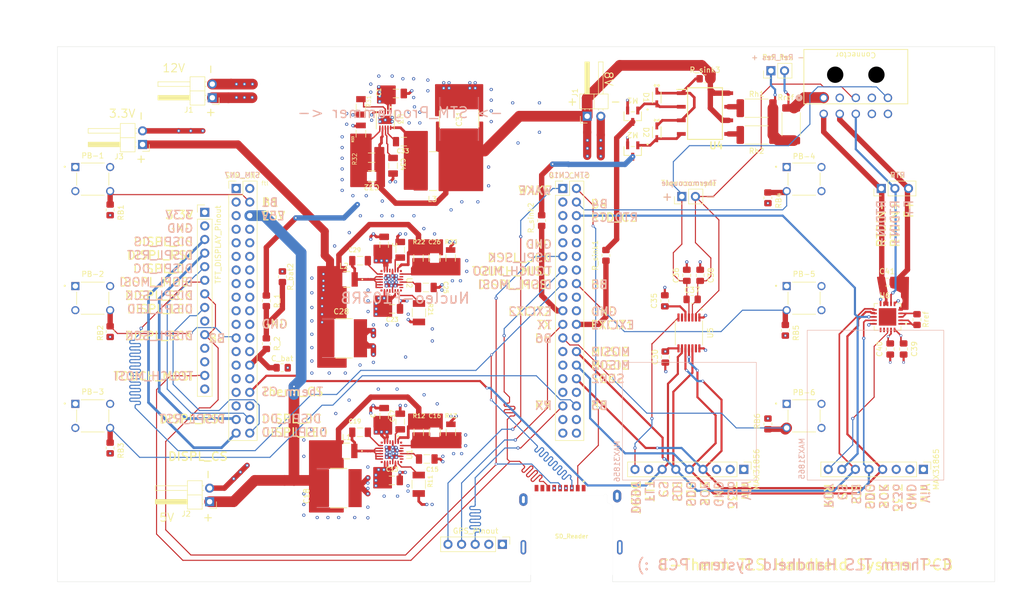
<source format=kicad_pcb>
(kicad_pcb (version 20241229) (generator "pcbnew") (generator_version "9.0")
  (title_block (title "TLS Handheld System PCB") (date "2026-01-28") (rev "1") (company "C-Therm Technologies") (comment 1 "Designers - Connor Yerxa, Faaiz Ali, Marc-Andre Bourgoin"))
  (layers (0 "F.Cu" signal) (4 "In1.Cu" power "GND") (6 "In2.Cu" power "PIN") (2 "B.Cu" signal) (13 "F.Paste" user) (15 "B.Paste" user) (5 "F.SilkS" user "F.Silkscreen") (7 "B.SilkS" user "B.Silkscreen") (1 "F.Mask" user) (3 "B.Mask" user) (25 "Edge.Cuts" user))
  (net 0 "")
  (net 1 "GND")
  (net 2 "Net-(U1-TR{slash}SS)")
  (net 3 "Net-(U1-INTVCC)")
  (net 4 "Net-(U1-BST)")
  (net 5 "Net-(U2-TR{slash}SS)")
  (net 6 "Net-(U2-INTVCC)")
  (net 7 "Net-(U2-BST)")
  (net 8 "Net-(U3-BST)")
  (net 9 "Net-(U3-INTVCC)")
  (net 10 "Net-(U1-RT)")
  (net 11 "Net-(U2-RT)")
  (net 12 "Net-(U3-RT)")
  (net 30 "SSRin+")
  (net 31 "SSRout-1")
  (net 32 "SSRin-2")
  (net 33 "RTD+")
  (net 34 "ISENSOR")
  (net 35 "SSRin-1")
  (net 36 "RTDSens")
  (net 37 "Heater+")
  (net 38 "Thermocouple-")
  (net 39 "RTD-")
  (net 40 "BIAS")
  (net 41 "SSRout-2")
  (net 42 "Thermocouple+")
  (net 43 "MOSFETGait2")
  (net 44 "MAX_SCK")
  (net 45 "MAX_SDO")
  (net 46 "MAX_SDI")
  (net 47 "MOSFETGait1")
  (net 48 "Therm_CS")
  (net 49 "RTD_CS")
  (net 50 "EXCIT1")
  (net 51 "EXCIT2")
  (net 52 "/Pin")
  (net 53 "/5V")
  (net 54 "/3.3V")
  (net 55 "/8V")
  (net 56 "/SW2")
  (net 57 "/SW1")
  (net 58 "/SW3")
  (net 59 "/FB3")
  (net 60 "/FB1")
  (net 61 "/FB2")
  (net 62 "DISPL_CS")
  (net 63 "DISPL_DC")
  (net 64 "DISPL_MOSI")
  (net 65 "DISPL_SCK")
  (net 66 "DISPL_LED")
  (net 67 "DISPL_RST")
  (net 68 "TOUCH_MISO")
  (net 69 "B1")
  (net 70 "WAKE")
  (net 71 "B4")
  (net 72 "B5")
  (net 73 "B6")
  (net 74 "RX")
  (net 75 "B3")
  (net 76 "B2")
  (net 77 "TX")
  (net 78 "SD_CS")
  (net 79 "HeaterPre")
  (net 80 "thermDRDY")
  (net 81 "RTDDRDY")
  (net 82 "Vbat_sense")
  (net 83 "V_bat_node")
  (footprint "Connector_PinHeader_2.54mm:PinHeader_2x19_P2.54mm_Vertical" (layer "F.Cu") (at 163.8625 68.5)
    (property "Reference" "STM_CN10")
    (property "Value" "PinHeader_2x19_P2.54mm_Vertical")
  )
  (footprint "Connector_PinHeader_2.54mm:PinHeader_1x02_P2.54mm_Horizontal" (layer "F.Cu") (at 168.4125 55 90)
    (property "Reference" "J1")
    (property "Value" "Conn_01x02_Pin")
  )
  (footprint "footprints67:CAP_C1206C-X7R-EB_KEM" (layer "F.Cu") (at 139.9125 81.5 -90)
    (property "Reference" "C26")
    (property "Value" "10pF")
  )
  (footprint "Resistor_SMD:R_0805_2012Metric_Pad1.20x1.40mm_HandSolder" (layer "F.Cu") (at 79.3375 95.25 90)
    (property "Reference" "RB2")
    (property "Value" "R_0805_2012Metric_Pad1.20x1.40mm_HandSolder")
  )
  (footprint "Capacitor_SMD:C_0805_2012Metric_Pad1.18x1.45mm_HandSolder" (layer "F.Cu") (at 225 98.5 -90)
    (property "Reference" "C40")
    (property "Value" "0.01uF")
  )
  (footprint "Library:2N7002NXAKR" (layer "F.Cu") (at 176.9125 55 180)
    (property "Reference" "M1")
    (property "Value" "TO-236AB_SOT23_NEX")
  )
  (footprint "footprints55:IND_DFE322512F_MUR" (layer "F.Cu") (at 123.4595 117.5575 180)
    (property "Reference" "L1")
    (property "Value" "3.3uH")
  )
  (footprint "CL31B475KBHNFNE:CAPC3216X180N" (layer "F.Cu") (at 131.9595 123.0575 180)
    (property "Reference" "C13")
    (property "Value" "1uF" (hide yes))
  )
  (footprint "Connector_PinHeader_2.54mm:PinHeader_1x02_P2.54mm_Vertical" (layer "F.Cu") (at 202.725 46.5 90)
    (property "Reference" "+ Ref_Res -")
    (property "Value" "PinHeader_1x02_P2.54mm_Vertical")
  )
  (footprint "MountingHole:MountingHole_3.2mm_M3" (layer "F.Cu") (at 240.5 46)
    (property "Reference" "REF**" (hide yes))
    (property "Value" "MountingHole_3.2mm_M3")
  )
  (footprint "RCS1206100KFKEA:RESC3116X65N" (layer "F.Cu") (at 142.9125 81.485 90)
    (property "Reference" "R23")
    (property "Value" "100k")
  )
  (footprint "Resistor_SMD:R_0805_2012Metric_Pad1.20x1.40mm_HandSolder" (layer "F.Cu") (at 108.5 97.5 90)
    (property "Reference" "R_2")
    (property "Value" "R_0805_2012Metric_Pad1.20x1.40mm_HandSolder")
  )
  (footprint "My_PCB_Library:SW_1825967-2" (layer "F.Cu") (at 208.9125 89)
    (property "Reference" "PB-5")
    (property "Value" "SW_1825967-2")
  )
  (footprint "CRCW12061M05FKEA:RESC3116X60N" (layer "F.Cu") (at 128.1625 62.75 180)
    (property "Reference" "R32")
    (property "Value" "1.05M")
  )
  (footprint "Resistor_SMD:R_2512_6332Metric_Pad1.40x3.35mm_HandSolder" (layer "F.Cu") (at 206.5 56.5 90)
    (property "Reference" "Rref")
    (property "Value" "R_2512_6332Metric_Pad1.40x3.35mm_HandSolder")
  )
  (footprint "ERJ_14NF4122U:RES_ERJ14NF4122U" (layer "F.Cu") (at 136.9595 123.7825 -90)
    (property "Reference" "R11")
    (property "Value" "41.2k" (hide yes))
  )
  (footprint "footprints00:CAP_NTJ_76B_9.5T_NIP" (layer "F.Cu") (at 144.5 55.5 90)
    (property "Reference" "C31")
    (property "Value" "100uF")
  )
  (footprint "Connector_PinHeader_2.54mm:PinHeader_1x03_P2.54mm_Vertical" (layer "F.Cu") (at 223.3325 68.5 90)
    (property "Reference" "RTD")
    (property "Value" "PinHeader_1x03_P2.54mm_Vertical")
  )
  (footprint "footprints67:CAP_C1206C-X7R-EB_KEM" (layer "F.Cu") (at 139.9595 114.0575 -90)
    (property "Reference" "C16")
    (property "Value" "10pF")
  )
  (footprint "Capacitor_SMD:C_0805_2012Metric_Pad1.18x1.45mm_HandSolder" (layer "F.Cu") (at 111.4625 102 180)
    (property "Reference" "C_bat")
    (property "Value" "0.1uF")
  )
  (footprint "Resistor_SMD:R_0805_2012Metric_Pad1.20x1.40mm_HandSolder" (layer "F.Cu") (at 190.4125 48)
    (property "Reference" "R_sink3")
    (property "Value" "R_0805_2012Metric_Pad1.20x1.40mm_HandSolder")
  )
  (footprint "My_PCB_Library:SW_1825967-2" (layer "F.Cu") (at 208.9125 66.75)
    (property "Reference" "PB-4")
    (property "Value" "SW_1825967-2")
  )
  (footprint "Library:BAT54HT1G" (layer "F.Cu") (at 181.4125 58 -90)
    (property "Reference" "D2")
    (property "Value" "CR_SOD-323_2L_ONS")
  )
  (footprint "Connector_PinHeader_2.54mm:PinHeader_1x09_P2.54mm_Vertical" (layer "F.Cu") (at 197.66 121 -90)
    (property "Reference" "MAX31856")
    (property "Value" "PinHeader_1x09_P2.54mm_Vertical")
  )
  (footprint "Resistor_SMD:R_0805_2012Metric_Pad1.20x1.40mm_HandSolder" (layer "F.Cu") (at 159.9125 74.5 90)
    (property "Reference" "R_sink2")
    (property "Value" "R_0805_2012Metric_Pad1.20x1.40mm_HandSolder")
  )
  (footprint "Capacitor_SMD:C_0805_2012Metric_Pad1.18x1.45mm_HandSolder" (layer "F.Cu") (at 182.9125 89.5 -90)
    (property "Reference" "C35")
    (property "Value" "0.1uF")
  )
  (footprint "footprints67:CAP_C1206C-X7R-EB_KEM" (layer "F.Cu") (at 128.1625 66.25 180)
    (property "Reference" "C32")
    (property "Value" "10pF")
  )
  (footprint "My_PCB_Library:SW_1825967-2" (layer "F.Cu") (at 208.9125 111)
    (property "Reference" "PB-6")
    (property "Value" "SW_1825967-2")
  )
  (footprint "CL31B105KBHNNNE:CAPC3216X180N" (layer "F.Cu") (at 133.5 112.0575 -90)
    (property "Reference" "C17")
    (property "Value" "1uF")
  )
  (footprint "CL31B104KBCNNNC:CAPC3216X100N" (layer "F.Cu") (at 126 82)
    (property "Reference" "C29")
    (property "Value" "0.1uF")
  )
  (footprint "CRCW120660K4FKEAHP:RESC3116X65N" (layer "F.Cu") (at 126.1625 53.25 -90)
    (property "Reference" "R31")
    (property "Value" "60.4k")
  )
  (footprint "Library:LAA108STR" (layer "F.Cu") (at 190.4125 54.5)
    (property "Reference" "U4")
    (property "Value" "LAA108STR" (hide yes))
  )
  (footprint "Library:QFN65P500X500X80-21N_MAXRTD_Pinless" (layer "F.Cu") (at 224.5 92.5 180)
    (property "Reference" "U6")
    (property "Value" "QFN65P500X500X80-21N_MAXRTD_Pinless")
  )
  (footprint "Capacitor_SMD:C_0805_2012Metric_Pad1.18x1.45mm_HandSolder" (layer "F.Cu") (at 227.5 98.5 90)
    (property "Reference" "C39")
    (property "Value" "0.01uF")
  )
  (footprint "footprints00:CAP_NTJ_76B_9.5T_NIP" (layer "F.Cu") (at 122 124.5)
    (property "Reference" "C18")
    (property "Value" "100uF")
  )
  (footprint "CL31B104KBCNNNC:CAPC3216X100N" (layer "F.Cu") (at 134.1625 59.75 180)
    (property "Reference" "C33")
    (property "Value" "0.1uF")
  )
  (footprint "Resistor_SMD:R_2512_6332Metric_Pad1.40x3.35mm_HandSolder" (layer "F.Cu") (at 200.05 58.5)
    (property "Reference" "Rh2")
    (property "Value" "R_2512_6332Metric_Pad1.40x3.35mm_HandSolder")
  )
  (footprint "CRCW1206243KFKEA:RESC3116X60N" (layer "F.Cu") (at 142.9595 114.0561 90)
    (property "Reference" "R13")
    (property "Value" "243k")
  )
  (footprint "CL31B102KBCNNNC:CAPC3216X100N" (layer "F.Cu") (at 138.297 87 180)
    (property "Reference" "C25")
    (property "Value" "1nF")
  )
  (footprint "Library:CUI_MSD-3-A" (layer "F.Cu") (at 165.5 133.5)
    (property "Reference" "SD_Reader")
    (property "Value" "CUI_MSD-3-A")
    (fp_line (start -7.65 -7.6) (end -7.65 7.25) (stroke (width 0.01)) (layer "Edge.Cuts"))
    (fp_line (start 6.05 -7.6) (end -7.05 -7.6) (stroke (width 0.01)) (layer "Edge.Cuts"))
    (fp_line (start 6.65 -6.3) (end 6.65 -7.6) (stroke (width 0.01)) (layer "Edge.Cuts"))
    (fp_line (start 7.38966 -5.89603) (end 6.65 -6.3) (stroke (width 0.01)) (layer "Edge.Cuts"))
    (fp_line (start 7.65 7.25) (end 7.65 -5.45721) (stroke (width 0.01)) (layer "Edge.Cuts"))
    (fp_arc (start -7.65 -7.6) (mid -7.35 -7.9) (end -7.05 -7.6) (stroke (width 0.01)) (layer "Edge.Cuts"))
    (fp_arc (start 6.05 -7.6) (mid 6.35 -7.9) (end 6.65 -7.6) (stroke (width 0.01)) (layer "Edge.Cuts"))
    (fp_arc (start 7.38966 -5.89603) (mid 7.580018 -5.712328) (end 7.65 -5.45721) (stroke (width 0.01)) (layer "Edge.Cuts"))
  )
  (footprint "Capacitor_SMD:C_0805_2012Metric_Pad1.18x1.45mm_HandSolder" (layer "F.Cu") (at 183 100 -90)
    (property "Reference" "C30")
    (property "Value" "0.1uF")
  )
  (footprint "My_PCB_Library:SW_1825967-2" (layer "F.Cu") (at 76.0875 111)
    (property "Reference" "PB-3")
    (property "Value" "SW_1825967-2")
  )
  (footprint "Capacitor_SMD:C_0805_2012Metric_Pad1.18x1.45mm_HandSolder" (layer "F.Cu") (at 187.0125 84.73 -90)
    (property "Reference" "C36")
    (property "Value" "0.01uF")
  )
  (footprint "Resistor_SMD:R_2512_6332Metric_Pad1.40x3.35mm_HandSolder" (layer "F.Cu") (at 200.05 53.5)
    (property "Reference" "Rh1")
    (property "Value" "R_2512_6332Metric_Pad1.40x3.35mm_HandSolder")
  )
  (footprint "Connector_PinHeader_2.54mm:PinHeader_1x02_P2.54mm_Horizontal" (layer "F.Cu") (at 85.385 60.275 180)
    (property "Reference" "J3")
    (property "Value" "Conn_01x02_Pin")
  )
  (footprint "Capacitor_SMD:C_0805_2012Metric_Pad1.18x1.45mm_HandSolder" (layer "F.Cu") (at 188.0125 89.23 180)
    (property "Reference" "C37")
    (property "Value" "0.1uF")
  )
  (footprint "footprints00:CAP_NTJ_76B_9.5T_NIP" (layer "F.Cu") (at 123 96.5)
    (property "Reference" "C28")
    (property "Value" "100uF")
  )
  (footprint "MountingHole:MountingHole_3.2mm_M3" (layer "F.Cu") (at 73.5 138)
    (property "Reference" "REF**" (hide yes))
    (property "Value" "MountingHole_3.2mm_M3")
  )
  (footprint "Resistor_SMD:R_0805_2012Metric_Pad1.20x1.40mm_HandSolder" (layer "F.Cu") (at 79.3375 72.5 90)
    (property "Reference" "RB1")
    (property "Value" "R_0805_2012Metric_Pad1.20x1.40mm_HandSolder")
  )
  (footprint "Connector_PinHeader_2.54mm:PinHeader_1x14_P2.54mm_Vertical" (layer "F.Cu") (at 97 72.96)
    (property "Reference" "TFT_DISPLAY_Pinout")
    (property "Value" "PinHeader_1x14_P2.54mm_Vertical")
  )
  (footprint "Connector_PinHeader_2.54mm:PinHeader_1x08_P2.54mm_Vertical" (layer "F.Cu") (at 231.2 121 -90)
    (property "Reference" "MAX31865")
    (property "Value" "PinHeader_1x08_P2.54mm_Vertical")
  )
  (footprint "footprints55:IND_DFE322512F_MUR" (layer "F.Cu") (at 123.5268 85.5 180)
    (property "Reference" "L2")
    (property "Value" "3.3uH")
  )
  (footprint "Connector_PinHeader_2.54mm:PinHeader_1x02_P2.54mm_Horizontal" (layer "F.Cu") (at 97.9125 127.04 180)
    (property "Reference" "J2")
    (property "Value" "Conn_01x02_Pin")
  )
  (footprint "RN73R2BTTD1173B50:RESC3216X70N" (layer "F.Cu") (at 126.1625 58.25 90)
    (property "Reference" "R33")
    (property "Value" "117k")
  )
  (footprint "Resistor_SMD:R_0805_2012Metric_Pad1.20x1.40mm_HandSolder" (layer "F.Cu") (at 230 93 -90)
    (property "Reference" "Rref")
    (property "Value" "4kohm")
  )
  (footprint "My_PCB_Library:SW_1825967-2" (layer "F.Cu") (at 76.0875 66.75)
    (property "Reference" "PB-1")
    (property "Value" "SW_1825967-2")
  )
  (footprint "LT8640SEV_PBF:CONV_LT8640SEV_PBF" (layer "F.Cu") (at 131.8125 85.75 -90)
    (property "Reference" "U2")
    (property "Value" "LT8640SEV_PBF" (hide yes))
  )
  (footprint "CL31B475KBHNFNE:CAPC3216X180N" (layer "F.Cu") (at 130.5 79 -90)
    (property "Reference" "C")
    (property "Value" "1uF" (hide yes))
  )
  (footprint "footprints:05-08-1699_ADI" (layer "F.Cu") (at 130.709499 55.6978 -90)
    (property "Reference" "U3")
    (property "Value" "LT8619EDD-TRPBF" (hide yes))
  )
  (footprint "Resistor_SMD:R_0805_2012Metric_Pad1.20x1.40mm_HandSolder" (layer "F.Cu") (at 111.5 85 90)
    (property "Reference" "R_bat2")
    (property "Value" "R_0805_2012Metric_Pad1.20x1.40mm_HandSolder")
  )
  (footprint "Library:0430451000" (layer "F.Cu") (at 212.572902 51.564301 180)
    (property "Reference" "Connector")
    (property "Value" "0430451000")
  )
  (footprint "CL31B105KBHNNNE:CAPC3216X180N" (layer "F.Cu") (at 132.1625 64.25 90)
    (property "Reference" "C34")
    (property "Value" "1uF")
  )
  (footprint "CL31B475KBHNFNE:CAPC3216X180N" (layer "F.Cu") (at 132 91 180)
    (property "Reference" "C23")
    (property "Value" "1uF" (hide yes))
  )
  (footprint "RCS12061M00JNEA:RESC3116X65N" (layer "F.Cu") (at 136.9595 114.0561 -90)
    (property "Reference" "R12")
    (property "Value" "1M")
  )
  (footprint "MountingHole:MountingHole_3.2mm_M3" (layer "F.Cu") (at 96.5 64.5)
    (property "Reference" "hole" (hide yes))
    (property "Value" "MountingHole_3.2mm_M3")
  )
  (footprint "MountingHole:MountingHole_3.2mm_M3" (layer "F.Cu") (at 73.5 46)
    (property "Reference" "REF**" (hide yes))
    (property "Value" "MountingHole_3.2mm_M3")
  )
  (footprint "CL31B105KBHNNNE:CAPC3216X180N" (layer "F.Cu") (at 133.5 79.96 -90)
    (property "Reference" "C27" (hide yes))
    (property "Value" "1uF")
  )
  (footprint "MountingHole:MountingHole_3.2mm_M3" (layer "F.Cu") (at 188.5 114.5)
    (property "Reference" "hole" (hide yes))
    (property "Value" "MountingHole_3.2mm_M3")
  )
  (footprint "Connector_PinHeader_2.54mm:PinHeader_1x05_P2.54mm_Vertical" (layer "F.Cu") (at 152.58 135 -90)
    (property "Reference" "GPS_Pinout")
    (property "Value" "PinHeader_1x05_P2.54mm_Vertical")
  )
  (footprint "Resistor_SMD:R_0805_2012Metric_Pad1.20x1.40mm_HandSolder" (layer "F.Cu") (at 79.3375 117 90)
    (property "Reference" "RB3")
    (property "Value" "R_0805_2012Metric_Pad1.20x1.40mm_HandSolder")
  )
  (footprint "Resistor_SMD:R_0805_2012Metric_Pad1.20x1.40mm_HandSolder" (layer "F.Cu") (at 202.1625 70.25 90)
    (property "Reference" "RB4")
    (property "Value" "R_0805_2012Metric_Pad1.20x1.40mm_HandSolder")
  )
  (footprint "CL31B104KBCNNNC:CAPC3216X100N" (layer "F.Cu") (at 126 114.0575)
    (property "Reference" "C19")
    (property "Value" "0.1uF")
  )
  (footprint "Connector_PinHeader_2.54mm:PinHeader_1x02_P2.54mm_Vertical" (layer "F.Cu") (at 186.0875 70 90)
    (property "Reference" "Thermocouple")
    (property "Value" "PinHeader_1x02_P2.54mm_Vertical")
  )
  (footprint "Resistor_SMD:R_0805_2012Metric_Pad1.20x1.40mm_HandSolder" (layer "F.Cu") (at 108.5 89.5 90)
    (property "Reference" "R_1")
    (property "Value" "R_0805_2012Metric_Pad1.20x1.40mm_HandSolder")
  )
  (footprint "Library:SOP65P640X110-14N" (layer "F.Cu") (at 187.4125 95.5 -90)
    (property "Reference" "U5")
    (property "Value" "SOP65P640X110-14N")
  )
  (footprint "ERJ_14NF4122U:RES_ERJ14NF4122U" (layer "F.Cu") (at 137 91.725 -90)
    (property "Reference" "R21")
    (property "Value" "41.2k" (hide yes))
  )
  (footprint "My_PCB_Library:SW_1825967-2" (layer "F.Cu") (at 76.0875 89)
    (property "Reference" "PB-2")
    (property "Value" "SW_1825967-2")
  )
  (footprint "Connector_PinHeader_2.54mm:PinHeader_1x02_P2.54mm_Horizontal" (layer "F.Cu") (at 98.4125 51.54 180)
    (property "Reference" "J1")
    (property "Value" "Conn_01x02_Pin")
  )
  (footprint "CL31B102KBCNNNC:CAPC3216X100N" (layer "F.Cu") (at 138.4595 119.0575 180)
    (property "Reference" "C15")
    (property "Value" "1nF")
  )
  (footprint "Resistor_SMD:R_0805_2012Metric_Pad1.20x1.40mm_HandSolder" (layer "F.Cu") (at 205.4125 95 90)
    (property "Reference" "RB5")
    (property "Value" "R_0805_2012Metric_Pad1.20x1.40mm_HandSolder")
  )
  (footprint "CL31B475KBHNFNE:CAPC3216X180N" (layer "F.Cu") (at 130.5 111 -90)
    (property "Reference" "C")
    (property "Value" "1uF" (hide yes))
  )
  (footprint "MountingHole:MountingHole_3.2mm_M3" (layer "F.Cu") (at 188.5 64.5)
    (property "Reference" "hole" (hide yes))
    (property "Value" "MountingHole_3.2mm_M3")
  )
  (footprint "CL31B475KBHNFNE:CAPC3216X180N" (layer "F.Cu") (at 132.7095 50.75)
    (property "Reference" "C1")
    (property "Value" "4.7uF")
  )
  (footprint "Library:2N7002NXAKR" (layer "F.Cu") (at 176.9125 61.5 180)
    (property "Reference" "M2")
    (property "Value" "TO-236AB_SOT23_NEX")
  )
  (footprint "Resistor_SMD:R_0805_2012Metric_Pad1.20x1.40mm_HandSolder" (layer "F.Cu") (at 202.1625 112.5 -90)
    (property "Reference" "RB6")
    (property "Value" "R_0805_2012Metric_Pad1.20x1.40mm_HandSolder")
  )
  (footprint "CRCW1206240KFKEA:RESC3116X60N" (layer "F.Cu") (at 136.9125 81.5 -90)
    (property "Reference" "R22")
    (property "Value" "240k")
  )
  (footprint "Resistor_SMD:R_0805_2012Metric_Pad1.20x1.40mm_HandSolder" (layer "F.Cu") (at 171.9125 81 90)
    (property "Reference" "R_sink1")
    (property "Value" "R_0805_2012Metric_Pad1.20x1.40mm_HandSolder")
  )
  (footprint "MountingHole:MountingHole_3.2mm_M3" (layer "F.Cu") (at 96.5 114.5)
    (property "Reference" "hole" (hide yes))
    (property "Value" "MountingHole_3.2mm_M3")
  )
  (footprint "MountingHole:MountingHole_3.2mm_M3" (layer "F.Cu") (at 240.5 138)
    (property "Reference" "REF**" (hide yes))
    (property "Value" "MountingHole_3.2mm_M3")
  )
  (footprint "Capacitor_SMD:C_0805_2012Metric_Pad1.18x1.45mm_HandSolder" (layer "F.Cu") (at 224.4125 86 180)
    (property "Reference" "C41")
    (property "Value" "0.01uF")
  )
  (footprint "footprints44:IND_BOURNS_SRR6038" (layer "F.Cu") (at 139.6625 65.25)
    (property "Reference" "L3")
    (property "Value" "10uH")
  )
  (footprint "Library:BAT54HT1G" (layer "F.Cu") (at 181.4125 51.5 -90)
    (property "Reference" "D1")
    (property "Value" "CR_SOD-323_2L_ONS")
  )
  (footprint "Capacitor_SMD:C_0805_2012Metric_Pad1.18x1.45mm_HandSolder" (layer "F.Cu") (at 189.5125 84.73 90)
    (property "Reference" "C38")
    (property "Value" "0.01uF")
  )
  (footprint "Connector_PinHeader_2.54mm:PinHeader_2x19_P2.54mm_Vertical" (layer "F.Cu") (at 102.8625 68.5)
    (property "Reference" "STM_CN7")
    (property "Value" "PinHeader_2x19_P2.54mm_Vertical")
  )
  (footprint "LT8640SEV_PBF:CONV_LT8640SEV_PBF" (layer "F.Cu") (at 131.8595 117.8075 -90)
    (property "Reference" "U1")
    (property "Value" "LT8640SEV_PBF" (hide yes))
  )
  (gr_rect (start 209.5 95) (end 235 123) (stroke (width 0.1)) (fill no) (layer "B.SilkS"))
  (gr_rect (start 175 101) (end 200 123) (stroke (width 0.1)) (fill no) (layer "B.SilkS"))
  (gr_line (start 173.15 142) (end 173.15 140.75) (stroke (width 0.05)) (layer "Edge.Cuts"))
  (gr_line (start 244.5 42) (end 244.5 142) (stroke (width 0.05)) (layer "Edge.Cuts"))
  (gr_line (start 157.843615 142) (end 157.85 140.75) (stroke (width 0.05)) (layer "Edge.Cuts"))
  (gr_line (start 69.5 42) (end 69.5 142) (stroke (width 0.05)) (layer "Edge.Cuts"))
  (gr_line (start 69.5 142) (end 157.843615 142) (stroke (width 0.05)) (layer "Edge.Cuts"))
  (gr_line (start 244.5 142) (end 173.15 142) (stroke (width 0.05)) (layer "Edge.Cuts"))
  (gr_line (start 244.5 42) (end 69.5 42) (stroke (width 0.05)) (layer "Edge.Cuts"))
  (gr_text "3.3V" (at 79 54.5 0) (layer "F.SilkS") (effects (font (size 1.524 1.524) (thickness 0.1778)) (justify left)))
  (gr_text "+     -" (at 98 50.27 90) (layer "F.SilkS") (effects (font (size 1.6 1.6) (thickness 0.2))))
  (gr_text "B1\nE5V\n\n\n\n\n\n\n\nGND\n\n\n\n\nTherm_CS\n\nDISPL_DC\nDISPL_LED" (at 107.5 115 0) (layer "F.SilkS") (effects (font (size 1.57 1.6) (thickness 0.25) (bold yes)) (justify left bottom)))
  (gr_text "Vin\n3.3o\nGND\nSCK\nSDO\nSDI\nCS\nFLT\nDRDY" (at 176.5 123 270) (layer "F.SilkS") (effects (font (size 1.6 1.6) (thickness 0.25) (bold yes)) (justify left bottom)))
  (gr_text "Vin\nGND\n3.3o\nSCK\nSDO\nSDI\nCS\nRDY" (at 212.5 123.5 270) (layer "F.SilkS") (effects (font (size 1.6 1.6) (thickness 0.25) (bold yes)) (justify left bottom)))
  (gr_text "+     -" (at 169.6825 52.23 0) (layer "F.SilkS") (effects (font (size 1.6 1.6) (thickness 0.2))))
  (gr_text "B4\nRTD_CS\n\n\n\n\nB5\n\nGND\nEXCIT1\n\nMOSI2\nMISO2\nSCK2\n\nB3" (at 168.9125 110 0) (layer "F.SilkS") (effects (font (size 1.56 1.6) (thickness 0.25) (bold yes)) (justify left bottom)))
  (gr_text "ftl" (at 107.5 68 0) (layer "F.SilkS") (effects (font (size 0.8 0.8) (thickness 0.1)) (justify left bottom)))
  (gr_text "DISPL_CS" (at 90 119.5 0) (layer "F.SilkS") (effects (font (size 1.56 1.6) (thickness 0.25)) (justify left bottom)))
  (gr_text "3.3V\nGND\nDISPL_CS\nDISPL_RST\nDISPL_DC\nDISPL_MOSI\nDISPL_SCK\nDISPL_LED\n\nDISPL_SCK\n\n\nTOUCH_MOSI" (at 95 104.5 0) (layer "F.SilkS") (effects (font (size 1.56 1.6) (thickness 0.25) (bold yes)) (justify right bottom)))
  (gr_text "+     -" (at 85 59 90) (layer "F.SilkS") (effects (font (size 1.6 1.6) (thickness 0.2))))
  (gr_text "+     -" (at 187.3575 70 0) (layer "F.SilkS") (effects (font (size 1.6 1.6) (thickness 0.2))))
  (gr_text "12V" (at 89 46 0) (layer "F.SilkS") (effects (font (size 1.524 1.524) (thickness 0.1778)) (justify left)))
  (gr_text "WAKE\n\n\n\nGND\nDSPL_SCK\nTOUCH_MISO\nDISPL_MOSI\n\nEXCIT2\nTX\nB6\n\n\n\n\nRX" (at 161.9125 110 0) (layer "F.SilkS") (effects (font (size 1.56 1.6) (thickness 0.25) (bold yes)) (justify right bottom)))
  (gr_text "B2\n\n\n\n\n\nDISPL_RST" (at 101 112.5 0) (layer "F.SilkS") (effects (font (size 1.56 1.6) (thickness 0.25) (bold yes)) (justify right bottom)))
  (gr_text "5V" (at 88.4125 130 0) (layer "F.SilkS") (effects (font (size 1.524 1.524) (thickness 0.1778)) (justify left)))
  (gr_text "RTDIN-\nRTDIN+\nF+" (at 229.4125 70.5 90) (layer "F.SilkS") (effects (font (size 1.6 1.6) (thickness 0.25) (bold yes)) (justify right bottom)))
  (gr_text "8V" (at 172.4125 46.5 270) (layer "F.SilkS") (effects (font (size 1.524 1.524) (thickness 0.1778)) (justify left)))
  (gr_text "+     -" (at 97.5 126 90) (layer "F.SilkS") (effects (font (size 1.6 1.6) (thickness 0.2))))
  (gr_text "C-Therm TLS Handheld System PCB" (at 181.5 140 0) (layer "F.SilkS") (effects (font (size 2 2) (thickness 0.3)) (justify left bottom)))
  (gr_text "B4\nRTD_CS\n\n\n\n\nB5\n\nGND\nEXCIT1\n\nMOSI2\nMISO2\nSCK2\n\nB3" (at 169 110 0) (layer "B.SilkS") (effects (font (size 1.56 1.6) (thickness 0.25) (bold yes)) (justify right bottom mirror)))
  (gr_text "-> STM_Programmer <-" (at 133.5 55.5 0) (layer "B.SilkS") (effects (font (size 2 2) (thickness 0.25)) (justify bottom mirror)))
  (gr_text "B1\nE5V\n\n\n\n\n\n\n\nGND\n\n\n\n\nTherm_CS\n\nDISPL_DC\nDISPL_LED" (at 107.4125 115 0) (layer "B.SilkS") (effects (font (size 1.57 1.6) (thickness 0.25) (bold yes)) (justify right bottom mirror)))
  (gr_text "Vin\nGND\n3.3o\nSCK\nSDO\nSDI\nCS\nRDY" (at 212.5 123.5 270) (layer "B.SilkS") (effects (font (size 1.6 1.6) (thickness 0.25) (bold yes)) (justify right bottom mirror)))
  (gr_text "B2\n\n\n\n\n\nDISPL_RST" (at 101 112.5 0) (layer "B.SilkS") (effects (font (size 1.56 1.6) (thickness 0.25) (bold yes)) (justify left bottom mirror)))
  (gr_text "RTD" (at 226.4125 66 0) (layer "B.SilkS") (effects (font (size 1 1)) (justify mirror)))
  (gr_text "C-Therm TLS Handheld System PCB :)" (at 177.5 140 0) (layer "B.SilkS") (effects (font (size 2 2) (thickness 0.3)) (justify right bottom mirror)))
  (gr_text "3.3V\nGND\nDISPL_CS\nDISPL_RST\nDISPL_DC\nDISPL_MOSI\nDISPL_SCK\nDISPL_LED\n\nDISPL_SCK\n\n\nTOUCH_MOSI" (at 95 104.5 0) (layer "B.SilkS") (effects (font (size 1.56 1.6) (thickness 0.25) (bold yes)) (justify left bottom mirror)))
  (gr_text "Thermocouple" (at 187.4125 67.5 0) (layer "B.SilkS") (effects (font (size 1 1)) (justify mirror)))
  (gr_text "MAX31865" (at 208.5 119 90) (layer "B.SilkS") (effects (font (size 1 1)) (justify mirror)))
  (gr_text "WAKE\n\n\n\nGND\nDSPL_SCK\nTOUCH_MISO\nDISPL_MOSI\n\nEXCIT2\nTX\nB6\n\n\n\n\nRX" (at 162 110 0) (layer "B.SilkS") (effects (font (size 1.56 1.6) (thickness 0.25) (bold yes)) (justify left bottom mirror)))
  (gr_text "- Ref_Res +" (at 204 44 0) (layer "B.SilkS") (effects (font (size 1 1)) (justify mirror)))
  (gr_text "Nucleo-F103RB" (at 134.4125 89 0) (layer "B.SilkS") (effects (font (size 2 2) (thickness 0.3)) (justify mirror)))
  (gr_text "RTDIN-\nRTDIN+\nF+" (at 229.4125 70.5 90) (layer "B.SilkS") (effects (font (size 1.6 1.6) (thickness 0.25) (bold yes)) (justify left bottom mirror)))
  (gr_text "MAX31856" (at 174 119.5 90) (layer "B.SilkS") (effects (font (size 1 1)) (justify mirror)))
  (gr_text "STM_CN10" (at 165 66 0) (layer "B.SilkS") (effects (font (size 1 1)) (justify mirror)))
  (gr_text "+     -" (at 187.4125 70 0) (layer "B.SilkS") (effects (font (size 1.6 1.6) (thickness 0.2))))
  (gr_text "STM_CN7" (at 104 66 0) (layer "B.SilkS") (effects (font (size 1 1)) (justify mirror)))
  (gr_text "Vin\n3.3o\nGND\nSCK\nSDO\nSDI\nCS\nFLT\nDRDY" (at 176.5 123 270) (layer "B.SilkS") (effects (font (size 1.6 1.6) (thickness 0.25) (bold yes)) (justify right bottom mirror)))
  (segment (start 129.04 77.54) (end 128.5 77) (width 0.508) (layer "F.Cu") (net 1))
  (segment (start 132.586825 86.524325) (end 132.586825 86.694597) (width 0.2) (layer "F.Cu") (net 1))
  (segment (start 223.2 90.065) (end 223.2 89.22705) (width 0.3) (layer "F.Cu") (net 1))
  (segment (start 132.1095 119.7075) (end 132.1095 118.8825) (width 0.254) (layer "F.Cu") (net 1))
  (segment (start 132.0625 86.5625) (end 132 86.5) (width 0.2) (layer "F.Cu") (net 1))
  (segment (start 102.4125 122.75) (end 103.6625 121.5) (width 1.016) (layer "F.Cu") (net 1))
  (segment (start 133.4195 123.0575) (end 133.4195 121.5975) (width 0.508) (layer "F.Cu") (net 1))
  (segment (start 128 109.517) (end 128.4595 109.0575) (width 0.508) (layer "F.Cu") (net 1))
  (segment (start 128.5 98) (end 128.5 99.5) (width 1) (layer "F.Cu") (net 1))
  (segment (start 222.065 93.8) (end 221.2 93.8) (width 0.3) (layer "F.Cu") (net 1))
  (segment (start 132.0625 87.65) (end 132.0625 86.5625) (width 0.254) (layer "F.Cu") (net 1))
  (segment (start 189.3625 98.385) (end 190.1675 98.385) (width 0.4) (layer "F.Cu") (net 1))
  (segment (start 125.5734 124.5) (end 125.0734 124.5) (width 1) (layer "F.Cu") (net 1))
  (segment (start 97.9125 124.5) (end 100.6625 124.5) (width 1.016) (layer "F.Cu") (net 1))
  (segment (start 128.942 109.54) (end 128.4595 109.0575) (width 0.508) (layer "F.Cu") (net 1))
  (segment (start 128.6625 54.25) (end 128.1625 54.75) (width 0.508) (layer "F.Cu") (net 1))
  (segment (start 133.5 110.5975) (end 133.5 109.0575) (width 0.508) (layer "F.Cu") (net 1))
  (segment (start 170.9525 55) (end 170.9525 58.5) (width 1.524) (layer "F.Cu") (net 1))
  (segment (start 190.1275 92.615) (end 190.5125 92.23) (width 0.4) (layer "F.Cu") (net 1))
  (segment (start 101.9125 49) (end 105.9125 49) (width 2) (layer "F.Cu") (net 1))
  (segment (start 189.3625 92.615) (end 190.1275 92.615) (width 0.4) (layer "F.Cu") (net 1))
  (segment (start 133.7595 118.5575) (end 132.6095 118.5575) (width 0.34) (layer "F.Cu") (net 1))
  (segment (start 127.5 95.0734) (end 126.0734 96.5) (width 1) (layer "F.Cu") (net 1))
  (segment (start 142.9125 80) (end 142.9125 79.3375) (width 0.508) (layer "F.Cu") (net 1))
  (segment (start 132.1625 66.703) (end 131.6155 67.25) (width 0.508) (layer "F.Cu") (net 1))
  (segment (start 142.9595 112.0575) (end 143.9595 111.0575) (width 0.508) (layer "F.Cu") (net 1))
  (segment (start 137.5575 127.5575) (end 138.4595 127.5575) (width 0.508) (layer "F.Cu") (net 1))
  (segment (start 132.1095 116.6075) (end 132.5845 117.0825) (width 0.2) (layer "F.Cu") (net 1))
  (segment (start 183 101.0375) (end 183 102.63) (width 0.4) (layer "F.Cu") (net 1))
  (segment (start 128 78) (end 128 77.5) (width 0.508) (layer "F.Cu") (net 1))
  (segment (start 142.9125 79.3375) (end 143.75 78.5) (width 0.508) (layer "F.Cu") (net 1))
  (segment (start 126.1625 56.83) (end 124.7425 56.83) (width 0.508) (layer "F.Cu") (net 1))
  (segment (start 132.0625 84.9375) (end 132 85) (width 0.2) (layer "F.Cu") (net 1))
  (segment (start 127.4595 122.6139) (end 125.5734 124.5) (width 1) (layer "F.Cu") (net 1))
  (segment (start 85.385 57.735) (end 92.135 57.735) (width 1.016) (layer "F.Cu") (net 1))
  (segment (start 132.1625 65.71) (end 132.1625 66.703) (width 0.508) (layer "F.Cu") (net 1))
  (segment (start 133.46 91) (end 133.46 89.54) (width 0.508) (layer "F.Cu") (net 1))
  (segment (start 140.797 87) (end 141.297 86.5) (width 0.508) (layer "F.Cu") (net 1))
  (segment (start 189.5125 83.6925) (end 189.5125 82.23) (width 0.4) (layer "F.Cu") (net 1))
  (segment (start 130.5 109.54) (end 128.942 109.54) (width 0.508) (layer "F.Cu") (net 1))
  (segment (start 133 77.5) (end 133.5 77) (width 0.508) (layer "F.Cu") (net 1))
  (segment (start 142.9595 112.5711) (end 142.9595 112.0575) (width 0.508) (layer "F.Cu") (net 1))
  (segment (start 175.962499 60.4332) (end 175.962499 59.049999) (width 0.5) (layer "F.Cu") (net 1))
  (segment (start 140.9595 119.0575) (end 141.4595 119.5575) (width 0.508) (layer "F.Cu") (net 1))
  (segment (start 223.205417 89.221633) (end 223.2 89.22705) (width 0.2) (layer "F.Cu") (net 1))
  (segment (start 227.5 99.5375) (end 227.5 101) (width 0.4) (layer "F.Cu") (net 1))
  (segment (start 130.5 77.54) (end 129.04 77.54) (width 0.508) (layer "F.Cu") (net 1))
  (segment (start 92.135 57.735) (end 94.385 57.735) (width 1.016) (layer "F.Cu") (net 1))
  (segment (start 132.6095 118.5575) (end 132.522 118.47) (width 0.2) (layer "F.Cu") (net 1))
  (segment (start 135.1625 50.75) (end 135.6625 50.25) (width 0.508) (layer "F.Cu") (net 1))
  (segment (start 133.7125 85.5) (end 132.5 85.5) (width 0.34) (layer "F.Cu") (net 1))
  (segment (start 139.75 87) (end 140.797 87) (width 0.508) (layer "F.Cu") (net 1))
  (segment (start 133.4595 121.5575) (end 134.4595 121.5575) (width 0.508) (layer "F.Cu") (net 1))
  (segment (start 135.45 93.45) (end 135 93) (width 0.508) (layer "F.Cu") (net 1))
  (segment (start 133.46 89.54) (end 133.5 89.5) (width 0.2) (layer "F.Cu") (net 1))
  (segment (start 137 93.45) (end 135.45 93.45) (width 0.508) (layer "F.Cu") (net 1))
  (segment (start 225 99.5375) (end 225 101) (width 0.4) (layer "F.Cu") (net 1))
  (segment (start 190.1675 98.385) (end 190.5125 98.73) (width 0.4) (layer "F.Cu") (net 1))
  (segment (start 133.4195 121.5975) (end 133.4595 121.5575) (width 0.2) (layer "F.Cu") (net 1))
  (segment (start 132.5625 86.5) (end 132.586825 86.524325) (width 0.2) (layer "F.Cu") (net 1))
  (segment (start 124.7425 56.83) (end 124.6625 56.75) (width 0.2) (layer "F.Cu") (net 1))
  (segment (start 124.7225 54.69) (end 124.6625 54.75) (width 0.2) (layer "F.Cu") (net 1))
  (segment (start 128.4266 95.0734) (end 127.5 95.0734) (width 1) (layer "F.Cu") (net 1))
  (segment (start 126.402 124.5) (end 127.4595 125.5575) (width 1) (layer "F.Cu") (net 1))
  (segment (start 187.0125 83.6925) (end 187.0125 82.23) (width 0.4) (layer "F.Cu") (net 1))
  (segment (start 103.6625 121.5) (end 104.9125 120.25) (width 1.016) (layer "F.Cu") (net 1))
  (segment (start 134.1695 50.75) (end 135.1625 50.75) (width 0.508) (layer "F.Cu") (net 1))
  (segment (start 133.5 78.5) (end 133 78) (width 0.508) (layer "F.Cu") (net 1))
  (segment (start 175.962499 52.049999) (end 175.9125 52) (width 0.5) (layer "F.Cu") (net 1))
  (segment (start 129.709498 54.25) (end 128.6625 54.25) (width 0.34) (layer "F.Cu") (net 1))
  (segment (start 133 78) (end 133 77.5) (width 0.508) (layer "F.Cu") (net 1))
  (segment (start 133.7125 86.5) (end 132.5625 86.5) (width 0.34) (layer "F.Cu") (net 1))
  (segment (start 221.2 93.8) (end 221 94) (width 0.3) (layer "F.Cu") (net 1))
  (segment (start 128.5 98) (end 128.4266 97.9266) (width 0.508) (layer "F.Cu") (net 1))
  (segment (start 226.365 89.5) (end 226.5 89.5) (width 0.3) (layer "F.Cu") (net 1))
  (segment (start 175.962499 53.9332) (end 175.962499 52.049999) (width 0.5) (layer "F.Cu") (net 1))
  (segment (start 132.1095 115.9075) (end 132.1095 116.6075) (width 0.34) (layer "F.Cu") (net 1))
  (segment (start 175.962499 59.049999) (end 175.9125 59) (width 0.5) (layer "F.Cu") (net 1))
  (segment (start 136.9595 126.9595) (end 137.5575 127.5575) (width 0.508) (layer "F.Cu") (net 1))
  (segment (start 126.1625 54.69) (end 124.7225 54.69) (width 0.508) (layer "F.Cu") (net 1))
  (segment (start 143.1625 52.145) (end 143.1625 51.297) (width 0.508) (layer "F.Cu") (net 1))
  (segment (start 125.0734 124.5) (end 126.402 124.5) (width 1) (layer "F.Cu") (net 1))
  (segment (start 127.4595 122.5575) (end 127.4595 122.6139) (width 1) (layer "F.Cu") (net 1))
  (segment (start 225.8 90.065) (end 226.365 89.5) (width 0.3) (layer "F.Cu") (net 1))
  (segment (start 128.5 95) (end 128.4266 95.0734) (width 0.508) (layer "F.Cu") (net 1))
  (segment (start 143.1625 52.145) (end 143.2205 52.145) (width 0.508) (layer "F.Cu") (net 1))
  (segment (start 132.1095 118.8825) (end 132.522 118.47) (width 0.2) (layer "F.Cu") (net 1))
  (segment (start 132.0625 83.85) (end 132.0625 84.9375) (width 0.34) (layer "F.Cu") (net 1))
  (segment (start 128 77.5) (end 128.5 77) (width 0.508) (layer "F.Cu") (net 1))
  (segment (start 136.9595 125.5075) (end 136.9595 126.9595) (width 0.508) (layer "F.Cu") (net 1))
  (segment (start 100.6625 124.5) (end 102.4125 122.75) (width 1.016) (layer "F.Cu") (net 1))
  (segment (start 98.4125 49) (end 101.9125 49) (width 2) (layer "F.Cu") (net 1))
  (segment (start 182.9125 88.4625) (end 182.9125 87) (width 0.4) (layer "F.Cu") (net 1))
  (segment (start 133.7595 117.5575) (end 132.4595 117.5575) (width 0.34) (layer "F.Cu") (net 1))
  (segment (start 139.9125 119.0575) (end 140.9595 119.0575) (width 0.508) (layer "F.Cu") (net 1))
  (segment (start 127.5 97.9266) (end 126.0734 96.5) (width 1) (layer "F.Cu") (net 1))
  (segment (start 128.5 96) (end 128.5 95) (width 1) (layer "F.Cu") (net 1))
  (segment (start 133.5 89.5) (end 134.75 89.5) (width 0.508) (layer "F.Cu") (net 1))
  (segment (start 128 110.5) (end 128 109.517) (width 0.508) (layer "F.Cu") (net 1))
  (segment (start 94.385 57.735) (end 96.635 57.735) (width 1.016) (layer "F.Cu") (net 1))
  (segment (start 128.4266 97.9266) (end 127.5 97.9266) (width 1) (layer "F.Cu") (net 1))
  (segment (start 170.9525 58.5) (end 170.9525 62.5) (width 1.524) (layer "F.Cu") (net 1))
  (via (at 155.5 60) (size 0.6) (drill 0.3) (layers "F.Cu" "B.Cu") (net 1))
  (via (at 120 130) (size 0.6) (drill 0.3) (layers "F.Cu" "B.Cu") (net 1))
  (via (at 123.9595 108.0575) (size 0.6) (drill 0.3) (layers "F.Cu" "B.Cu") (net 1))
  (via (at 132.061226 85.459968) (size 0.6) (drill 0.3) (layers "F.Cu" "B.Cu") (net 1))
  (via (at 128 50.5) (size 0.6) (drill 0.3) (layers "F.Cu" "B.Cu") (net 1))
  (via (at 132.16719 117.446624) (size 0.6) (drill 0.3) (layers "F.Cu" "B.Cu") (net 1))
  (via (at 129.6625 55.25) (size 0.6) (drill 0.3) (layers "F.Cu" "B.Cu") (net 1))
  (via (at 150.5 56) (size 0.6) (drill 0.3) (layers "F.Cu" "B.Cu") (net 1))
  (via (at 137.1625 56.25) (size 0.6) (drill 0.3) (layers "F.Cu" "B.Cu") (net 1))
  (via (at 102.9125 49) (size 0.6) (drill 0.3) (layers "F.Cu" "B.Cu") (net 1))
  (via (at 141.6155 49.75) (size 0.6) (drill 0.3) (layers "F.Cu" "B.Cu") (net 1))
  (via (at 117 100.75) (size 0.6) (drill 0.3) (layers "F.Cu" "B.Cu") (net 1))
  (via (at 130.747633 85.246027) (size 0.6) (drill 0.3) (layers "F.Cu" "B.Cu") (net 1))
  (via (at 139.5 97) (size 0.6) (drill 0.3) (layers "F.Cu" "B.Cu") (net 1))
  (via (at 128 49) (size 0.6) (drill 0.3) (layers "F.Cu" "B.Cu") (net 1))
  (via (at 132.957606 117.442802) (size 0.6) (drill 0.3) (layers "F.Cu" "B.Cu") (net 1))
  (via (at 115.5 129.5575) (size 0.6) (drill 0.3) (layers "F.Cu" "B.Cu") (net 1))
  (via (at 104.9125 120.25) (size 0.6) (drill 0.3) (layers "F.Cu" "B.Cu") (net 1))
  (via (at 145.9125 84) (size 0.6) (drill 0.3) (layers "F.Cu" "B.Cu") (net 1))
  (via (at 132.6155 67.25) (size 0.6) (drill 0.3) (layers "F.Cu" "B.Cu") (net 1))
  (via (at 127.4595 123.5575) (size 0.6) (drill 0.3) (layers "F.Cu" "B.Cu") (net 1))
  (via (at 223.2 89.22705) (size 0.6) (drill 0.3) (layers "F.Cu" "B.Cu") (net 1))
  (via (at 187.0125 82.23) (size 0.6) (drill 0.3) (layers "F.Cu" "B.Cu") (net 1))
  (via (at 115.5 125.5575) (size 0.6) (drill 0.3) (layers "F.Cu" "B.Cu") (net 1))
  (via (at 128.5 98) (size 0.6) (drill 0.3) (layers "F.Cu" "B.Cu") (net 1))
  (via (at 130.1625 70.855) (size 0.6) (drill 0.3) (layers "F.Cu" "B.Cu") (net 1))
  (via (at 128 78) (size 0.6) (drill 0.3) (layers "F.Cu" "B.Cu") (net 1))
  (via (at 133.5 77) (size 0.6) (drill 0.3) (layers "F.Cu" "B.Cu") (net 1))
  (via (at 96.635 57.735) (size 0.6) (drill 0.3) (layers "F.Cu" "B.Cu") (net 1))
  (via (at 145.7095 116.5625) (size 0.6) (drill 0.3) (layers "F.Cu" "B.Cu") (net 1))
  (via (at 135 93) (size 0.6) (drill 0.3) (layers "F.Cu" "B.Cu") (net 1))
  (via (at 127.4595 122.5575) (size 0.6) (drill 0.3) (layers "F.Cu" "B.Cu") (net 1))
  (via (at 142.75 78.5) (size 0.6) (drill 0.3) (layers "F.Cu" "B.Cu") (net 1))
  (via (at 130.952355 86.704946) (size 0.6) (drill 0.3) (layers "F.Cu" "B.Cu") (net 1))
  (via (at 127.4595 120.5575) (size 0.6) (drill 0.3) (layers "F.Cu" "B.Cu") (net 1))
  (via (at 189.5125 82.23) (size 0.6) (drill 0.3) (layers "F.Cu" "B.Cu") (net 1))
  (via (at 134.9595 125.0575) (size 0.6) (drill 0.3) (layers "F.Cu" "B.Cu") (net 1))
  (via (at 130.918209 116.840815) (size 0.6) (drill 0.3) (layers "F.Cu" "B.Cu") (net 1))
  (via (at 137.9125 76) (size 0.6) (drill 0.3) (layers "F.Cu" "B.Cu") (net 1))
  (via (at 129.73668 56.005963) (size 0.6) (drill 0.3) (layers "F.Cu" "B.Cu") (net 1))
  (via (at 115.5 118.5575) (size 0.6) (drill 0.3) (layers "F.Cu" "B.Cu") (net 1))
  (via (at 147.5 48.75) (size 0.6) (drill 0.3) (layers "F.Cu" "B.Cu") (net 1))
  (via (at 124 76.75) (size 0.6) (drill 0.3) (layers "F.Cu" "B.Cu") (net 1))
  (via (at 131.5 86) (size 0.6) (drill 0.3) (layers "F.Cu" "B.Cu") (net 1))
  (via (at 131.038303 117.451962) (size 0.6) (drill 0.3) (layers "F.Cu" "B.Cu") (net 1))
  (via (at 143.75 78.5) (size 0.6) (drill 0.3) (layers "F.Cu" "B.Cu") (net 1))
  (via (at 92.135 57.735) (size 0.6) (drill 0.3) (layers "F.Cu" "B.Cu") (net 1))
  (via (at 117 98.25) (size 0.6) (drill 0.3) (layers "F.Cu" "B.Cu") (net 1))
  (via (at 226.5 89.5) (size 0.6) (drill 0.3) (layers "F.Cu" "B.Cu") (net 1))
  (via (at 130.709499 55.6978) (size 0.6) (drill 0.3) (layers "F.Cu" "B.Cu") (net 1))
  (via (at 138.6625 48.25) (size 0.6) (drill 0.3) (layers "F.Cu" "B.Cu") (net 1))
  (via (at 132.0625 84.815462) (size 0.6) (drill 0.3) (layers "F.Cu" "B.Cu") (net 1))
  (via (at 132.217897 118.028415) (size 0.6) (drill 0.3) (layers "F.Cu" "B.Cu") (net 1))
  (via (at 118 130) (size 0.6) (drill 0.3) (layers "F.Cu" "B.Cu") (net 1))
  (via (at 134.5 77) (size 0.6) (drill 0.3) (layers "F.Cu" "B.Cu") (net 1))
  (via (at 135.6625 50.25) (size 0.6) (drill 0.3) (layers "F.Cu" "B.Cu") (net 1))
  (via (at 170.9525 62.5) (size 0.6) (drill 0.3) (layers "F.Cu" "B.Cu") (net 1))
  (via (at 143.9595 111.0575) (size 0.6) (drill 0.3) (layers "F.Cu" "B.Cu") (net 1))
  (via (at 115.5 127.5575) (size 0.6) (drill 0.3) (layers "F.Cu" "B.Cu") (net 1))
  (via (at 132.747517 85.419134) (size 0.6) (drill 0.3) (layers "F.Cu" "B.Cu") (net 1))
  (via (at 136.063 73.605) (size 0.6) (drill 0.3) (layers "F.Cu" "B.Cu") (net 1))
  (via (at 143 72.5) (size 0.6) (drill 0.3) (layers "F.Cu" "B.Cu") (net 1))
  (via (at 133.5 109.0575) (size 0.6) (drill 0.3) (layers "F.Cu" "B.Cu") (net 1))
  (via (at 175.9125 59) (size 0.5) (drill 0.3) (layers "F.Cu" "B.Cu") (net 1))
  (via (at 136.1625 53.25) (size 0.6) (drill 0.3) (layers "F.Cu" "B.Cu") (net 1))
  (via (at 127.4595 128.0575) (size 0.6) (drill 0.3) (layers "F.Cu" "B.Cu") (net 1))
  (via (at 142.9595 111.0575) (size 0.6) (drill 0.3) (layers "F.Cu" "B.Cu") (net 1))
  (via (at 128.5 95) (size 0.6) (drill 0.3) (layers "F.Cu" "B.Cu") (net 1))
  (via (at 145 71) (size 0.6) (drill 0.3) (layers "F.Cu" "B.Cu") (net 1))
  (via (at 150.5 54) (size 0.6) (drill 0.3) (layers "F.Cu" "B.Cu") (net 1))
  (via (at 144.75 85.75) (size 0.6) (drill 0.3) (layers "F.Cu" "B.Cu") (net 1))
  (via (at 131 94) (size 0.6) (drill 0.3) (layers "F.Cu" "B.Cu") (net 1))
  (via (at 128.1625 55.75) (size 0.6) (drill 0.3) (layers "F.Cu" "B.Cu") (net 1))
  (via (at 150.5 50) (size 0.6) (drill 0.3) (layers "F.Cu" "B.Cu") (net 1))
  (via (at 132 47.5) (size 0.6) (drill 0.3) (layers "F.Cu" "B.Cu") (net 1))
  (via (at 132.823706 118.03909) (size 0.6) (drill 0.3) (layers "F.Cu" "B.Cu") (net 1))
  (via (at 141.6155 48.75) (size 0.6) (drill 0.3) (layers "F.Cu" "B.Cu") (net 1))
  (via (at 132.9125 106) (size 0.6) (drill 0.3) (layers "F.Cu" "B.Cu") (net 1))
  (via (at 221 94) (size 0.6) (drill 0.3) (layers "F.Cu" "B.Cu") (net 1))
  (via (at 132.081242 86.064443) (size 0.6) (drill 0.3) (layers "F.Cu" "B.Cu") (net 1))
  (via (at 103.6625 121.5) (size 0.6) (drill 0.3) (layers "F.Cu" "B.Cu") (net 1))
  (via (at 132.012 56) (size 0.6) (drill 0.3) (layers "F.Cu" "B.Cu") (net 1))
  (via (at 131.6155 67.25) (size 0.6) (drill 0.3) (layers "F.Cu" "B.Cu") (net 1))
  (via (at 133.4595 121.5575) (size 0.6) (drill 0.3) (layers "F.Cu" "B.Cu") (net 1))
  (via (at 115.5 115.5) (size 0.6) (drill 0.3) (layers "F.Cu" "B.Cu") (net 1))
  (via (at 122.6625 58.855) (size 0.6) (drill 0.3) (layers "F.Cu" "B.Cu") (net 1))
  (via (at 118.9595 113.5575) (size 0.6) (drill 0.3) (layers "F.Cu" "B.Cu") (net 1))
  (via (at 132.7978 86.027145) (size 0.6) (drill 0.3) (layers "F.Cu" "B.Cu") (net 1))
  (via (at 159.5 52.5) (size 0.6) (drill 0.3) (layers "F.Cu" "B.Cu") (net 1))
  (via (at 143.4595 118.0575) (size 0.6) (drill 0.3) (layers "F.Cu" "B.Cu") (net 1))
  (via (at 127.1625 69.855) (size 0.6) (drill 0.3) (layers "F.Cu" "B.Cu") (net 1))
  (via (at 136 51.5) (size 0.6) (drill 0.3) (layers "F.Cu" "B.Cu") (net 1))
  (via (at 124.6625 56.75) (size 0.6) (drill 0.3) (layers "F.Cu" "B.Cu") (net 1))
  (via (at 131.95102 118.778337) (size 0.6) (drill 0.3) (layers "F.Cu" "B.Cu") (net 1))
  (via (at 131.849059 86.660912) (size 0.6) (drill 0.3) (layers "F.Cu" "B.Cu") (net 1))
  (via (at 190.5125 98.73) (size 0.6) (drill 0.3) (layers "F.Cu" "B.Cu") (net 1))
  (via (at 132.79435 118.719624) (size 0.6) (drill 0.3) (layers "F.Cu" "B.Cu") (net 1))
  (via (at 132.012 55.25) (size 0.6) (drill 0.3) (layers "F.Cu" "B.Cu") (net 1))
  (via (at 123.25 103) (size 0.6) (drill 0.3) (layers "F.Cu" "B.Cu") (net 1))
  (via (at 123.5 56.5) (size 0.6) (drill 0.3) (layers "F.Cu" "B.Cu") (net 1))
  (via (at 105.9125 49) (size 0.6) (drill 0.3) (layers "F.Cu" "B.Cu") (net 1))
  (via (at 139.9125 77) (size 0.6) (drill 0.3) (layers "F.Cu" "B.Cu") (net 1))
  (via (at 117 93.25) (size 0.6) (drill 0.3) (layers "F.Cu" "B.Cu") (net 1))
  (via (at 170.9525 59.5) (size 0.6) (drill 0.3) (layers "F.Cu" "B.Cu") (net 1))
  (via (at 131.598744 117.766876) (size 0.6) (drill 0.3) (layers "F.Cu" "B.Cu") (net 1))
  (via (at 145.9125 82) (size 0.6) (drill 0.3) (layers "F.Cu" "B.Cu") (net 1))
  (via (at 127.5 89.5) (size 0.6) (drill 0.3) (layers "F.Cu" "B.Cu") (net 1))
  (via (at 134.4595 121.5575) (size 0.6) (drill 0.3) (layers "F.Cu" "B.Cu") (net 1))
  (via (at 117 85.25) (size 0.6) (drill 0.3) (layers "F.Cu" "B.Cu") (net 1))
  (via (at 130.9595 118.0575) (size 0.6) (drill 0.3) (layers "F.Cu" "B.Cu") (net 1))
  (via (at 146.5 49.75) (size 0.6) (drill 0.3) (layers "F.Cu" "B.Cu") (net 1))
  (via (at 130.820251 86.020408) (size 0.6) (drill 0.3) (layers "F.Cu" "B.Cu") (net 1))
  (via (at 130.063 73.605) (size 0.6) (drill 0.3) (layers "F.Cu" "B.Cu") (net 1))
  (via (at 133.5 89.5) (size 0.6) (drill 0.3) (layers "F.Cu" "B.Cu") (net 1))
  (via (at 132.079121 116.870171) (size 0.6) (drill 0.3) (layers "F.Cu" "B.Cu") (net 1))
  (via (at 132.063 73.605) (size 0.6) (drill 0.3) (layers "F.Cu" "B.Cu") (net 1))
  (via (at 121.4595 110.5575) (size 0.6) (drill 0.3) (layers "F.Cu" "B.Cu") (net 1))
  (via (at 154.5 52.5) (size 0.6) (drill 0.3) (layers "F.Cu" "B.Cu") (net 1))
  (via (at 127.4595 124.5575) (size 0.6) (drill 0.3) (layers "F.Cu" "B.Cu") (net 1))
  (via (at 122.6625 60.855) (size 0.6) (drill 0.3) (layers "F.Cu" "B.Cu") (net 1))
  (via (at 126 101.5) (size 0.6) (drill 0.3) (layers "F.Cu" "B.Cu") (net 1))
  (via (at 128.1625 54.75) (size 0.6) (drill 0.3) (layers "F.Cu" "B.Cu") (net 1))
  (via (at 132.727631 116.918209) (size 0.6) (drill 0.3) (layers "F.Cu" "B.Cu") (net 1))
  (via (at 127.4595 125.5575) (size 0.6) (drill 0.3) (layers "F.Cu" "B.Cu") (net 1))
  (via (at 128.5 77) (size 0.6) (drill 0.3) (layers "F.Cu" "B.Cu") (net 1))
  (via (at 140.4125 108.75) (size 0.6) (drill 0.3) (layers "F.Cu" "B.Cu") (net 1))
  (via (at 128.5 101) (size 0.6) (drill 0.3) (layers "F.Cu" "B.Cu") (net 1))
  (via (at 134 48) (size 0.6) (drill 0.3) (layers "F.Cu" "B.Cu") (net 1))
  (via (at 124.6625 54.75) (size 0.6) (drill 0.3) (layers "F.Cu" "B.Cu") (net 1))
  (via (at 117 103) (size 0.6) (drill 0.3) (layers "F.Cu" "B.Cu") (net 1))
  (via (at 145.7095 114.5625) (size 0.6) (drill 0.3) (layers "F.Cu" "B.Cu") (net 1))
  (via (at 146.5 48.75) (size 0.6) (drill 0.3) (layers "F.Cu" "B.Cu") (net 1))
  (via (at 122 130) (size 0.6) (drill 0.3) (layers "F.Cu" "B.Cu") (net 1))
  (via (at 130.5 126) (size 0.6) (drill 0.3) (layers "F.Cu" "B.Cu") (net 1))
  (via (at 134.5 109.0575) (size 0.6) (drill 0.3) (layers "F.Cu" "B.Cu") (net 1))
  (via (at 150 68) (size 0.6) (drill 0.3) (layers "F.Cu" "B.Cu") (net 1))
  (via (at 122.6625 62.855) (size 0.6) (drill 0.3) (layers "F.Cu" "B.Cu") (net 1))
  (via (at 134.75 89.5) (size 0.6) (drill 0.3) (layers "F.Cu" "B.Cu") (net 1))
  (via (at 150.5 52) (size 0.6) (drill 0.3) (layers "F.Cu" "B.Cu") (net 1))
  (via (at 94.385 57.735) (size 0.6) (drill 0.3) (layers "F.Cu" "B.Cu") (net 1))
  (via (at 129.5 47.5) (size 0.6) (drill 0.3) (layers "F.Cu" "B.Cu") (net 1))
  (via (at 144.9595 118.0575) (size 0.6) (drill 0.3) (layers "F.Cu" "B.Cu") (net 1))
  (via (at 137.9595 107.0575) (size 0.6) (drill 0.3) (layers "F.Cu" "B.Cu") (net 1))
  (via (at 143.25 85.75) (size 0.6) (drill 0.3) (layers "F.Cu" "B.Cu") (net 1))
  (via (at 126.063 73.605) (size 0.6) (drill 0.3) (layers "F.Cu" "B.Cu") (net 1))
  (via (at 128.4595 109.0575) (size 0.6) (drill 0.3) (layers "F.Cu" "B.Cu") (net 1))
  (via (at 125 130) (size 0.6) (drill 0.3) (layers "F.Cu" "B.Cu") (net 1))
  (via (at 117 88) (size 0.6) (drill 0.3) (layers "F.Cu" "B.Cu") (net 1))
  (via (at 142.6155 49.75) (size 0.6) (drill 0.3) (layers "F.Cu" "B.Cu") (net 1))
  (via (at 123.5 54.5) (size 0.6) (drill 0.3) (layers "F.Cu" "B.Cu") (net 1))
  (via (at 170.9525 61) (size 0.6) (drill 0.3) (layers "F.Cu" "B.Cu") (net 1))
  (via (at 127.5 87.5) (size 0.6) (drill 0.3) (layers "F.Cu" "B.Cu") (net 1))
  (via (at 128.5 99.5) (size 0.6) (drill 0.3) (layers "F.Cu" "B.Cu") (net 1))
  (via (at 133 94) (size 0.6) (drill 0.3) (layers "F.Cu" "B.Cu") (net 1))
  (via (at 133 126) (size 0.6) (drill 0.3) (layers "F.Cu" "B.Cu") (net 1))
  (via (at 111.5 84) (size 0.5) (drill 0.3) (layers "F.Cu" "B.Cu") (net 1))
  (via (at 141.297 87.5) (size 0.6) (drill 0.3) (layers "F.Cu" "B.Cu") (net 1))
  (via (at 117 95.75) (size 0.6) (drill 0.3) (layers "F.Cu" "B.Cu") (net 1))
  (via (at 116.9595 113.5575) (size 0.6) (drill 0.3) (layers "F.Cu" "B.Cu") (net 1))
  (via (at 138.4595 127.5575) (size 0.6) (drill 0.3) (layers "F.Cu" "B.Cu") (net 1))
  (via (at 159.5 58) (size 0.6) (drill 0.3) (layers "F.Cu" "B.Cu") (net 1))
  (via (at 227.5 101) (size 0.5) (drill 0.3) (layers "F.Cu" "B.Cu") (net 1))
  (via (at 148 71) (size 0.6) (drill 0.3) (layers "F.Cu" "B.Cu") (net 1))
  (via (at 135.1625 56.25) (size 0.6) (drill 0.3) (layers "F.Cu" "B.Cu") (net 1))
  (via (at 117 90.75) (size 0.6) (drill 0.3) (layers "F.Cu" "B.Cu") (net 1))
  (via (at 131.40471 85.42394) (size 0.6) (drill 0.3) (layers "F.Cu" "B.Cu") (net 1))
  (via (at 112.5 102) (size 0.5) (drill 0.3) (layers "F.Cu" "B.Cu") (net 1))
  (via (at 135.1625 54.25) (size 0.6) (drill 0.3) (layers "F.Cu" "B.Cu") (net 1))
  (via (at 138.6625 50.25) (size 0.6) (drill 0.3) (layers "F.Cu" "B.Cu") (net 1))
  (via (at 134.9595 124.0575) (size 0.6) (drill 0.3) (layers "F.Cu" "B.Cu") (net 1))
  (via (at 139.5 94.75) (size 0.6) (drill 0.3) (layers "F.Cu" "B.Cu") (net 1))
  (via (at 128 110.5) (size 0.6) (drill 0.3) (layers "F.Cu" "B.Cu") (net 1))
  (via (at 102.4125 122.75) (size 0.6) (drill 0.3) (layers "F.Cu" "B.Cu") (net 1))
  (via (at 132.586825 86.694597) (size 0.6) (drill 0.3) (layers "F.Cu" "B.Cu") (net 1))
  (via (at 131.239221 84.842142) (size 0.6) (drill 0.3) (layers "F.Cu" "B.Cu") (net 1))
  (via (at 137.1625 54.25) (size 0.6) (drill 0.3) (layers "F.Cu" "B.Cu") (net 1))
  (via (at 141.4595 118.5575) (size 0.6) (drill 0.3) (layers "F.Cu" "B.Cu") (net 1))
  (via (at 127.5 91.5) (size 0.6) (drill 0.3) (layers "F.Cu" "B.Cu") (net 1))
  (via (at 142.6155 48.75) (size 0.6) (drill 0.3) (layers "F.Cu" "B.Cu") (net 1))
  (via (at 162.25 124.5) (size 0.5) (drill 0.3) (layers "F.Cu" "B.Cu") (net 1))
  (via (at 139.4595 127.5575) (size 0.6) (drill 0.3) (layers "F.Cu" "B.Cu") (net 1))
  (via (at 122.6625 66.855) (size 0.6) (drill 0.3) (layers "F.Cu" "B.Cu") (net 1))
  (via (at 141.4595 119.5575) (size 0.6) (drill 0.3) (layers "F.Cu" "B.Cu") (net 1))
  (via (at 130.990266 118.714287) (size 0.6) (drill 0.3) (layers "F.Cu" "B.Cu") (net 1))
  (via (at 128.5 96) (size 0.6) (drill 0.3) (layers "F.Cu" "B.Cu") (net 1))
  (via (at 136 48) (size 0.6) (drill 0.3) (layers "F.Cu" "B.Cu") (net 1))
  (via (at 141.297 86.5) (size 0.6) (drill 0.3) (layers "F.Cu" "B.Cu") (net 1))
  (via (at 175.9125 52) (size 0.5) (drill 0.3) (layers "F.Cu" "B.Cu") (net 1))
  (via (at 150 64.5) (size 0.6) (drill 0.3) (layers "F.Cu" "B.Cu") (net 1))
  (via (at 121.25 79.25) (size 0.6) (drill 0.3) (layers "F.Cu" "B.Cu") (net 1))
  (via (at 225 101) (size 0.5) (drill 0.3) (layers "F.Cu" "B.Cu") (net 1))
  (via (at 147.5 49.75) (size 0.6) (drill 0.3) (layers "F.Cu" "B.Cu") (net 1))
  (via (at 128.5 94) (size 0.6) (drill 0.3) (layers "F.Cu" "B.Cu") (net 1))
  (via (at 104.4125 49) (size 0.6) (drill 0.3) (layers "F.Cu" "B.Cu") (net 1))
  (via (at 127.4595 130.0575) (size 0.6) (drill 0.3) (layers "F.Cu" "B.Cu") (net 1))
  (via (at 122.6625 64.855) (size 0.6) (drill 0.3) (layers "F.Cu" "B.Cu") (net 1))
  (via (at 182.9125 87) (size 0.6) (drill 0.3) (layers "F.Cu" "B.Cu") (net 1))
  (via (at 124.6625 69.855) (size 0.6) (drill 0.3) (layers "F.Cu" "B.Cu") (net 1))
  (via (at 132.773786 84.815462) (size 0.6) (drill 0.3) (layers "F.Cu" "B.Cu") (net 1))
  (via (at 131.556044 118.327316) (size 0.6) (drill 0.3) (layers "F.Cu" "B.Cu") (net 1))
  (via (at 122.6625 68.855) (size 0.6) (drill 0.3) (layers "F.Cu" "B.Cu") (net 1))
  (via (at 135 92) (size 0.6) (drill 0.3) (layers "F.Cu" "B.Cu") (net 1))
  (via (at 183.1 102.73) (size 0.6) (drill 0.3) (layers "F.Cu" "B.Cu") (net 1))
  (via (at 120.25 103) (size 0.6) (drill 0.3) (layers "F.Cu" "B.Cu") (net 1))
  (via (at 129.4125 106) (size 0.6) (drill 0.3) (layers "F.Cu" "B.Cu") (net 1))
  (via (at 190.5125 92.23) (size 0.6) (drill 0.3) (layers "F.Cu" "B.Cu") (net 1))
  (segment (start 137.0065 119.0575) (end 136.0065 118.0575) (width 0.254) (layer "F.Cu") (net 2))
  (segment (start 136.0065 118.0575) (end 133.7595 118.0575) (width 0.254) (layer "F.Cu") (net 2))
  (segment (start 133.5 113.5175) (end 132.6095 114.408) (width 0.254) (layer "F.Cu") (net 3))
  (segment (start 132.6095 114.408) (end 132.6095 115.9075) (width 0.254) (layer "F.Cu") (net 3))
  (segment (start 127.9125 114.9425) (end 129.5275 116.5575) (width 0.254) (layer "F.Cu") (net 4))
  (segment (start 129.5275 116.5575) (end 129.9595 116.5575) (width 0.254) (layer "F.Cu") (net 4))
  (segment (start 127.9125 114.0575) (end 127.9125 114.9425) (width 0.2) (layer "F.Cu") (net 4))
  (segment (start 135.844 86) (end 133.7125 86) (width 0.254) (layer "F.Cu") (net 5))
  (segment (start 136.844 87) (end 135.844 86) (width 0.254) (layer "F.Cu") (net 5))
  (segment (start 132.5625 83.85) (end 132.5625 81.8575) (width 0.254) (layer "F.Cu") (net 6))
  (segment (start 132.5625 81.8575) (end 133 81.42) (width 0.254) (layer "F.Cu") (net 6))
  (segment (start 133 81.42) (end 133.5 81.42) (width 0.254) (layer "F.Cu") (net 6))
  (segment (start 129.25 84.5) (end 127.453 82.703) (width 0.254) (layer "F.Cu") (net 7))
  (segment (start 127.453 82.703) (end 127.453 82) (width 0.254) (layer "F.Cu") (net 7))
  (segment (start 129.9125 84.5) (end 129.25 84.5) (width 0.254) (layer "F.Cu") (net 7))
  (segment (start 131.209498 58.249998) (end 132.7095 59.75) (width 0.254) (layer "F.Cu") (net 8))
  (segment (start 131.209498 57.1456) (end 131.209498 58.249998) (width 0.254) (layer "F.Cu") (net 8))
  (segment (start 130.709499 57.1456) (end 130.754498 57.190599) (width 0.254) (layer "F.Cu") (net 9))
  (segment (start 131 58.683968) (end 131 60.0875) (width 0.254) (layer "F.Cu") (net 9))
  (segment (start 131.1625 61.79) (end 132.1625 62.79) (width 0.254) (layer "F.Cu") (net 9))
  (segment (start 131.1625 60.25) (end 131.1625 61.79) (width 0.254) (layer "F.Cu") (net 9))
  (segment (start 131 60.0875) (end 131.1625 60.25) (width 0.254) (layer "F.Cu") (net 9))
  (segment (start 130.754498 57.190599) (end 130.754498 58.438466) (width 0.254) (layer "F.Cu") (net 9))
  (segment (start 130.754498 58.438466) (end 131 58.683968) (width 0.254) (layer "F.Cu") (net 9))
  (segment (start 135.4595 120.5575) (end 136.9595 122.0575) (width 0.254) (layer "F.Cu") (net 10))
  (segment (start 133.1095 119.9325) (end 133.7345 120.5575) (width 0.254) (layer "F.Cu") (net 10))
  (segment (start 133.7345 120.5575) (end 135.4595 120.5575) (width 0.254) (layer "F.Cu") (net 10))
  (segment (start 133.1095 119.7075) (end 133.1095 119.9325) (width 0.2) (layer "F.Cu") (net 10))
  (segment (start 133.0625 88.1875) (end 133.0625 87.65) (width 0.254) (layer "F.Cu") (net 11))
  (segment (start 133.375 88.5) (end 133.0625 88.1875) (width 0.254) (layer "F.Cu") (net 11))
  (segment (start 135.75 88.5) (end 133.375 88.5) (width 0.254) (layer "F.Cu") (net 11))
  (segment (start 137 89.75) (end 135.75 88.5) (width 0.254) (layer "F.Cu") (net 11))
  (segment (start 137 90) (end 137 89.75) (width 0.2) (layer "F.Cu") (net 11))
  (segment (start 126.6625 52.31) (end 126.1625 51.81) (width 0.2) (layer "F.Cu") (net 12))
  (segment (start 126.6625 53.25) (end 126.6625 52.31) (width 0.254) (layer "F.Cu") (net 12))
  (segment (start 130.709499 54.25) (end 130.709499 53.649056) (width 0.254) (layer "F.Cu") (net 12))
  (segment (start 130.310443 53.25) (end 126.6625 53.25) (width 0.254) (layer "F.Cu") (net 12))
  (segment (start 130.709499 53.649056) (end 130.310443 53.25) (width 0.254) (layer "F.Cu") (net 12))
  (segment (start 185.9875 55.77) (end 182.4487 55.77) (width 0.5) (layer "F.Cu") (net 30))
  (segment (start 181.7963 50.69) (end 181.4125 50.3062) (width 0.5) (layer "F.Cu") (net 30))
  (segment (start 182.4487 55.77) (end 181.4125 56.8062) (width 0.5) (layer "F.Cu") (net 30))
  (segment (start 189.4125 48) (end 188.6775 48) (width 0.5) (layer "F.Cu") (net 30))
  (segment (start 188.4125 53.345) (end 185.9875 55.77) (width 0.5) (layer "F.Cu") (net 30))
  (segment (start 188.4125 51.5) (end 188.4125 53.345) (width 0.5) (layer "F.Cu") (net 30))
  (segment (start 185.9875 50.69) (end 187.6025 50.69) (width 0.5) (layer "F.Cu") (net 30))
  (segment (start 185.9875 50.69) (end 181.7963 50.69) (width 0.5) (layer "F.Cu") (net 30))
  (segment (start 188.6775 48) (end 185.9875 50.69) (width 0.5) (layer "F.Cu") (net 30))
  (segment (start 187.6025 50.69) (end 188.4125 51.5) (width 0.5) (layer "F.Cu") (net 30))
  (segment (start 196.73 53.23) (end 197 53.5) (width 1) (layer "F.Cu") (net 31))
  (segment (start 194.8375 53.23) (end 196.73 53.23) (width 1) (layer "F.Cu") (net 31))
  (segment (start 177.862501 60.4332) (end 180.1731 60.4332) (width 0.5) (layer "F.Cu") (net 32))
  (segment (start 185.1037 59.1938) (end 185.9875 58.31) (width 0.5) (layer "F.Cu") (net 32))
  (segment (start 180.1731 60.4332) (end 181.4125 59.1938) (width 0.5) (layer "F.Cu") (net 32))
  (segment (start 181.4125 59.1938) (end 185.1037 59.1938) (width 0.5) (layer "F.Cu") (net 32))
  (segment (start 228.2225 68.31) (end 228.2225 83.69) (width 1) (layer "F.Cu") (net 33))
  (segment (start 215.572901 55.660401) (end 228.2225 68.31) (width 1) (layer "F.Cu") (net 33))
  (segment (start 215.572901 54.5643) (end 215.572901 55.660401) (width 1) (layer "F.Cu") (net 33))
  (segment (start 225.9125 86) (end 225.45 86) (width 1) (layer "F.Cu") (net 33))
  (segment (start 228.2225 83.69) (end 225.9125 86) (width 1) (layer "F.Cu") (net 33))
  (segment (start 226.935 92.5) (end 227.35 92.5) (width 0.3) (layer "F.Cu") (net 34))
  (segment (start 229.85 91.85) (end 230 92) (width 0.3) (layer "F.Cu") (net 34))
  (segment (start 227.35 92.5) (end 228 91.85) (width 0.3) (layer "F.Cu") (net 34))
  (segment (start 226.935 91.85) (end 229.85 91.85) (width 0.3) (layer "F.Cu") (net 34))
  (segment (start 181.4125 52.6938) (end 179.101901 52.6938) (width 0.5) (layer "F.Cu") (net 35))
  (segment (start 185.9875 53.23) (end 181.9487 53.23) (width 0.5) (layer "F.Cu") (net 35))
  (segment (start 179.101901 52.6938) (end 177.862501 53.9332) (width 0.5) (layer "F.Cu") (net 35))
  (segment (start 181.9487 53.23) (end 181.4125 52.6938) (width 0.5) (layer "F.Cu") (net 35))
  (segment (start 225.5 88) (end 225.15 88.35) (width 0.3) (layer "F.Cu") (net 36))
  (segment (start 225.15 88.35) (end 225.15 90.065) (width 0.3) (layer "F.Cu") (net 36))
  (via (at 225.5 88) (size 0.6) (drill 0.3) (layers "F.Cu" "B.Cu") (net 36))
  (segment (start 225.5 88) (end 226 87.5) (width 0.4) (layer "B.Cu") (net 36))
  (segment (start 225.6825 68.27) (end 218.5729 61.1604) (width 0.4) (layer "B.Cu") (net 36))
  (segment (start 218.5729 61.1604) (end 218.5729 54.5643) (width 0.4) (layer "B.Cu") (net 36))
  (segment (start 225.6825 68.31) (end 225.6825 68.27) (width 0.4) (layer "B.Cu") (net 36))
  (segment (start 226 68.6275) (end 225.6825 68.31) (width 0.4) (layer "B.Cu") (net 36))
  (segment (start 226 87.5) (end 226 68.6275) (width 0.4) (layer "B.Cu") (net 36))
  (segment (start 207 53.45) (end 207.05 53.45) (width 2) (layer "F.Cu") (net 37))
  (segment (start 206 52.95) (end 206.5 53.45) (width 0.4) (layer "F.Cu") (net 37))
  (segment (start 206 51) (end 206 52.95) (width 0.4) (layer "F.Cu") (net 37))
  (segment (start 207.05 53.45) (end 209 51.5) (width 2) (layer "F.Cu") (net 37))
  (segment (start 212.508601 51.5) (end 212.572902 51.564301) (width 2) (layer "F.Cu") (net 37))
  (segment (start 205.5 50.5) (end 206 51) (width 0.4) (layer "F.Cu") (net 37))
  (segment (start 209 51.5) (end 212.508601 51.5) (width 2) (layer "F.Cu") (net 37))
  (via (at 205.5 50.5) (size 0.6) (drill 0.3) (layers "F.Cu" "B.Cu") (net 37))
  (segment (start 205.5 50.5) (end 205.265 50.265) (width 0.4) (layer "B.Cu") (net 37))
  (segment (start 205.265 50.265) (end 205.265 46.5) (width 0.4) (layer "B.Cu") (net 37))
  (segment (start 189.5125 85.7675) (end 190.645 85.7675) (width 0.2) (layer "F.Cu") (net 38))
  (segment (start 189.1275 70) (end 188.6275 70) (width 0.2) (layer "F.Cu") (net 38))
  (segment (start 188.0625 92.615) (end 188.0625 90.2175) (width 0.2) (layer "F.Cu") (net 38))
  (segment (start 188.6275 70) (end 189.1275 69.5) (width 0.2) (layer "F.Cu") (net 38))
  (segment (start 200.9125 51.04375) (end 202.95625 49) (width 0.2) (layer "F.Cu") (net 38))
  (segment (start 191.5 84.9125) (end 191.5 81.5) (width 0.2) (layer "F.Cu") (net 38))
  (segment (start 212 49) (end 212.519299 49.519299) (width 0.2) (layer "F.Cu") (net 38))
  (segment (start 193 74.3725) (end 188.6275 70) (width 0.2) (layer "F.Cu") (net 38))
  (segment (start 212.519299 49.519299) (end 215.665236 49.519299) (width 0.2) (layer "F.Cu") (net 38))
  (segment (start 189.05 86.23) (end 189.5125 85.7675) (width 0.2) (layer "F.Cu") (net 38))
  (segment (start 193 87.577501) (end 193 74.3725) (width 0.2) (layer "F.Cu") (net 38))
  (segment (start 188.6275 70) (end 191.966077 70) (width 0.2) (layer "F.Cu") (net 38))
  (segment (start 215.9125 49.5) (end 217.976801 51.564301) (width 0.2) (layer "F.Cu") (net 38))
  (segment (start 190.645 85.7675) (end 191.5 84.9125) (width 0.2) (layer "F.Cu") (net 38))
  (segment (start 189.05 89.23) (end 189.05 86.23) (width 0.2) (layer "F.Cu") (net 38))
  (segment (start 215.665236 49.519299) (end 215.684535 49.5) (width 0.2) (layer "F.Cu") (net 38))
  (segment (start 191.966077 70) (end 200.9125 61.053577) (width 0.2) (layer "F.Cu") (net 38))
  (segment (start 191.5 81.5) (end 188.6275 78.6275) (width 0.2) (layer "F.Cu") (net 38))
  (segment (start 200.9125 61.053577) (end 200.9125 51.04375) (width 0.2) (layer "F.Cu") (net 38))
  (segment (start 188.0625 90.2175) (end 189.05 89.23) (width 0.2) (layer "F.Cu") (net 38))
  (segment (start 188.7125 92.615) (end 188.7125 91.865001) (width 0.2) (layer "F.Cu") (net 38))
  (segment (start 188.6275 78.6275) (end 188.6275 70) (width 0.2) (layer "F.Cu") (net 38))
  (segment (start 217.976801 51.564301) (end 218.5729 51.564301) (width 0.2) (layer "F.Cu") (net 38))
  (segment (start 202.95625 49) (end 212 49) (width 0.2) (layer "F.Cu") (net 38))
  (segment (start 215.684535 49.5) (end 215.9125 49.5) (width 0.2) (layer "F.Cu") (net 38))
  (segment (start 188.7125 91.865001) (end 193 87.577501) (width 0.2) (layer "F.Cu") (net 38))
  (segment (start 223.4125 68.77) (end 212.572902 57.930402) (width 1) (layer "F.Cu") (net 39))
  (segment (start 223.375 86) (end 223.4125 85.9625) (width 1) (layer "F.Cu") (net 39))
  (segment (start 223.4125 85.9625) (end 223.4125 68.77) (width 1) (layer "F.Cu") (net 39))
  (segment (start 212.572902 57.930402) (end 212.572902 54.5643) (width 1) (layer "F.Cu") (net 39))
  (segment (start 228.35 93.15) (end 229.2 94) (width 0.3) (layer "F.Cu") (net 40))
  (segment (start 229 93.8) (end 229.2 94) (width 0.3) (layer "F.Cu") (net 40))
  (segment (start 226.935 93.8) (end 229 93.8) (width 0.3) (layer "F.Cu") (net 40))
  (segment (start 226.935 93.15) (end 228.35 93.15) (width 0.3) (layer "F.Cu") (net 40))
  (segment (start 229.2 94) (end 230 94) (width 0.3) (layer "F.Cu") (net 40))
  (segment (start 196.81 58.31) (end 197 58.5) (width 1) (layer "F.Cu") (net 41))
  (segment (start 194.8375 58.31) (end 196.81 58.31) (width 1) (layer "F.Cu") (net 41))
  (segment (start 186.0875 78.9125) (end 186.0875 70) (width 0.2) (layer "F.Cu") (net 42))
  (segment (start 185.68 85.7675) (end 184.5 84.5875) (width 0.2) (layer "F.Cu") (net 42))
  (segment (start 187.0125 89.1925) (end 186.975 89.23) (width 0.2) (layer "F.Cu") (net 42))
  (segment (start 184.5 84.5875) (end 184.5 80.5) (width 0.2) (layer "F.Cu") (net 42))
  (segment (start 187.0125 85.7675) (end 185.68 85.7675) (width 0.2) (layer "F.Cu") (net 42))
  (segment (start 187.4125 89.6675) (end 186.975 89.23) (width 0.2) (layer "F.Cu") (net 42))
  (segment (start 187.4125 92.615) (end 187.4125 89.6675) (width 0.2) (layer "F.Cu") (net 42))
  (segment (start 187.0125 85.7675) (end 187.0125 89.1925) (width 0.2) (layer "F.Cu") (net 42))
  (segment (start 184.5 80.5) (end 186.0875 78.9125) (width 0.2) (layer "F.Cu") (net 42))
  (segment (start 213.761265 49.5) (end 211.5 49.5) (width 0.2) (layer "B.Cu") (net 42))
  (segment (start 211.5 49.5) (end 210 51) (width 0.2) (layer "B.Cu") (net 42))
  (segment (start 213.780564 49.519299) (end 213.761265 49.5) (width 0.2) (layer "B.Cu") (net 42))
  (segment (start 224.476801 51.564301) (end 222.431799 49.519299) (width 0.2) (layer "B.Cu") (net 42))
  (segment (start 186.0875 69.5) (end 186.0875 70) (width 0.2) (layer "B.Cu") (net 42))
  (segment (start 221.480564 49.519299) (end 221.461265 49.5) (width 0.2) (layer "B.Cu") (net 42))
  (segment (start 184.5 67.9125) (end 186.0875 69.5) (width 0.2) (layer "B.Cu") (net 42))
  (segment (start 221.461265 49.5) (end 215.684535 49.5) (width 0.2) (layer "B.Cu") (net 42))
  (segment (start 222.431799 49.519299) (end 221.480564 49.519299) (width 0.2) (layer "B.Cu") (net 42))
  (segment (start 210 56.5) (end 206 60.5) (width 0.2) (layer "B.Cu") (net 42))
  (segment (start 224.572898 51.564301) (end 224.476801 51.564301) (width 0.2) (layer "B.Cu") (net 42))
  (segment (start 215.665236 49.519299) (end 213.780564 49.519299) (width 0.2) (layer "B.Cu") (net 42))
  (segment (start 210 51) (end 210 56.5) (width 0.2) (layer "B.Cu") (net 42))
  (segment (start 184.5 63.5) (end 184.5 67.9125) (width 0.2) (layer "B.Cu") (net 42))
  (segment (start 215.684535 49.5) (end 215.665236 49.519299) (width 0.2) (layer "B.Cu") (net 42))
  (segment (start 187.5 60.5) (end 184.5 63.5) (width 0.2) (layer "B.Cu") (net 42))
  (segment (start 206 60.5) (end 187.5 60.5) (width 0.2) (layer "B.Cu") (net 42))
  (segment (start 173.9125 59.0668) (end 173.9125 78) (width 1) (layer "F.Cu") (net 43))
  (segment (start 176.9125 56.0668) (end 173.9125 59.0668) (width 1) (layer "F.Cu") (net 43))
  (segment (start 173.9125 78) (end 171.9125 80) (width 1) (layer "F.Cu") (net 43))
  (segment (start 222.065 91.85) (end 221.976 91.761) (width 0.4) (layer "F.Cu") (net 44))
  (segment (start 179.3425 117) (end 166.4025 104.06) (width 0.4) (layer "F.Cu") (net 44))
  (segment (start 190.04 121) (end 193.5 117.54) (width 0.4) (layer "F.Cu") (net 44))
  (segment (start 220.449 91.551) (end 219 93) (width 0.4) (layer "F.Cu") (net 44))
  (segment (start 219 93) (end 219 94.14) (width 0.4) (layer "F.Cu") (net 44))
  (segment (start 193.5 117.54) (end 193.5 108) (width 0.4) (layer "F.Cu") (net 44))
  (segment (start 193.5 108) (end 190 104.5) (width 0.4) (layer "F.Cu") (net 44))
  (segment (start 217 114.42) (end 223.58 121) (width 0.4) (layer "F.Cu") (net 44))
  (segment (start 181.5 117) (end 179.3425 117) (width 0.4) (layer "F.Cu") (net 44))
  (segment (start 187 102.5) (end 186.7625 102.2625) (width 0.4) (layer "F.Cu") (net 44))
  (segment (start 193.54 124.5) (end 220.08 124.5) (width 0.4) (layer "F.Cu") (net 44))
  (segment (start 217 96.14) (end 217 114.42) (width 0.4) (layer "F.Cu") (net 44))
  (segment (start 190.04 121) (end 193.54 124.5) (width 0.4) (layer "F.Cu") (net 44))
  (segment (start 219 94.14) (end 217 96.14) (width 0.4) (layer "F.Cu") (net 44))
  (segment (start 221.291222 91.551) (end 220.449 91.551) (width 0.4) (layer "F.Cu") (net 44))
  (segment (start 220.08 124.5) (end 223.58 121) (width 0.4) (layer "F.Cu") (net 44))
  (segment (start 221.976 91.761) (end 221.501222 91.761) (width 0.4) (layer "F.Cu") (net 44))
  (segment (start 186.7625 102.2625) (end 186.7625 98.385) (width 0.4) (layer "F.Cu") (net 44))
  (segment (start 221.501222 91.761) (end 221.291222 91.551) (width 0.4) (layer "F.Cu") (net 44))
  (via (at 190 104.5) (size 0.5) (drill 0.3) (layers "F.Cu" "B.Cu") (net 44))
  (via (at 187 102.5) (size 0.5) (drill 0.3) (layers "F.Cu" "B.Cu") (net 44))
  (via (at 181.5 117) (size 0.5) (drill 0.3) (layers "F.Cu" "B.Cu") (net 44))
  (segment (start 181.5 117) (end 186.04 117) (width 0.4) (layer "B.Cu") (net 44))
  (segment (start 186.04 117) (end 190.04 121) (width 0.4) (layer "B.Cu") (net 44))
  (segment (start 189 104.5) (end 187 102.5) (width 0.4) (layer "B.Cu") (net 44))
  (segment (start 190 104.5) (end 189 104.5) (width 0.4) (layer "B.Cu") (net 44))
  (segment (start 220.051 93.5) (end 220.401 93.15) (width 0.3) (layer "F.Cu") (net 45))
  (segment (start 192.399 110.899) (end 192.399 116.101) (width 0.4) (layer "F.Cu") (net 45))
  (segment (start 187.4125 120.99) (end 187.4025 121) (width 0.4) (layer "F.Cu") (net 45))
  (segment (start 220.401 93.15) (end 222.065 93.15) (width 0.3) (layer "F.Cu") (net 45))
  (segment (start 220.051 96.5) (end 220.051 93.5) (width 0.3) (layer "F.Cu") (net 45))
  (segment (start 189 102.5) (end 189 107.5) (width 0.4) (layer "F.Cu") (net 45))
  (segment (start 187.4125 98.385) (end 187.4125 100) (width 0.4) (layer "F.Cu") (net 45))
  (segment (start 192.399 116.101) (end 187.5 121) (width 0.4) (layer "F.Cu") (net 45))
  (segment (start 192 125.5) (end 219 125.5) (width 0.4) (layer "F.Cu") (net 45))
  (segment (start 189 107.5) (end 192.399 110.899) (width 0.4) (layer "F.Cu") (net 45))
  (segment (start 187.5 121) (end 192 125.5) (width 0.4) (layer "F.Cu") (net 45))
  (via (at 219 125.5) (size 0.5) (drill 0.3) (layers "F.Cu" "B.Cu") (net 45))
  (via (at 189 102.5) (size 0.5) (drill 0.3) (layers "F.Cu" "B.Cu") (net 45))
  (via (at 220.051 96.5) (size 0.6) (drill 0.3) (layers "F.Cu" "B.Cu") (net 45))
  (via (at 187.4125 100) (size 0.5) (drill 0.3) (layers "F.Cu" "B.Cu") (net 45))
  (segment (start 175.5 118) (end 184.5 118) (width 0.4) (layer "B.Cu") (net 45))
  (segment (start 168.949 104.0665) (end 168.949 111.449) (width 0.4) (layer "B.Cu") (net 45))
  (segment (start 187.4125 100.9125) (end 189 102.5) (width 0.4) (layer "B.Cu") (net 45))
  (segment (start 166.4025 101.52) (end 168.949 104.0665) (width 0.4) (layer "B.Cu") (net 45))
  (segment (start 184.5 118) (end 187.5 121) (width 0.4) (layer "B.Cu") (net 45))
  (segment (start 220.051 96.5) (end 220.051 120.011) (width 0.3) (layer "B.Cu") (net 45))
  (segment (start 221 122.5) (end 221.04 122.46) (width 0.4) (layer "B.Cu") (net 45))
  (segment (start 168.949 111.449) (end 175.5 118) (width 0.4) (layer "B.Cu") (net 45))
  (segment (start 221 123.5) (end 221 122.5) (width 0.4) (layer "B.Cu") (net 45))
  (segment (start 219 125.5) (end 221 123.5) (width 0.4) (layer "B.Cu") (net 45))
  (segment (start 220.051 120.011) (end 221.04 121) (width 0.3) (layer "B.Cu") (net 45))
  (segment (start 221.04 122.46) (end 221.04 121) (width 0.4) (layer "B.Cu") (net 45))
  (segment (start 187.4125 100) (end 187.4125 100.9125) (width 0.4) (layer "B.Cu") (net 45))
  (segment (start 220.220768 91) (end 215.5 95.720768) (width 0.3) (layer "F.Cu") (net 46))
  (segment (start 184.96 121) (end 184.5 120.54) (width 0.4) (layer "F.Cu") (net 46))
  (segment (start 184.5 120.54) (end 184.5 106.5) (width 0.4) (layer "F.Cu") (net 46))
  (segment (start 182.5 115.0775) (end 166.4025 98.98) (width 0.4) (layer "F.Cu") (net 46))
  (segment (start 184.5 106.5) (end 188.0625 102.9375) (width 0.4) (layer "F.Cu") (net 46))
  (segment (start 188.0625 102.9375) (end 188.0625 98.385) (width 0.4) (layer "F.Cu") (net 46))
  (segment (start 222.065 91.2) (end 221.865 91) (width 0.3) (layer "F.Cu") (net 46))
  (segment (start 221.865 91) (end 220.220768 91) (width 0.3) (layer "F.Cu") (net 46))
  (segment (start 182.8 119.04) (end 182.5 118.74) (width 0.4) (layer "F.Cu") (net 46))
  (segment (start 182.5 118.74) (end 182.5 115.0775) (width 0.4) (layer "F.Cu") (net 46))
  (segment (start 215.5 118) (end 218.5 121) (width 0.3) (layer "F.Cu") (net 46))
  (segment (start 215.5 95.720768) (end 215.5 118) (width 0.3) (layer "F.Cu") (net 46))
  (via (at 182.8 119.04) (size 0.6) (drill 0.3) (layers "F.Cu" "B.Cu") (net 46))
  (segment (start 184.96 121) (end 188.96 125) (width 0.4) (layer "B.Cu") (net 46))
  (segment (start 188.96 125) (end 214.5 125) (width 0.4) (layer "B.Cu") (net 46))
  (segment (start 214.5 125) (end 218.5 121) (width 0.4) (layer "B.Cu") (net 46))
  (segment (start 183 119.04) (end 184.96 121) (width 0.4) (layer "B.Cu") (net 46))
  (segment (start 182.8 119.04) (end 183 119.04) (width 0.4) (layer "B.Cu") (net 46))
  (segment (start 161.95625 63.95625) (end 159.9125 66) (width 1) (layer "F.Cu") (net 47))
  (segment (start 159.9125 66) (end 159.9125 73.5) (width 1) (layer "F.Cu") (net 47))
  (via (at 176.9125 62.5668) (size 0.5) (drill 0.3) (layers "F.Cu" "B.Cu") (net 47))
  (via (at 161.95625 63.95625) (size 0.5) (drill 0.3) (layers "F.Cu" "B.Cu") (net 47))
  (segment (start 164.9125 64) (end 175.4793 64) (width 1) (layer "B.Cu") (net 47))
  (segment (start 161.95625 63.95625) (end 164.86875 63.95625) (width 1) (layer "B.Cu") (net 47))
  (segment (start 175.4793 64) (end 176.9125 62.5668) (width 1) (layer "B.Cu") (net 47))
  (segment (start 164.86875 63.95625) (end 164.9125 64) (width 1) (layer "B.Cu") (net 47))
  (segment (start 185.340998 103.159002) (end 185.340998 100) (width 0.4) (layer "F.Cu") (net 48))
  (segment (start 183.5 119.92) (end 183.5 105) (width 0.4) (layer "F.Cu") (net 48))
  (segment (start 186.0685 98.429) (end 186.1125 98.385) (width 0.4) (layer "F.Cu") (net 48))
  (segment (start 108.5025 103.5) (end 105.4025 106.6) (width 0.4) (layer "F.Cu") (net 48))
  (segment (start 186.0685 99.272498) (end 186.0685 98.429) (width 0.4) (layer "F.Cu") (net 48))
  (segment (start 114.5 103.5) (end 108.5025 103.5) (width 0.4) (layer "F.Cu") (net 48))
  (segment (start 148.4125 104.5) (end 115.5 104.5) (width 0.4) (layer "F.Cu") (net 48))
  (segment (start 185.340998 100) (end 186.0685 99.272498) (width 0.4) (layer "F.Cu") (net 48))
  (segment (start 183.5 105) (end 185.340998 103.159002) (width 0.4) (layer "F.Cu") (net 48))
  (segment (start 149.70625 105.79375) (end 148.4125 104.5) (width 0.4) (layer "F.Cu") (net 48))
  (segment (start 182.42 121) (end 183.5 119.92) (width 0.4) (layer "F.Cu") (net 48))
  (segment (start 115.5 104.5) (end 114.5 103.5) (width 0.4) (layer "F.Cu") (net 48))
  (via (at 149.70625 105.79375) (size 0.5) (drill 0.3) (layers "F.Cu" "B.Cu") (net 48))
  (segment (start 168.5 124) (end 179.42 124) (width 0.4) (layer "B.Cu") (net 48))
  (segment (start 149.70625 105.79375) (end 150.29375 105.79375) (width 0.4) (layer "B.Cu") (net 48))
  (segment (start 179.42 124) (end 182.42 121) (width 0.4) (layer "B.Cu") (net 48))
  (segment (start 150.29375 105.79375) (end 168.5 124) (width 0.4) (layer "B.Cu") (net 48))
  (segment (start 222.065 92.5) (end 221 92.5) (width 0.3) (layer "F.Cu") (net 49))
  (via (at 221 92.5) (size 0.6) (drill 0.3) (layers "F.Cu" "B.Cu") (net 49))
  (segment (start 218.9125 92.5) (end 218.9125 118.0475) (width 0.4) (layer "B.Cu") (net 49))
  (segment (start 218.4125 92) (end 218.9125 92.5) (width 0.4) (layer "B.Cu") (net 49))
  (segment (start 218.4125 92) (end 218.4125 87.079346) (width 0.4) (layer "B.Cu") (net 49))
  (segment (start 218.9125 118.0475) (end 215.96 121) (width 0.4) (layer "B.Cu") (net 49))
  (segment (start 204.913154 73.58) (end 166.4025 73.58) (width 0.4) (layer "B.Cu") (net 49))
  (segment (start 218.4125 87.079346) (end 204.913154 73.58) (width 0.4) (layer "B.Cu") (net 49))
  (segment (start 218.9125 92.5) (end 221 92.5) (width 0.4) (layer "B.Cu") (net 49))
  (segment (start 171.9125 92.5) (end 171.9125 82) (width 1) (layer "F.Cu") (net 50))
  (segment (start 166.4025 93.9) (end 170.5125 93.9) (width 1) (layer "F.Cu") (net 50))
  (segment (start 170.5125 93.9) (end 171.9125 92.5) (width 1) (layer "F.Cu") (net 50))
  (segment (start 163.8625 91.36) (end 162.7725 91.36) (width 1) (layer "F.Cu") (net 51))
  (segment (start 162.7725 91.36) (end 159.9125 88.5) (width 1) (layer "F.Cu") (net 51))
  (segment (start 159.9125 88.5) (end 159.9125 75.5) (width 1) (layer "F.Cu") (net 51))
  (segment (start 98.4125 51.54) (end 101.4125 51.54) (width 2) (layer "F.Cu") (net 52))
  (segment (start 132.5625 88.4375) (end 132.5 88.5) (width 0.2) (layer "F.Cu") (net 52))
  (segment (start 131.0625 88.8125) (end 131.25 89) (width 0.508) (layer "F.Cu") (net 52))
  (segment (start 132.5625 87.65) (end 132.5625 88.4375) (width 0.3) (layer "F.Cu") (net 52))
  (segment (start 130.5625 82.5625) (end 130 82) (width 0.508) (layer "F.Cu") (net 52))
  (segment (start 131.0625 82.9375) (end 131.0625 83.85) (width 0.34) (layer "F.Cu") (net 52))
  (segment (start 132.6095 120.4075) (end 131.4595 121.5575) (width 0.508) (layer "F.Cu") (net 52))
  (segment (start 131.1095 115) (end 131.1095 114.7075) (width 0.508) (layer "F.Cu") (net 52))
  (segment (start 130.5625 88.9375) (end 130.5 89) (width 0.2) (layer "F.Cu") (net 52))
  (segment (start 101.4125 51.54) (end 105.8325 51.54) (width 2) (layer "F.Cu") (net 52))
  (segment (start 132.6095 119.7075) (end 132.6095 120.4075) (width 0.34) (layer "F.Cu") (net 52))
  (segment (start 105.8325 51.54) (end 105.8725 51.5) (width 0.2) (layer "F.Cu") (net 52))
  (segment (start 108.5 79.5) (end 114 74) (width 1) (layer "F.Cu") (net 52))
  (segment (start 130.5625 83.85) (end 130.5625 83) (width 0.34) (layer "F.Cu") (net 52))
  (segment (start 131.1095 114.7075) (end 131.1095 115.9075) (width 0.35) (layer "F.Cu") (net 52))
  (segment (start 130.6095 115.2075) (end 130 114.598) (width 0.508) (layer "F.Cu") (net 52))
  (segment (start 131.209498 54.25) (end 131.209498 52.796998) (width 0.34) (layer "F.Cu") (net 52))
  (segment (start 130.5625 87.65) (end 130.5625 88.9375) (width 0.35) (layer "F.Cu") (net 52))
  (segment (start 131.0625 82.9375) (end 131.0625 82.0625) (width 0.508) (layer "F.Cu") (net 52))
  (segment (start 131.1095 120.7075) (end 131.4595 121.0575) (width 0.508) (layer "F.Cu") (net 52))
  (segment (start 132.5 88.5) (end 131.5 89.5) (width 0.508) (layer "F.Cu") (net 52))
  (segment (start 130.6095 120.9075) (end 130.4595 121.0575) (width 0.2) (layer "F.Cu") (net 52))
  (segment (start 131 114.8905) (end 131.1095 115) (width 0.508) (layer "F.Cu") (net 52))
  (segment (start 130 114.598) (end 130 114) (width 0.508) (layer "F.Cu") (net 52))
  (segment (start 130.6095 115.9075) (end 130.6095 115.2075) (width 0.35) (layer "F.Cu") (net 52))
  (segment (start 131 114) (end 131 114.8905) (width 0.508) (layer "F.Cu") (net 52))
  (segment (start 130.5625 83) (end 130.5625 82.5625) (width 0.508) (layer "F.Cu") (net 52))
  (segment (start 131.7095 54.25) (end 131.7095 52.297) (width 0.35) (layer "F.Cu") (net 52))
  (segment (start 131.209498 52.796998) (end 130.6625 52.25) (width 0.508) (layer "F.Cu") (net 52))
  (segment (start 131.1095 119.7075) (end 131.1095 120.7075) (width 0.35) (layer "F.Cu") (net 52))
  (segment (start 105.8725 51.5) (end 104.4125 51.5) (width 0.2) (layer "F.Cu") (net 52))
  (segment (start 131.0625 82.0625) (end 131 82) (width 0.508) (layer "F.Cu") (net 52))
  (segment (start 130.6095 119.7075) (end 130.6095 120.9075) (width 0.35) (layer "F.Cu") (net 52))
  (segment (start 108.5 88.5) (end 108.5 79.5) (width 1) (layer "F.Cu") (net 52))
  (segment (start 131.0625 87.65) (end 131.0625 88.8125) (width 0.35) (layer "F.Cu") (net 52))
  (via (at 114 74) (size 0.5) (drill 0.3) (layers "F.Cu" "B.Cu") (net 52))
  (via (at 102.9125 51.5) (size 0.6) (drill 0.3) (layers "F.Cu" "B.Cu") (net 52))
  (via (at 129 114) (size 0.6) (drill 0.3) (layers "F.Cu" "B.Cu") (net 52))
  (via (at 129 91) (size 0.6) (drill 0.3) (layers "F.Cu" "B.Cu") (net 52))
  (via (at 128.9595 124.0575) (size 0.6) (drill 0.3) (layers "F.Cu" "B.Cu") (net 52))
  (via (at 104.4125 51.5) (size 0.6) (drill 0.3) (layers "F.Cu" "B.Cu") (net 52))
  (via (at 105.8725 51.5) (size 0.6) (drill 0.3) (layers "F.Cu" "B.Cu") (net 52))
  (via (at 131 114) (size 0.6) (drill 0.3) (layers "F.Cu" "B.Cu") (net 52))
  (via (at 129.6625 52.25) (size 0.6) (drill 0.3) (layers "F.Cu" "B.Cu") (net 52))
  (via (at 129 82) (size 0.6) (drill 0.3) (layers "F.Cu" "B.Cu") (net 52))
  (via (at 131 82) (size 0.6) (drill 0.3) (layers "F.Cu" "B.Cu") (net 52))
  (via (at 130 114) (size 0.6) (drill 0.3) (layers "F.Cu" "B.Cu") (net 52))
  (via (at 130 82) (size 0.6) (drill 0.3) (layers "F.Cu" "B.Cu") (net 52))
  (via (at 130.4595 121.0575) (size 0.6) (drill 0.3) (layers "F.Cu" "B.Cu") (net 52))
  (via (at 129.5 49.5) (size 0.6) (drill 0.3) (layers "F.Cu" "B.Cu") (net 52))
  (via (at 129.5 89) (size 0.6) (drill 0.3) (layers "F.Cu" "B.Cu") (net 52))
  (via (at 129 90) (size 0.6) (drill 0.3) (layers "F.Cu" "B.Cu") (net 52))
  (via (at 125.5 71.5) (size 0.5) (drill 0.3) (layers "F.Cu" "B.Cu") (net 52))
  (via (at 129.6625 51.25) (size 0.6) (drill 0.3) (layers "F.Cu" "B.Cu") (net 52))
  (via (at 129.4595 121.0575) (size 0.6) (drill 0.3) (layers "F.Cu" "B.Cu") (net 52))
  (via (at 128.9595 123.0575) (size 0.6) (drill 0.3) (layers "F.Cu" "B.Cu") (net 52))
  (via (at 129 92) (size 0.6) (drill 0.3) (layers "F.Cu" "B.Cu") (net 52))
  (via (at 129.6625 50.5) (size 0.6) (drill 0.3) (layers "F.Cu" "B.Cu") (net 52))
  (via (at 128.9595 122.0575) (size 0.6) (drill 0.3) (layers "F.Cu" "B.Cu") (net 52))
  (via (at 134.5 100) (size 0.6) (drill 0.3) (layers "F.Cu" "B.Cu") (net 52))
  (via (at 130.5 89) (size 0.6) (drill 0.3) (layers "F.Cu" "B.Cu") (net 52))
  (segment (start 125.5 71.5) (end 123 74) (width 1) (layer "B.Cu") (net 52))
  (segment (start 123 74) (end 114 74) (width 1) (layer "B.Cu") (net 52))
  (segment (start 113.6625 107) (end 113.6625 105.5) (width 2) (layer "F.Cu") (net 53))
  (segment (start 128.017 107.5) (end 134.902 107.5) (width 1.016) (layer "F.Cu") (net 53))
  (segment (start 118.9266 124) (end 117.9841 123.0575) (width 2) (layer "F.Cu") (net 53))
  (segment (start 134.902 107.5) (end 136.9595 109.5575) (width 1.016) (layer "F.Cu") (net 53))
  (segment (start 136.9595 109.5575) (end 136.9595 112.5711) (width 1.016) (layer "F.Cu") (net 53))
  (segment (start 113.6625 123.0575) (end 111.9125 123.0575) (width 2) (layer "F.Cu") (net 53))
  (segment (start 121.9863 117.5575) (end 121.9863 113.5307) (width 1.016) (layer "F.Cu") (net 53))
  (segment (start 135 113.017) (end 135.4595 112.5575) (width 0.508) (layer "F.Cu") (net 53))
  (segment (start 133.1095 115.4075) (end 133.4595 115.0575) (width 0.34) (layer "F.Cu") (net 53))
  (segment (start 118.9266 124.5) (end 118.9266 124) (width 2) (layer "F.Cu") (net 53))
  (segment (start 133.4595 115.0575) (end 135 115.0575) (width 0.508) (layer "F.Cu") (net 53))
  (segment (start 111.9125 123.0575) (end 106.355 123.0575) (width 2) (layer "F.Cu") (net 53))
  (segment (start 121.9863 113.5307) (end 128.017 107.5) (width 1.016) (layer "F.Cu") (net 53))
  (segment (start 133.1095 115.9075) (end 133.1095 115.4075) (width 0.34) (layer "F.Cu") (net 53))
  (segment (start 106.355 123.0575) (end 102.3725 127.04) (width 2) (layer "F.Cu") (net 53))
  (segment (start 117.9841 123.0575) (end 113.6625 123.0575) (width 2) (layer "F.Cu") (net 53))
  (segment (start 135 115.0575) (end 135 113.017) (width 0.508) (layer "F.Cu") (net 53))
  (segment (start 113.6625 123.0575) (end 113.6625 107) (width 2) (layer "F.Cu") (net 53))
  (segment (start 102.3725 127.04) (end 97.9125 127.04) (width 2) (layer "F.Cu") (net 53))
  (via (at 113.6625 106.25) (size 0.5) (drill 0.3) (layers "F.Cu" "B.Cu") (net 53))
  (via (at 113.6625 105.5) (size 0.5) (drill 0.3) (layers "F.Cu" "B.Cu") (net 53))
  (via (at 113.6625 107) (size 0.5) (drill 0.3) (layers "F.Cu" "B.Cu") (net 53))
  (segment (start 113.6625 106.25) (end 113.6625 105.5) (width 2) (layer "B.Cu") (net 53))
  (segment (start 115 104.1625) (end 115 80.5) (width 2) (layer "B.Cu") (net 53))
  (segment (start 113.6625 107) (end 113.6625 106.25) (width 2) (layer "B.Cu") (net 53))
  (segment (start 115 80.5) (end 108.08 73.58) (width 2) (layer "B.Cu") (net 53))
  (segment (start 108.08 73.58) (end 105.4025 73.58) (width 2) (layer "B.Cu") (net 53))
  (segment (start 113.6625 105.5) (end 115 104.1625) (width 2) (layer "B.Cu") (net 53))
  (segment (start 120.395 81.9825) (end 119.4125 81) (width 1.5) (layer "F.Cu") (net 54))
  (segment (start 122.0536 80.9464) (end 127.75 75.25) (width 1.016) (layer "F.Cu") (net 54))
  (segment (start 185.751 90.5375) (end 182.9125 90.5375) (width 0.4) (layer "F.Cu") (net 54))
  (segment (start 133.0625 83.85) (end 133.0625 83.4375) (width 0.34) (layer "F.Cu") (net 54))
  (segment (start 224.613909 97.076409) (end 225 97.4625) (width 0.3) (layer "F.Cu") (net 54))
  (segment (start 225.935 94.935) (end 225.8 94.935) (width 0.3) (layer "F.Cu") (net 54))
  (segment (start 103.1875 60.275) (end 85.385 60.275) (width 1.5) (layer "F.Cu") (net 54))
  (segment (start 135 80.5) (end 135.5 80) (width 0.508) (layer "F.Cu") (net 54))
  (segment (start 127.75 75.25) (end 135 75.25) (width 1.016) (layer "F.Cu") (net 54))
  (segment (start 185.4625 98.385) (end 183.5775 98.385) (width 0.4) (layer "F.Cu") (net 54))
  (segment (start 224.636091 96.163909) (end 225.15 95.65) (width 0.3) (layer "F.Cu") (net 54))
  (segment (start 224.613909 96.163909) (end 224.636091 96.163909) (width 0.3) (layer "F.Cu") (net 54))
  (segment (start 183.5775 98.385) (end 183 98.9625) (width 0.4) (layer "F.Cu") (net 54))
  (segment (start 135 75.25) (end 136.9125 77.1625) (width 1.016) (layer "F.Cu") (net 54))
  (segment (start 136.9125 77.1625) (end 136.9125 80.015) (width 1.016) (layer "F.Cu") (net 54))
  (segment (start 227 96) (end 227 96.9625) (width 0.3) (layer "F.Cu") (net 54))
  (segment (start 227 96.9625) (end 227.5 97.4625) (width 0.3) (layer "F.Cu") (net 54))
  (segment (start 186.7625 91.549) (end 185.751 90.5375) (width 0.4) (layer "F.Cu") (net 54))
  (segment (start 227 96) (end 225.935 94.935) (width 0.3) (layer "F.Cu") (net 54))
  (segment (start 186.7625 92.615) (end 186.7625 91.549) (width 0.4) (layer "F.Cu") (net 54))
  (segment (start 225.15 95.65) (end 225.15 94.935) (width 0.3) (layer "F.Cu") (net 54))
  (segment (start 119.4125 76.5) (end 103.1875 60.275) (width 1.5) (layer "F.Cu") (net 54))
  (segment (start 135 82.75) (end 135 80.5) (width 0.508) (layer "F.Cu") (net 54))
  (segment (start 133.75 82.75) (end 135 82.75) (width 0.508) (layer "F.Cu") (net 54))
  (segment (start 120.395 86) (end 120.395 81.9825) (width 1.5) (layer "F.Cu") (net 54))
  (segment (start 119.4125 81) (end 119.4125 76.5) (width 1.5) (layer "F.Cu") (net 54))
  (segment (start 133.0625 83.4375) (end 133.5 83) (width 0.34) (layer "F.Cu") (net 54))
  (segment (start 224.613909 96.163909) (end 224.613909 97.076409) (width 0.3) (layer "F.Cu") (net 54))
  (segment (start 133.5 83) (end 133.75 82.75) (width 0.508) (layer "F.Cu") (net 54))
  (segment (start 122.0536 85.5) (end 122.0536 80.9464) (width 1.016) (layer "F.Cu") (net 54))
  (via (at 79.3375 73.5) (size 0.5) (drill 0.3) (layers "F.Cu" "B.Cu") (net 54))
  (via (at 164.45 124.5) (size 0.5) (drill 0.3) (layers "F.Cu" "B.Cu") (net 54))
  (via (at 119.1625 85.75) (size 0.5) (drill 0.3) (layers "F.Cu" "B.Cu") (net 54))
  (via (at 227 96) (size 0.5) (drill 0.3) (layers "F.Cu" "B.Cu") (net 54))
  (via (at 118.9125 89) (size 0.5) (drill 0.3) (layers "F.Cu" "B.Cu") (net 54))
  (via (at 202.1625 111.5) (size 0.5) (drill 0.3) (layers "F.Cu" "B.Cu") (net 54))
  (via (at 119.1625 87.5) (size 0.5) (drill 0.3) (layers "F.Cu" "B.Cu") (net 54))
  (via (at 119.1625 86.75) (size 0.5) (drill 0.3) (layers "F.Cu" "B.Cu") (net 54))
  (via (at 118.9125 93.5) (size 0.5) (drill 0.3) (layers "F.Cu" "B.Cu") (net 54))
  (via (at 79.3375 118) (size 0.5) (drill 0.3) (layers "F.Cu" "B.Cu") (net 54))
  (via (at 79.3375 96.25) (size 0.5) (drill 0.3) (layers "F.Cu" "B.Cu") (net 54))
  (via (at 205.4125 96) (size 0.5) (drill 0.3) (layers "F.Cu" "B.Cu") (net 54))
  (via (at 118.9125 92) (size 0.5) (drill 0.3) (layers "F.Cu" "B.Cu") (net 54))
  (via (at 224.613909 96.163909) (size 0.5) (drill 0.3) (layers "F.Cu" "B.Cu") (net 54))
  (via (at 119.1625 84.5) (size 0.5) (drill 0.3) (layers "F.Cu" "B.Cu") (net 54))
  (via (at 202.1625 71.25) (size 0.5) (drill 0.3) (layers "F.Cu" "B.Cu") (net 54))
  (via (at 183 98.9625) (size 0.5) (drill 0.3) (layers "F.Cu" "B.Cu") (net 54))
  (via (at 182.9125 90.5375) (size 0.5) (drill 0.3) (layers "F.Cu" "B.Cu") (net 54))
  (via (at 118.9125 90.5) (size 0.5) (drill 0.3) (layers "F.Cu" "B.Cu") (net 54))
  (segment (start 168.4125 55) (end 168.4125 51.5875) (width 2) (layer "F.Cu") (net 55))
  (segment (start 191.4125 50) (end 191.4125 53.5) (width 1) (layer "F.Cu") (net 55))
  (segment (start 149.25 61.5) (end 155.75 55) (width 2) (layer "F.Cu") (net 55))
  (segment (start 145 61.5) (end 149.25 61.5) (width 2) (layer "F.Cu") (net 55))
  (segment (start 130.2095 57.1456) (end 130.2095 57.7701) (width 0.34) (layer "F.Cu") (net 55))
  (segment (start 168.4125 51.5875) (end 174.5 45.5) (width 2) (layer "F.Cu") (net 55))
  (segment (start 168.4125 55) (end 168.4125 58) (width 1.524) (layer "F.Cu") (net 55))
  (segment (start 191.4125 48) (end 191.4125 50) (width 1) (layer "F.Cu") (net 55))
  (segment (start 174.5 45.5) (end 189.77145 45.5) (width 2) (layer "F.Cu") (net 55))
  (segment (start 132.6625 71.25) (end 140.1625 71.25) (width 1.016) (layer "F.Cu") (net 55))
  (segment (start 130 58.949727) (end 130 60) (width 0.508) (layer "F.Cu") (net 55))
  (segment (start 193.6825 55.77) (end 194.8375 55.77) (width 1) (layer "F.Cu") (net 55))
  (segment (start 194.8375 50.69) (end 192.1025 50.69) (width 1) (layer "F.Cu") (net 55))
  (segment (start 129.6611 66.25) (end 129.6611 68.2486) (width 1.016) (layer "F.Cu") (net 55))
  (segment (start 155.75 55) (end 168.4125 55) (width 2) (layer "F.Cu") (net 55))
  (segment (start 129.6611 68.2486) (end 132.6625 71.25) (width 1.016) (layer "F.Cu") (net 55))
  (segment (start 191.4125 53.5) (end 193.6825 55.77) (width 1) (layer "F.Cu") (net 55))
  (segment (start 129.6625 60.3375) (end 129.6625 61.25) (width 0.508) (layer "F.Cu") (net 55))
  (segment (start 140.1625 71.25) (end 142.012 69.4005) (width 1.016) (layer "F.Cu") (net 55))
  (segment (start 130.177568 58.772159) (end 130 58.949727) (width 0.508) (layer "F.Cu") (net 55))
  (segment (start 191.4125 47.14105) (end 191.4125 48) (width 2) (layer "F.Cu") (net 55))
  (segment (start 189.77145 45.5) (end 191.4125 47.14105) (width 2) (layer "F.Cu") (net 55))
  (segment (start 130 60) (end 129.6625 60.3375) (width 0.508) (layer "F.Cu") (net 55))
  (segment (start 192.1025 50.69) (end 191.4125 50) (width 1) (layer "F.Cu") (net 55))
  (segment (start 168.4125 58) (end 168.4125 62.42) (width 1.524) (layer "F.Cu") (net 55))
  (segment (start 130.177568 57.802032) (end 130.177568 58.772159) (width 0.35) (layer "F.Cu") (net 55))
  (segment (start 168.4125 62.42) (end 168.4525 62.46) (width 0.2) (layer "F.Cu") (net 55))
  (segment (start 168.4525 62.46) (end 168.4525 61) (width 0.2) (layer "F.Cu") (net 55))
  (segment (start 142.012 69.4005) (end 142.012 65.25) (width 1.016) (layer "F.Cu") (net 55))
  (via (at 168.4525 62.46) (size 0.6) (drill 0.3) (layers "F.Cu" "B.Cu") (net 55))
  (via (at 168.4525 61) (size 0.6) (drill 0.3) (layers "F.Cu" "B.Cu") (net 55))
  (via (at 168.4525 59.5) (size 0.6) (drill 0.3) (layers "F.Cu" "B.Cu") (net 55))
  (segment (start 129.9125 85) (end 129 85) (width 0.254) (layer "F.Cu") (net 56))
  (segment (start 125.047 85.453) (end 125 85.5) (width 0.2) (layer "F.Cu") (net 56))
  (segment (start 129.9125 87) (end 129 87) (width 0.254) (layer "F.Cu") (net 56))
  (segment (start 125 85.406) (end 125.047 85.453) (width 0.508) (layer "F.Cu") (net 56))
  (segment (start 125 83.5) (end 125 85.406) (width 0.508) (layer "F.Cu") (net 56))
  (segment (start 128 85.5) (end 127.5 85.5) (width 0.508) (layer "F.Cu") (net 56))
  (segment (start 129 85) (end 128.5 85.5) (width 0.254) (layer "F.Cu") (net 56))
  (segment (start 129 87) (end 129 86.5) (width 0.254) (layer "F.Cu") (net 56))
  (segment (start 124.547 83.047) (end 125 83.5) (width 0.508) (layer "F.Cu") (net 56))
  (segment (start 124.547 82) (end 124.547 83.047) (width 0.508) (layer "F.Cu") (net 56))
  (segment (start 129 86) (end 128.5 85.5) (width 0.254) (layer "F.Cu") (net 56))
  (segment (start 129.9125 85.5) (end 128.5 85.5) (width 0.254) (layer "F.Cu") (net 56))
  (segment (start 128.5 85.5) (end 128 85.5) (width 0.508) (layer "F.Cu") (net 56))
  (segment (start 129 86.5) (end 129 86) (width 0.254) (layer "F.Cu") (net 56))
  (segment (start 129.9125 86.5) (end 129 86.5) (width 0.254) (layer "F.Cu") (net 56))
  (segment (start 129.9125 86) (end 129 86) (width 0.254) (layer "F.Cu") (net 56))
  (segment (start 127.5 85.5) (end 125 85.5) (width 0.508) (layer "F.Cu") (net 56))
  (segment (start 127.4595 117.5575) (end 127.9595 117.5575) (width 0.508) (layer "F.Cu") (net 57))
  (segment (start 128.97 118.5575) (end 128.9595 118.547) (width 0.254) (layer "F.Cu") (net 57))
  (segment (start 124.9327 117.5575) (end 127.4595 117.5575) (width 0.508) (layer "F.Cu") (net 57))
  (segment (start 129.9595 118.5575) (end 128.97 118.5575) (width 0.254) (layer "F.Cu") (net 57))
  (segment (start 128.4595 117.5575) (end 128.9595 117.0575) (width 0.254) (layer "F.Cu") (net 57))
  (segment (start 124.5 115.5) (end 125.0065 116.0065) (width 0.508) (layer "F.Cu") (net 57))
  (segment (start 128.9595 118.547) (end 128.9595 118.0575) (width 0.254) (layer "F.Cu") (net 57))
  (segment (start 129.9595 117.5575) (end 128.4595 117.5575) (width 0.254) (layer "F.Cu") (net 57))
  (segment (start 124.547 114.0575) (end 124.5 114.1045) (width 0.508) (layer "F.Cu") (net 57))
  (segment (start 128.9595 117.0575) (end 129.9595 117.0575) (width 0.254) (layer "F.Cu") (net 57))
  (segment (start 125.0065 117.4837) (end 124.9327 117.5575) (width 0.2) (layer "F.Cu") (net 57))
  (segment (start 129.9595 118.0575) (end 128.9595 118.0575) (width 0.254) (layer "F.Cu") (net 57))
  (segment (start 125.0065 116.0065) (end 125.0065 117.4837) (width 0.508) (layer "F.Cu") (net 57))
  (segment (start 128.97 119.0575) (end 128.97 118.5575) (width 0.254) (layer "F.Cu") (net 57))
  (segment (start 127.9595 117.5575) (end 128.4595 117.5575) (width 0.508) (layer "F.Cu") (net 57))
  (segment (start 128.9595 118.0575) (end 128.4595 117.5575) (width 0.254) (layer "F.Cu") (net 57))
  (segment (start 124.5 114.1045) (end 124.5 115.5) (width 0.508) (layer "F.Cu") (net 57))
  (segment (start 129.9595 119.0575) (end 128.97 119.0575) (width 0.254) (layer "F.Cu") (net 57))
  (segment (start 131.7095 57.1456) (end 132.32014 57.1456) (width 0.34) (layer "F.Cu") (net 58))
  (segment (start 132.32014 57.1456) (end 132.338244 57.163704) (width 0.2) (layer "F.Cu") (net 58))
  (segment (start 132.356348 57.1456) (end 133.5581 57.1456) (width 0.508) (layer "F.Cu") (net 58))
  (segment (start 132.338244 57.163704) (end 132.356348 57.1456) (width 0.508) (layer "F.Cu") (net 58))
  (segment (start 133.5581 57.1456) (end 134.6625 58.25) (width 0.508) (layer "F.Cu") (net 58))
  (segment (start 129.709498 57.558753) (end 129.674568 57.593683) (width 0.254) (layer "F.Cu") (net 59))
  (segment (start 128.4125 59) (end 127.6625 59.75) (width 0.254) (layer "F.Cu") (net 59))
  (segment (start 129.674568 57.593683) (end 129.674568 57.825432) (width 0.254) (layer "F.Cu") (net 59))
  (segment (start 129.674568 57.825432) (end 128.5 59) (width 0.254) (layer "F.Cu") (net 59))
  (segment (start 129.709498 57.1456) (end 129.709498 57.558753) (width 0.254) (layer "F.Cu") (net 59))
  (segment (start 128.5 59) (end 128.4125 59) (width 0.254) (layer "F.Cu") (net 59))
  (segment (start 133.7595 116.5575) (end 137 116.5575) (width 0.254) (layer "F.Cu") (net 60))
  (segment (start 133.7125 84.5) (end 135.5 84.5) (width 0.254) (layer "F.Cu") (net 61))
  (segment (start 136 84) (end 136.5 84) (width 0.254) (layer "F.Cu") (net 61))
  (segment (start 135.5 84.5) (end 136 84) (width 0.254) (layer "F.Cu") (net 61))
  (segment (start 94.949 116.949) (end 100.1335 116.949) (width 0.5) (layer "B.Cu") (net 62))
  (segment (start 86.5 108.5) (end 94.949 116.949) (width 0.5) (layer "B.Cu") (net 62))
  (segment (start 86.5 88.54) (end 86.5 108.5) (width 0.5) (layer "B.Cu") (net 62))
  (segment (start 100.1335 116.949) (end 102.8625 114.22) (width 0.5) (layer "B.Cu") (net 62))
  (segment (start 97 78.04) (end 86.5 88.54) (width 0.5) (layer "B.Cu") (net 62))
  (segment (start 95.34 84.66) (end 90 90) (width 0.2) (layer "B.Cu") (net 63))
  (segment (start 90 90) (end 90 106) (width 0.2) (layer "B.Cu") (net 63))
  (segment (start 90 106) (end 94.5 110.5) (width 0.2) (layer "B.Cu") (net 63))
  (segment (start 94.5 110.5) (end 104.2225 110.5) (width 0.2) (layer "B.Cu") (net 63))
  (segment (start 97 83.12) (end 95.46 84.66) (width 0.2) (layer "B.Cu") (net 63))
  (segment (start 95.46 84.66) (end 95.34 84.66) (width 0.2) (layer "B.Cu") (net 63))
  (segment (start 104.2225 110.5) (end 105.4025 111.68) (width 0.2) (layer "B.Cu") (net 63))
  (segment (start 85.125 94.625) (end 93.75 86) (width 0.2) (layer "F.Cu") (net 64))
  (segment (start 150.5 99.6425) (end 150.57125 99.57125) (width 0.2) (layer "F.Cu") (net 64))
  (segment (start 150.5 108) (end 150.5 99.6425) (width 0.2) (layer "F.Cu") (net 64))
  (segment (start 93.75 86) (end 96.66 86) (width 0.2) (layer "F.Cu") (net 64))
  (segment (start 96.66 86) (end 97 85.66) (width 0.2) (layer "F.Cu") (net 64))
  (via (at 165.55 124.5) (size 0.5) (drill 0.3) (layers "F.Cu" "B.Cu") (net 64))
  (via (at 85.125 94.625) (size 0.6) (drill 0.3) (layers "F.Cu" "B.Cu") (net 64))
  (via (at 150.57125 99.57125) (size 0.5) (drill 0.3) (layers "F.Cu" "B.Cu") (net 64))
  (via (at 150.5 108) (size 0.5) (drill 0.3) (layers "F.Cu" "B.Cu") (net 64))
  (segment (start 164.06217 121.243971) (end 163.90307 121.40307) (width 0.2) (layer "B.Cu") (net 64))
  (segment (start 84.76 106.483531) (end 84 106.483531) (width 0.2) (layer "B.Cu") (net 64))
  (segment (start 162.630271 120.13027) (end 162.63027 120.13027) (width 0.2) (layer "B.Cu") (net 64))
  (segment (start 158.783592 117.697806) (end 158.698739 117.612953) (width 0.2) (layer "B.Cu") (net 64))
  (segment (start 84.76 100.483531) (end 84 100.483531) (width 0.2) (layer "B.Cu") (net 64))
  (segment (start 159.547272 118.122074) (end 160.084672 117.584671) (width 0.2) (layer "B.Cu") (net 64))
  (segment (start 84 105.283531) (end 83.24 105.283531) (width 0.2) (layer "B.Cu") (net 64))
  (segment (start 126.12895 102.5) (end 147.6425 102.5) (width 0.2) (layer "B.Cu") (net 64))
  (segment (start 164.327336 121.827336) (end 164.486435 121.668236) (width 0.2) (layer "B.Cu") (net 64))
  (segment (start 162.941404 121.516206) (end 163.478804 120.978803) (width 0.2) (layer "B.Cu") (net 64))
  (segment (start 85 107.323531) (end 85 107.443531) (width 0.2) (layer "B.Cu") (net 64))
  (segment (start 160.084671 117.584671) (end 160.24377 117.425571) (width 0.2) (layer "B.Cu") (net 64))
  (segment (start 162.63027 120.13027) (end 162.789369 119.97117) (width 0.2) (layer "B.Cu") (net 64))
  (segment (start 158.698739 117.273541) (end 159.066433 116.905844) (width 0.2) (layer "B.Cu") (net 64))
  (segment (start 84 108.283531) (end 84.24 108.283531) (width 0.2) (layer "B.Cu") (net 64))
  (segment (start 160.668038 117.849839) (end 160.508938 118.008938) (width 0.2) (layer "B.Cu") (net 64))
  (segment (start 165.55 123.05) (end 165.334969 122.834969) (width 0.2) (layer "B.Cu") (net 64))
  (segment (start 106.4125 117.5) (end 116.9125 107) (width 0.2) (layer "B.Cu") (net 64))
  (segment (start 163.637902 120.501505) (end 163.531835 120.395438) (width 0.2) (layer "B.Cu") (net 64))
  (segment (start 85 108.523531) (end 85 108.643531) (width 0.2) (layer "B.Cu") (net 64))
  (segment (start 121.62895 107) (end 126.12895 102.5) (width 0.2) (layer "B.Cu") (net 64))
  (segment (start 85 102.523531) (end 85 102.643531) (width 0.2) (layer "B.Cu") (net 64))
  (segment (start 160.084672 117.584671) (end 160.084671 117.584671) (width 0.2) (layer "B.Cu") (net 64))
  (segment (start 83.24 107.083531) (end 84 107.083531) (width 0.2) (layer "B.Cu") (net 64))
  (segment (start 161.781737 119.281737) (end 161.940836 119.122637) (width 0.2) (layer "B.Cu") (net 64))
  (segment (start 84.76 99.283531) (end 84 99.283531) (width 0.2) (layer "B.Cu") (net 64))
  (segment (start 83.24 98.683531) (end 84 98.683531) (width 0.2) (layer "B.Cu") (net 64))
  (segment (start 84 99.283531) (end 83.24 99.283531) (width 0.2) (layer "B.Cu") (net 64))
  (segment (start 83 97.123531) (end 83 97.243531) (width 0.2) (layer "B.Cu") (net 64))
  (segment (start 85 94.75) (end 85 95.5) (width 0.2) (layer "B.Cu") (net 64))
  (segment (start 92 117.5) (end 106.4125 117.5) (width 0.2) (layer "B.Cu") (net 64))
  (segment (start 84.76 98.083531) (end 84 98.083531) (width 0.2) (layer "B.Cu") (net 64))
  (segment (start 83 107.923531) (end 83 108.043531) (width 0.2) (layer "B.Cu") (net 64))
  (segment (start 160.24377 117.107373) (end 160.137703 117.001306) (width 0.2) (layer "B.Cu") (net 64))
  (segment (start 162.365104 119.546905) (end 162.206004 119.706004) (width 0.2) (layer "B.Cu") (net 64))
  (segment (start 163.478804 120.978803) (end 163.478803 120.978803) (width 0.2) (layer "B.Cu") (net 64))
  (segment (start 164.751603 122.251603) (end 164.2142 122.789003) (width 0.2) (layer "B.Cu") (net 64))
  (segment (start 159.632125 118.546339) (end 159.547272 118.461486) (width 0.2) (layer "B.Cu") (net 64))
  (segment (start 162.789369 119.652972) (end 162.683302 119.546905) (width 0.2) (layer "B.Cu") (net 64))
  (segment (start 161.092303 117.955906) (end 160.986236 117.849839) (width 0.2) (layer "B.Cu") (net 64))
  (segment (start 83.24 99.883531) (end 84 99.883531) (width 0.2) (layer "B.Cu") (net 64))
  (segment (start 83 106.723531) (end 83 106.843531) (width 0.2) (layer "B.Cu") (net 64))
  (segment (start 164.751604 122.251603) (end 164.751603 122.251603) (width 0.2) (layer "B.Cu") (net 64))
  (segment (start 161.940836 118.804439) (end 161.834769 118.698372) (width 0.2) (layer "B.Cu") (net 64))
  (segment (start 83.24 103.483531) (end 84 103.483531) (width 0.2) (layer "B.Cu") (net 64))
  (segment (start 161.357471 118.857471) (end 160.820068 119.394871) (width 0.2) (layer "B.Cu") (net 64))
  (segment (start 85 104.923531) (end 85 105.043531) (width 0.2) (layer "B.Cu") (net 64))
  (segment (start 84 96.5) (end 84 96.643531) (width 0.2) (layer "B.Cu") (net 64))
  (segment (start 163.789937 122.364739) (end 164.327337 121.827336) (width 0.2) (layer "B.Cu") (net 64))
  (segment (start 160.933204 118.433204) (end 161.092303 118.274104) (width 0.2) (layer "B.Cu") (net 64))
  (segment (start 84 102.283531) (end 84.76 102.283531) (width 0.2) (layer "B.Cu") (net 64))
  (segment (start 158.981582 116.481582) (end 158.642336 116.142336) (width 0.2) (layer "B.Cu") (net 64))
  (segment (start 84 99.883531) (end 84.76 99.883531) (width 0.2) (layer "B.Cu") (net 64))
  (segment (start 165.55 124.5) (end 165.55 123.05) (width 0.2) (layer "B.Cu") (net 64))
  (segment (start 84 109.123531) (end 84 109.243531) (width 0.2) (layer "B.Cu") (net 64))
  (segment (start 85 103.723531) (end 85 103.843531) (width 0.2) (layer "B.Cu") (net 64))
  (segment (start 84 107.683531) (end 83.24 107.683531) (width 0.2) (layer "B.Cu") (net 64))
  (segment (start 84.24 108.283531) (end 84.76 108.283531) (width 0.2) (layer "B.Cu") (net 64))
  (segment (start 163.054537 120.554537) (end 162.517134 121.091937) (width 0.2) (layer "B.Cu") (net 64))
  (segment (start 84 109.5) (end 92 117.5) (width 0.2) (layer "B.Cu") (net 64))
  (segment (start 162.177724 121.091938) (end 162.092871 121.007085) (width 0.2) (layer "B.Cu") (net 64))
  (segment (start 84 98.083531) (end 83.24 98.083531) (width 0.2) (layer "B.Cu") (net 64))
  (segment (start 85 97.723531) (end 85 97.843531) (width 0.2) (layer "B.Cu") (net 64))
  (segment (start 83.24 104.683531) (end 84 104.683531) (width 0.2) (layer "B.Cu") (net 64))
  (segment (start 84 107.083531) (end 84.76 107.083531) (width 0.2) (layer "B.Cu") (net 64))
  (segment (start 85 98.923531) (end 85 99.043531) (width 0.2) (layer "B.Cu") (net 64))
  (segment (start 160.933205 118.433204) (end 160.933204 118.433204) (width 0.2) (layer "B.Cu") (net 64))
  (segment (start 85.125 94.625) (end 85 94.75) (width 0.2) (layer "B.Cu") (net 64))
  (segment (start 83 99.523531) (end 83 99.643531) (width 0.2) (layer "B.Cu") (net 64))
  (segment (start 84.76 101.683531) (end 84 101.683531) (width 0.2) (layer "B.Cu") (net 64))
  (segment (start 83 98.323531) (end 83 98.443531) (width 0.2) (layer "B.Cu") (net 64))
  (segment (start 116.9125 107) (end 121.62895 107) (width 0.2) (layer "B.Cu") (net 64))
  (segment (start 160.508938 118.008938) (end 159.971535 118.546338) (width 0.2) (layer "B.Cu") (net 64))
  (segment (start 83 101.923531) (end 83 102.043531) (width 0.2) (layer "B.Cu") (net 64))
  (segment (start 84 106.483531) (end 83.24 106.483531) (width 0.2) (layer "B.Cu") (net 64))
  (segment (start 162.206004 119.706004) (end 161.668601 120.243404) (width 0.2) (layer "B.Cu") (net 64))
  (segment (start 85 101.323531) (end 85 101.443531) (width 0.2) (layer "B.Cu") (net 64))
  (segment (start 163.213637 120.395438) (end 163.054537 120.554537) (width 0.2) (layer "B.Cu") (net 64))
  (segment (start 84 101.683531) (end 83.24 101.683531) (width 0.2) (layer "B.Cu") (net 64))
  (segment (start 84 109.243531) (end 84 109.5) (width 0.2) (layer "B.Cu") (net 64))
  (segment (start 159.660405 117.160405) (end 159.490698 117.330109) (width 0.2) (layer "B.Cu") (net 64))
  (segment (start 159.819505 117.001306) (end 159.660405 117.160405) (width 0.2) (layer "B.Cu") (net 64))
  (segment (start 160.480658 119.394872) (end 160.395805 119.310019) (width 0.2) (layer "B.Cu") (net 64))
  (segment (start 84 102.883531) (end 83.24 102.883531) (width 0.2) (layer "B.Cu") (net 64))
  (segment (start 83 105.523531) (end 83 105.643531) (width 0.2) (layer "B.Cu") (net 64))
  (segment (start 85 95.5) (end 84 96.5) (width 0.2) (layer "B.Cu") (net 64))
  (segment (start 161.329191 120.243405) (end 161.244338 120.158552) (width 0.2) (layer "B.Cu") (net 64))
  (segment (start 163.478803 120.978803) (end 163.637902 120.819703) (width 0.2) (layer "B.Cu") (net 64))
  (segment (start 85 106.123531) (end 85 106.243531) (width 0.2) (layer "B.Cu") (net 64))
  (segment (start 158.642336 116.142336) (end 150.5 108) (width 0.2) (layer "B.Cu") (net 64))
  (segment (start 164.486435 121.350038) (end 164.380368 121.243971) (width 0.2) (layer "B.Cu") (net 64))
  (segment (start 83 103.123531) (end 83 103.243531) (width 0.2) (layer "B.Cu") (net 64))
  (segment (start 161.244338 119.81914) (end 161.781738 119.281737) (width 0.2) (layer "B.Cu") (net 64))
  (segment (start 159.066434 116.566434) (end 158.981582 116.481582) (width 0.2) (layer "B.Cu") (net 64))
  (segment (start 84.76 107.683531) (end 84 107.683531) (width 0.2) (layer "B.Cu") (net 64))
  (segment (start 84 103.483531) (end 84.76 103.483531) (width 0.2) (layer "B.Cu") (net 64))
  (segment (start 84.76 108.883531) (end 84.24 108.883531) (width 0.2) (layer "B.Cu") (net 64))
  (segment (start 84 105.883531) (end 84.76 105.883531) (width 0.2) (layer "B.Cu") (net 64))
  (segment (start 164.910704 122.092504) (end 164.751604 122.251603) (width 0.2) (layer "B.Cu") (net 64))
  (segment (start 84 100.483531) (end 83.24 100.483531) (width 0.2) (layer "B.Cu") (net 64))
  (segment (start 84.76 104.083531) (end 84 104.083531) (width 0.2) (layer "B.Cu") (net 64))
  (segment (start 83.24 102.283531) (end 84 102.283531) (width 0.2) (layer "B.Cu") (net 64))
  (segment (start 147.6425 102.5) (end 150.57125 99.57125) (width 0.2) (layer "B.Cu") (net 64))
  (segment (start 85 100.123531) (end 85 100.243531) (width 0.2) (layer "B.Cu") (net 64))
  (segment (start 84 101.083531) (end 84.76 101.083531) (width 0.2) (layer "B.Cu") (net 64))
  (segment (start 84 97.483531) (end 84.76 97.483531) (width 0.2) (layer "B.Cu") (net 64))
  (segment (start 83.24 108.283531) (end 84 108.283531) (width 0.2) (layer "B.Cu") (net 64))
  (segment (start 163.87479 122.789004) (end 163.789937 122.704151) (width 0.2) (layer "B.Cu") (net 64))
  (segment (start 83 100.723531) (end 83 100.843531) (width 0.2) (layer "B.Cu") (net 64))
  (segment (start 84 104.083531) (end 83.24 104.083531) (width 0.2) (layer "B.Cu") (net 64))
  (segment (start 84 98.683531) (end 84.76 98.683531) (width 0.2) (layer "B.Cu") (net 64))
  (segment (start 83.24 101.083531) (end 84 101.083531) (width 0.2) (layer "B.Cu") (net 64))
  (segment (start 83 104.323531) (end 83 104.443531) (width 0.2) (layer "B.Cu") (net 64))
  (segment (start 83.24 105.883531) (end 84 105.883531) (width 0.2) (layer "B.Cu") (net 64))
  (segment (start 160.395805 118.970607) (end 160.933205 118.433204) (width 0.2) (layer "B.Cu") (net 64))
  (segment (start 83.76 97.483531) (end 84 97.483531) (width 0.2) (layer "B.Cu") (net 64))
  (segment (start 84.76 105.283531) (end 84 105.283531) (width 0.2) (layer "B.Cu") (net 64))
  (segment (start 163.026257 121.940471) (end 162.941404 121.855618) (width 0.2) (layer "B.Cu") (net 64))
  (segment (start 163.90307 121.40307) (end 163.365667 121.94047) (width 0.2) (layer "B.Cu") (net 64))
  (segment (start 165.334969 122.198571) (end 165.228902 122.092504) (width 0.2) (layer "B.Cu") (net 64))
  (segment (start 164.327337 121.827336) (end 164.327336 121.827336) (width 0.2) (layer "B.Cu") (net 64))
  (segment (start 162.092871 120.667673) (end 162.630271 120.13027) (width 0.2) (layer "B.Cu") (net 64))
  (segment (start 83.24 97.483531) (end 83.76 97.483531) (width 0.2) (layer "B.Cu") (net 64))
  (segment (start 161.781738 119.281737) (end 161.781737 119.281737) (width 0.2) (layer "B.Cu") (net 64))
  (segment (start 150.57125 99.57125) (end 163.8625 86.28) (width 0.2) (layer "B.Cu") (net 64))
  (segment (start 84.76 102.883531) (end 84 102.883531) (width 0.2) (layer "B.Cu") (net 64))
  (segment (start 84 104.683531) (end 84.76 104.683531) (width 0.2) (layer "B.Cu") (net 64))
  (segment (start 159.490698 117.330109) (end 159.123002 117.697805) (width 0.2) (layer "B.Cu") (net 64))
  (segment (start 83.76 96.883531) (end 83.24 96.883531) (width 0.2) (layer "B.Cu") (net 64))
  (segment (start 161.516571 118.698372) (end 161.357471 118.857471) (width 0.2) (layer "B.Cu") (net 64))
  (arc (start 85 97.843531) (mid 84.929706 98.013237) (end 84.76 98.083531) (width 0.2) (layer "B.Cu") (net 64))
  (arc (start 83.24 105.283531) (mid 83.070294 105.353825) (end 83 105.523531) (width 0.2) (layer "B.Cu") (net 64))
  (arc (start 159.547272 118.461486) (mid 159.476976 118.291779) (end 159.547272 118.122074) (width 0.2) (layer "B.Cu") (net 64))
  (arc (start 165.228902 122.092504) (mid 165.069803 122.026603) (end 164.910704 122.092504) (width 0.2) (layer "B.Cu") (net 64))
  (arc (start 83 106.843531) (mid 83.070294 107.013237) (end 83.24 107.083531) (width 0.2) (layer "B.Cu") (net 64))
  (arc (start 161.834769 118.698372) (mid 161.67567 118.632471) (end 161.516571 118.698372) (width 0.2) (layer "B.Cu") (net 64))
  (arc (start 164.486435 121.668236) (mid 164.552336 121.509137) (end 164.486435 121.350038) (width 0.2) (layer "B.Cu") (net 64))
  (arc (start 83.24 101.683531) (mid 83.070294 101.753825) (end 83 101.923531) (width 0.2) (layer "B.Cu") (net 64))
  (arc (start 162.683302 119.546905) (mid 162.524203 119.481004) (end 162.365104 119.546905) (width 0.2) (layer "B.Cu") (net 64))
  (arc (start 84.76 104.683531) (mid 84.929706 104.753825) (end 85 104.923531) (width 0.2) (layer "B.Cu") (net 64))
  (arc (start 160.24377 117.425571) (mid 160.309671 117.266472) (end 160.24377 117.107373) (width 0.2) (layer "B.Cu") (net 64))
  (arc (start 83 100.843531) (mid 83.070294 101.013237) (end 83.24 101.083531) (width 0.2) (layer "B.Cu") (net 64))
  (arc (start 85 108.643531) (mid 84.929706 108.813237) (end 84.76 108.883531) (width 0.2) (layer "B.Cu") (net 64))
  (arc (start 83 104.443531) (mid 83.070294 104.613237) (end 83.24 104.683531) (width 0.2) (layer "B.Cu") (net 64))
  (arc (start 83.24 99.283531) (mid 83.070294 99.353825) (end 83 99.523531) (width 0.2) (layer "B.Cu") (net 64))
  (arc (start 164.380368 121.243971) (mid 164.221269 121.17807) (end 164.06217 121.243971) (width 0.2) (layer "B.Cu") (net 64))
  (arc (start 158.698739 117.612953) (mid 158.628443 117.443246) (end 158.698739 117.273541) (width 0.2) (layer "B.Cu") (net 64))
  (arc (start 85 106.243531) (mid 84.929706 106.413237) (end 84.76 106.483531) (width 0.2) (layer "B.Cu") (net 64))
  (arc (start 84.76 102.283531) (mid 84.929706 102.353825) (end 85 102.523531) (width 0.2) (layer "B.Cu") (net 64))
  (arc (start 161.668601 120.243404) (mid 161.498896 120.3137) (end 161.329191 120.243405) (width 0.2) (layer "B.Cu") (net 64))
  (arc (start 85 102.643531) (mid 84.929706 102.813237) (end 84.76 102.883531) (width 0.2) (layer "B.Cu") (net 64))
  (arc (start 165.334969 122.51677) (mid 165.40087 122.35767) (end 165.334969 122.198571) (width 0.2) (layer "B.Cu") (net 64))
  (arc (start 163.531835 120.395438) (mid 163.372736 120.329537) (end 163.213637 120.395438) (width 0.2) (layer "B.Cu") (net 64))
  (arc (start 162.941404 121.855618) (mid 162.871108 121.685911) (end 162.941404 121.516206) (width 0.2) (layer "B.Cu") (net 64))
  (arc (start 163.365667 121.94047) (mid 163.195962 122.010766) (end 163.026257 121.940471) (width 0.2) (layer "B.Cu") (net 64))
  (arc (start 85 99.043531) (mid 84.929706 99.213237) (end 84.76 99.283531) (width 0.2) (layer "B.Cu") (net 64))
  (arc (start 160.395805 119.310019) (mid 160.325509 119.140312) (end 160.395805 118.970607) (width 0.2) (layer "B.Cu") (net 64))
  (arc (start 85 100.243531) (mid 84.929706 100.413237) (end 84.76 100.483531) (width 0.2) (layer "B.Cu") (net 64))
  (arc (start 83.24 98.083531) (mid 83.070294 98.153825) (end 83 98.323531) (width 0.2) (layer "B.Cu") (net 64))
  (arc (start 85 101.443531) (mid 84.929706 101.613237) (end 84.76 101.683531) (width 0.2) (layer "B.Cu") (net 64))
  (arc (start 85 107.443531) (mid 84.929706 107.613237) (end 84.76 107.683531) (width 0.2) (layer "B.Cu") (net 64))
  (arc (start 163.637902 120.819703) (mid 163.703803 120.660604) (end 163.637902 120.501505) (width 0.2) (layer "B.Cu") (net 64))
  (arc (start 84.76 98.683531) (mid 84.929706 98.753825) (end 85 98.923531) (width 0.2) (layer "B.Cu") (net 64))
  (arc (start 159.123002 117.697805) (mid 158.953297 117.768101) (end 158.783592 117.697806) (width 0.2) (layer "B.Cu") (net 64))
  (arc (start 83 105.643531) (mid 83.070294 105.813237) (end 83.24 105.883531) (width 0.2) (layer "B.Cu") (net 64))
  (arc (start 83.24 107.683531) (mid 83.070294 107.753825) (end 83 107.923531) (width 0.2) (layer "B.Cu") (net 64))
  (arc (start 162.092871 121.007085) (mid 162.022575 120.837378) (end 162.092871 120.667673) (width 0.2) (layer "B.Cu") (net 64))
  (arc (start 84.76 99.883531) (mid 84.929706 99.953825) (end 85 100.123531) (width 0.2) (layer "B.Cu") (net 64))
  (arc (start 161.940836 119.122637) (mid 162.006737 118.963538) (end 161.940836 118.804439) (width 0.2) (layer "B.Cu") (net 64))
  (arc (start 160.820068 119.394871) (mid 160.650363 119.465167) (end 160.480658 119.394872) (width 0.2) (layer "B.Cu") (net 64))
  (arc (start 165.334969 122.834969) (mid 165.269067 122.67587) (end 165.334969 122.51677) (width 0.2) (layer "B.Cu") (net 64))
  (arc (start 83 108.043531) (mid 83.070294 108.213237) (end 83.24 108.283531) (width 0.2) (layer "B.Cu") (net 64))
  (arc (start 163.789937 122.704151) (mid 163.719641 122.534444) (end 163.789937 122.364739) (width 0.2) (layer "B.Cu") (net 64))
  (arc (start 84.76 105.883531) (mid 84.929706 105.953825) (end 85 106.123531) (width 0.2) (layer "B.Cu") (net 64))
  (arc (start 83.24 96.883531) (mid 83.070294 96.953825) (end 83 97.123531) (width 0.2) (layer "B.Cu") (net 64))
  (arc (start 85 105.043531) (mid 84.929706 105.213237) (end 84.76 105.283531) (width 0.2) (layer "B.Cu") (net 64))
  (arc (start 85 103.843531) (mid 84.929706 104.013237) (end 84.76 104.083531) (width 0.2) (layer "B.Cu") (net 64))
  (arc (start 83 98.443531) (mid 83.070294 98.613237) (end 83.24 98.683531) (width 0.2) (layer "B.Cu") (net 64))
  (arc (start 164.2142 122.789003) (mid 164.044495 122.859299) (end 163.87479 122.789004) (width 0.2) (layer "B.Cu") (net 64))
  (arc (start 84 96.643531) (mid 83.929706 96.813237) (end 83.76 96.883531) (width 0.2) (layer "B.Cu") (net 64))
  (arc (start 83.24 106.483531) (mid 83.070294 106.553825) (end 83 106.723531) (width 0.2) (layer "B.Cu") (net 64))
  (arc (start 160.137703 117.001306) (mid 159.978604 116.935405) (end 159.819505 117.001306) (width 0.2) (layer "B.Cu") (net 64))
  (arc (start 160.986236 117.849839) (mid 160.827137 117.783938) (end 160.668038 117.849839) (width 0.2) (layer "B.Cu") (net 64))
  (arc (start 161.092303 118.274104) (mid 161.158204 118.115005) (end 161.092303 117.955906) (width 0.2) (layer "B.Cu") (net 64))
  (arc (start 83.24 104.083531) (mid 83.070294 104.153825) (end 83 104.323531) (width 0.2) (layer "B.Cu") (net 64))
  (arc (start 83.24 102.883531) (mid 83.070294 102.953825) (end 83 103.123531) (width 0.2) (layer "B.Cu") (net 64))
  (arc (start 84.76 108.283531) (mid 84.929706 108.353825) (end 85 108.523531) (width 0.2) (layer "B.Cu") (net 64))
  (arc (start 83.24 100.483531) (mid 83.070294 100.553825) (end 83 100.723531) (width 0.2) (layer "B.Cu") (net 64))
  (arc (start 84.76 103.483531) (mid 84.929706 103.553825) (end 85 103.723531) (width 0.2) (layer "B.Cu") (net 64))
  (arc (start 84.76 107.083531) (mid 84.929706 107.153825) (end 85 107.323531) (width 0.2) (layer "B.Cu") (net 64))
  (arc (start 159.971535 118.546338) (mid 159.80183 118.616634) (end 159.632125 118.546339) (width 0.2) (layer "B.Cu") (net 64))
  (arc (start 84.24 108.883531) (mid 84.070294 108.953825) (end 84 109.123531) (width 0.2) (layer "B.Cu") (net 64))
  (arc (start 162.789369 119.97117) (mid 162.85527 119.812071) (end 162.789369 119.652972) (width 0.2) (layer "B.Cu") (net 64))
  (arc (start 83 99.643531) (mid 83.070294 99.813237) (end 83.24 99.883531) (width 0.2) (layer "B.Cu") (net 64))
  (arc (start 84.76 101.083531) (mid 84.929706 101.153825) (end 85 101.323531) (width 0.2) (layer "B.Cu") (net 64))
  (arc (start 162.517134 121.091937) (mid 162.347429 121.162233) (end 162.177724 121.091938) (width 0.2) (layer "B.Cu") (net 64))
  (arc (start 84.76 97.483531) (mid 84.929706 97.553825) (end 85 97.723531) (width 0.2) (layer "B.Cu") (net 64))
  (arc (start 83 97.243531) (mid 83.070294 97.413237) (end 83.24 97.483531) (width 0.2) (layer "B.Cu") (net 64))
  (arc (start 161.244338 120.158552) (mid 161.174042 119.988845) (end 161.244338 119.81914) (width 0.2) (layer "B.Cu") (net 64))
  (arc (start 83 102.043531) (mid 83.070294 102.213237) (end 83.24 102.283531) (width 0.2) (layer "B.Cu") (net 64))
  (arc (start 159.066433 116.905844) (mid 159.136729 116.736139) (end 159.066434 116.566434) (width 0.2) (layer "B.Cu") (net 64))
  (arc (start 83 103.243531) (mid 83.070294 103.413237) (end 83.24 103.483531) (width 0.2) (layer "B.Cu") (net 64))
  (segment (start 99.5 108) (end 99.5 98.32) (width 0.2) (layer "F.Cu") (net 65))
  (segment (start 97.68 95.82) (end 97 95.82) (width 0.2) (layer "F.Cu") (net 65))
  (segment (start 99 90.2) (end 99 94.5) (width 0.2) (layer "F.Cu") (net 65))
  (segment (start 96 109.5) (end 98 109.5) (width 0.2) (layer "F.Cu") (net 65))
  (segment (start 134.5 137) (end 94.4125 137) (width 0.2) (layer "F.Cu") (net 65))
  (segment (start 97 88.2) (end 99 90.2) (width 0.2) (layer "F.Cu") (net 65))
  (segment (start 151.4125 89) (end 151.4125 120.0875) (width 0.2) (layer "F.Cu") (net 65))
  (segment (start 89.70625 115.79375) (end 96 109.5) (width 0.2) (layer "F.Cu") (net 65))
  (segment (start 151.4125 120.0875) (end 134.5 137) (width 0.2) (layer "F.Cu") (net 65))
  (segment (start 99 94.5) (end 97.68 95.82) (width 0.2) (layer "F.Cu") (net 65))
  (segment (start 98 109.5) (end 99.5 108) (width 0.2) (layer "F.Cu") (net 65))
  (segment (start 99.5 98.32) (end 97 95.82) (width 0.2) (layer "F.Cu") (net 65))
  (segment (start 89.70625 132.29375) (end 89.70625 115.79375) (width 0.2) (layer "F.Cu") (net 65))
  (segment (start 94.4125 137) (end 89.70625 132.29375) (width 0.2) (layer "F.Cu") (net 65))
  (via (at 163.35 124.5) (size 0.5) (drill 0.3) (layers "F.Cu" "B.Cu") (net 65))
  (via (at 151.4125 120) (size 0.5) (drill 0.3) (layers "F.Cu" "B.Cu") (net 65))
  (via (at 151.4125 89) (size 0.6) (drill 0.3) (layers "F.Cu" "B.Cu") (net 65))
  (segment (start 158.7125 81.2) (end 163.8625 81.2) (width 0.2) (layer "B.Cu") (net 65))
  (segment (start 151.4125 89) (end 151.4125 88.5) (width 0.2) (layer "B.Cu") (net 65))
  (segment (start 151.4125 120) (end 158.05 120) (width 0.2) (layer "B.Cu") (net 65))
  (segment (start 158.05 120) (end 161.55 123.5) (width 0.2) (layer "B.Cu") (net 65))
  (segment (start 151.4125 88.5) (end 158.7125 81.2) (width 0.2) (layer "B.Cu") (net 65))
  (segment (start 163.35 123.85) (end 163.35 124.5) (width 0.2) (layer "B.Cu") (net 65))
  (segment (start 161.55 123.5) (end 163 123.5) (width 0.2) (layer "B.Cu") (net 65))
  (segment (start 163 123.5) (end 163.35 123.85) (width 0.2) (layer "B.Cu") (net 65))
  (segment (start 94.22 92.28) (end 91.0875 95.4125) (width 0.2) (layer "B.Cu") (net 66))
  (segment (start 99.6625 110) (end 101.6735 107.989) (width 0.2) (layer "B.Cu") (net 66))
  (segment (start 107.1625 112.46) (end 105.4025 114.22) (width 0.2) (layer "B.Cu") (net 66))
  (segment (start 101.6735 107.989) (end 106.1515 107.989) (width 0.2) (layer "B.Cu") (net 66))
  (segment (start 107.1625 109) (end 107.1625 112.46) (width 0.2) (layer "B.Cu") (net 66))
  (segment (start 106.1515 107.989) (end 107.1625 109) (width 0.2) (layer "B.Cu") (net 66))
  (segment (start 91.0875 95.4125) (end 91.0875 105.0875) (width 0.2) (layer "B.Cu") (net 66))
  (segment (start 97 90.74) (end 95.46 92.28) (width 0.2) (layer "B.Cu") (net 66))
  (segment (start 96 110) (end 99.6625 110) (width 0.2) (layer "B.Cu") (net 66))
  (segment (start 91.0875 105.0875) (end 96 110) (width 0.2) (layer "B.Cu") (net 66))
  (segment (start 95.46 92.28) (end 94.22 92.28) (width 0.2) (layer "B.Cu") (net 66))
  (segment (start 97 80.58) (end 88.5 89.08) (width 0.5) (layer "B.Cu") (net 67))
  (segment (start 102.6825 111.5) (end 102.8625 111.68) (width 0.5) (layer "B.Cu") (net 67))
  (segment (start 88.5 106.5) (end 93.5 111.5) (width 0.5) (layer "B.Cu") (net 67))
  (segment (start 93.5 111.5) (end 102.6825 111.5) (width 0.5) (layer "B.Cu") (net 67))
  (segment (start 88.5 89.08) (end 88.5 106.5) (width 0.5) (layer "B.Cu") (net 67))
  (segment (start 154.6725 110.420966) (end 154.1525 110.420966) (width 0.2) (layer "F.Cu") (net 68))
  (segment (start 156.237011 119.935011) (end 155.802 119.5) (width 0.2) (layer "F.Cu") (net 68))
  (segment (start 157.091013 121.128424) (end 156.723317 121.49612) (width 0.2) (layer "F.Cu") (net 68))
  (segment (start 159.919453 122.203239) (end 159.8346 122.118386) (width 0.2) (layer "F.Cu") (net 68))
  (segment (start 158.957786 122.655787) (end 158.957786 122.655786) (width 0.2) (layer "F.Cu") (net 68))
  (segment (start 156.666749 120.364749) (end 156.581897 120.279897) (width 0.2) (layer "F.Cu") (net 68))
  (segment (start 158.080973 123.193187) (end 157.99612 123.108334) (width 0.2) (layer "F.Cu") (net 68))
  (segment (start 158.646655 121.269853) (end 158.109253 121.807254) (width 0.2) (layer "F.Cu") (net 68))
  (segment (start 88 133.0875) (end 88 106.1075) (width 0.2) (layer "F.Cu") (net 68))
  (segment (start 153.9125 109.220966) (end 153.6725 109.220966) (width 0.2) (layer "F.Cu") (net 68))
  (segment (start 153.1525 108.620966) (end 153.6725 108.620966) (width 0.2) (layer "F.Cu") (net 68))
  (segment (start 95.5 103.5) (end 95.56 103.44) (width 0.2) (layer "F.Cu") (net 68))
  (segment (start 159.07092 121.354706) (end 158.986067 121.269853) (width 0.2) (layer "F.Cu") (net 68))
  (segment (start 152.9125 106.5) (end 153.9125 107.5) (width 0.2) (layer "F.Cu") (net 68))
  (segment (start 160.249758 123.249758) (end 159.551758 123.249758) (width 0.2) (layer "F.Cu") (net 68))
  (segment (start 157.684986 121.382986) (end 158.222387 120.845584) (width 0.2) (layer "F.Cu") (net 68))
  (segment (start 158.109253 121.807253) (end 157.57185 122.344653) (width 0.2) (layer "F.Cu") (net 68))
  (segment (start 153.9125 110.420966) (end 153.1525 110.420966) (width 0.2) (layer "F.Cu") (net 68))
  (segment (start 152.9125 96) (end 152.9125 106.5) (width 0.2) (layer "F.Cu") (net 68))
  (segment (start 154.9125 109.580966) (end 154.9125 109.460966) (width 0.2) (layer "F.Cu") (net 68))
  (segment (start 156.581897 120.279897) (end 156.237011 119.935011) (width 0.2) (layer "F.Cu") (net 68))
  (segment (start 88 106.1075) (end 90.5 103.6075) (width 0.2) (layer "F.Cu") (net 68))
  (segment (start 153.6725 109.220966) (end 153.1525 109.220966) (width 0.2) (layer "F.Cu") (net 68))
  (segment (start 158.533519 122.231519) (end 159.07092 121.694117) (width 0.2) (layer "F.Cu") (net 68))
  (segment (start 153.9125 119.5) (end 153.9125 119.5875) (width 0.2) (layer "F.Cu") (net 68))
  (segment (start 157.99612 122.768922) (end 158.53352 122.231519) (width 0.2) (layer "F.Cu") (net 68))
  (segment (start 157.684987 121.382986) (end 157.684986 121.382986) (width 0.2) (layer "F.Cu") (net 68))
  (segment (start 158.222387 120.506173) (end 158.137534 120.42132) (width 0.2) (layer "F.Cu") (net 68))
  (segment (start 158.957786 122.655786) (end 158.420383 123.193186) (width 0.2) (layer "F.Cu") (net 68))
  (segment (start 159.495188 122.118386) (end 159.127492 122.486081) (width 0.2) (layer "F.Cu") (net 68))
  (segment (start 95.56 103.44) (end 97 103.44) (width 0.2) (layer "F.Cu") (net 68))
  (segment (start 159.127492 122.486081) (end 158.957786 122.655787) (width 0.2) (layer "F.Cu") (net 68))
  (segment (start 153.5 119.0875) (end 153.5 111.673466) (width 0.2) (layer "F.Cu") (net 68))
  (segment (start 154.1525 110.420966) (end 153.9125 110.420966) (width 0.2) (layer "F.Cu") (net 68))
  (segment (start 159.551758 122.910346) (end 159.919453 122.54265) (width 0.2) (layer "F.Cu") (net 68))
  (segment (start 158.53352 122.231519) (end 158.533519 122.231519) (width 0.2) (layer "F.Cu") (net 68))
  (segment (start 90.55375 103.5) (end 95.5 103.5) (width 0.2) (layer "F.Cu") (net 68))
  (segment (start 156.383907 121.496121) (end 156.299054 121.411268) (width 0.2) (layer "F.Cu") (net 68))
  (segment (start 90.5 103.55375) (end 90.55375 103.5) (width 0.2) (layer "F.Cu") (net 68))
  (segment (start 153.1525 109.820966) (end 153.9125 109.820966) (width 0.2) (layer "F.Cu") (net 68))
  (segment (start 92.9125 138) (end 88 133.0875) (width 0.2) (layer "F.Cu") (net 68))
  (segment (start 158.109253 121.807254) (end 158.109253 121.807253) (width 0.2) (layer "F.Cu") (net 68))
  (segment (start 153.5 111.673466) (end 153.9125 111.260966) (width 0.2) (layer "F.Cu") (net 68))
  (segment (start 153.9125 119.5) (end 153.5 119.0875) (width 0.2) (layer "F.Cu") (net 68))
  (segment (start 153.9125 108.260966) (end 153.9125 107.5) (width 0.2) (layer "F.Cu") (net 68))
  (segment (start 155.802 119.5) (end 153.9125 119.5) (width 0.2) (layer "F.Cu") (net 68))
  (segment (start 157.26072 120.95872) (end 157.091013 121.128424) (width 0.2) (layer "F.Cu") (net 68))
  (segment (start 135.5 138) (end 92.9125 138) (width 0.2) (layer "F.Cu") (net 68))
  (segment (start 153.9125 108.380966) (end 153.9125 108.260966) (width 0.2) (layer "F.Cu") (net 68))
  (segment (start 154.1525 111.020966) (end 154.6725 111.020966) (width 0.2) (layer "F.Cu") (net 68))
  (segment (start 152.9125 108.980966) (end 152.9125 108.860966) (width 0.2) (layer "F.Cu") (net 68))
  (segment (start 157.26072 120.958721) (end 157.26072 120.95872) (width 0.2) (layer "F.Cu") (net 68))
  (segment (start 90.5 103.6075) (end 90.5 103.55375) (width 0.2) (layer "F.Cu") (net 68))
  (segment (start 157.798122 120.42132) (end 157.26072 120.958721) (width 0.2) (layer "F.Cu") (net 68))
  (segment (start 154.6725 109.220966) (end 153.9125 109.220966) (width 0.2) (layer "F.Cu") (net 68))
  (segment (start 154.9125 110.780966) (end 154.9125 110.660966) (width 0.2) (layer "F.Cu") (net 68))
  (segment (start 161.15 124.5) (end 161.15 124.15) (width 0.2) (layer "F.Cu") (net 68))
  (segment (start 161.15 124.15) (end 160.249758 123.249758) (width 0.2) (layer "F.Cu") (net 68))
  (segment (start 153.9125 109.820966) (end 154.6725 109.820966) (width 0.2) (layer "F.Cu") (net 68))
  (segment (start 157.147587 121.920389) (end 157.684987 121.382986) (width 0.2) (layer "F.Cu") (net 68))
  (segment (start 157.23244 122.344654) (end 157.147587 122.259801) (width 0.2) (layer "F.Cu") (net 68))
  (segment (start 153.9125 119.5875) (end 135.5 138) (width 0.2) (layer "F.Cu") (net 68))
  (segment (start 152.9125 110.180966) (end 152.9125 110.060966) (width 0.2) (layer "F.Cu") (net 68))
  (segment (start 156.299054 121.071856) (end 156.666748 120.704159) (width 0.2) (layer "F.Cu") (net 68))
  (via (at 152.9125 96) (size 0.6) (drill 0.3) (layers "F.Cu" "B.Cu") (net 68))
  (arc (start 158.137534 120.42132) (mid 157.967828 120.351025) (end 157.798122 120.42132) (width 0.2) (layer "F.Cu") (net 68))
  (arc (start 157.99612 123.108334) (mid 157.925824 122.938627) (end 157.99612 122.768922) (width 0.2) (layer "F.Cu") (net 68))
  (arc (start 152.9125 108.860966) (mid 152.982794 108.69126) (end 153.1525 108.620966) (width 0.2) (layer "F.Cu") (net 68))
  (arc (start 158.986067 121.269853) (mid 158.816361 121.199558) (end 158.646655 121.269853) (width 0.2) (layer "F.Cu") (net 68))
  (arc (start 156.666748 120.704159) (mid 156.737044 120.534454) (end 156.666749 120.364749) (width 0.2) (layer "F.Cu") (net 68))
  (arc (start 153.1525 109.220966) (mid 152.982794 109.150672) (end 152.9125 108.980966) (width 0.2) (layer "F.Cu") (net 68))
  (arc (start 154.9125 110.660966) (mid 154.842206 110.49126) (end 154.6725 110.420966) (width 0.2) (layer "F.Cu") (net 68))
  (arc (start 159.07092 121.694117) (mid 159.141215 121.524411) (end 159.07092 121.354706) (width 0.2) (layer "F.Cu") (net 68))
  (arc (start 153.9125 111.260966) (mid 153.982794 111.09126) (end 154.1525 111.020966) (width 0.2) (layer "F.Cu") (net 68))
  (arc (start 157.57185 122.344653) (mid 157.402145 122.414949) (end 157.23244 122.344654) (width 0.2) (layer "F.Cu") (net 68))
  (arc (start 157.147587 122.259801) (mid 157.077291 122.090094) (end 157.147587 121.920389) (width 0.2) (layer "F.Cu") (net 68))
  (arc (start 159.8346 122.118386) (mid 159.664894 122.048091) (end 159.495188 122.118386) (width 0.2) (layer "F.Cu") (net 68))
  (arc (start 153.1525 110.420966) (mid 152.982794 110.350672) (end 152.9125 110.180966) (width 0.2) (layer "F.Cu") (net 68))
  (arc (start 158.420383 123.193186) (mid 158.250678 123.263482) (end 158.080973 123.193187) (width 0.2) (layer "F.Cu") (net 68))
  (arc (start 153.6725 108.620966) (mid 153.842206 108.550672) (end 153.9125 108.380966) (width 0.2) (layer "F.Cu") (net 68))
  (arc (start 156.723317 121.49612) (mid 156.553612 121.566416) (end 156.383907 121.496121) (width 0.2) (layer "F.Cu") (net 68))
  (arc (start 154.9125 109.460966) (mid 154.842206 109.29126) (end 154.6725 109.220966) (width 0.2) (layer "F.Cu") (net 68))
  (arc (start 158.222387 120.845584) (mid 158.292682 120.675878) (end 158.222387 120.506173) (width 0.2) (layer "F.Cu") (net 68))
  (arc (start 154.6725 111.020966) (mid 154.842206 110.950672) (end 154.9125 110.780966) (width 0.2) (layer "F.Cu") (net 68))
  (arc (start 152.9125 110.060966) (mid 152.982794 109.89126) (end 153.1525 109.820966) (width 0.2) (layer "F.Cu") (net 68))
  (arc (start 156.299054 121.411268) (mid 156.228758 121.241561) (end 156.299054 121.071856) (width 0.2) (layer "F.Cu") (net 68))
  (arc (start 154.6725 109.820966) (mid 154.842206 109.750672) (end 154.9125 109.580966) (width 0.2) (layer "F.Cu") (net 68))
  (arc (start 159.919453 122.54265) (mid 159.989748 122.372944) (end 159.919453 122.203239) (width 0.2) (layer "F.Cu") (net 68))
  (arc (start 159.551758 123.249758) (mid 159.481463 123.080052) (end 159.551758 122.910346) (width 0.2) (layer "F.Cu") (net 68))
  (segment (start 152.9125 96) (end 152.9125 94.69) (width 0.2) (layer "B.Cu") (net 68))
  (segment (start 152.9125 94.69) (end 163.8625 83.74) (width 0.2) (layer "B.Cu") (net 68))
  (segment (start 104.0135 69.651) (end 79.9885 69.651) (width 0.2) (layer "F.Cu") (net 69))
  (segment (start 79.3375 69) (end 79.3375 71.5) (width 1) (layer "F.Cu") (net 69))
  (segment (start 79.9885 69.651) (end 79.3375 69) (width 0.2) (layer "F.Cu") (net 69))
  (segment (start 105.4025 71.04) (end 104.0135 69.651) (width 0.2) (layer "F.Cu") (net 69))
  (segment (start 154.5125 113.5) (end 156 112.0125) (width 0.2) (layer "F.Cu") (net 70))
  (segment (start 156 112.0125) (end 156 77.5) (width 0.2) (layer "F.Cu") (net 70))
  (via (at 154.5125 113.5) (size 0.6) (drill 0.3) (layers "F.Cu" "B.Cu") (net 70))
  (via (at 156 77.5) (size 0.6) (drill 0.3) (layers "F.Cu" "B.Cu") (net 70))
  (segment (start 142.42 135) (end 142.42 123.553057) (width 0.2) (layer "B.Cu") (net 70))
  (segment (start 162 68.5) (end 163.8625 68.5) (width 0.2) (layer "B.Cu") (net 70))
  (segment (start 156 74.5) (end 162 68.5) (width 0.2) (layer "B.Cu") (net 70))
  (segment (start 152.473057 113.5) (end 154.5125 113.5) (width 0.2) (layer "B.Cu") (net 70))
  (segment (start 142.42 123.553057) (end 152.473057 113.5) (width 0.2) (layer "B.Cu") (net 70))
  (segment (start 156 77.5) (end 156 74.5) (width 0.2) (layer "B.Cu") (net 70))
  (segment (start 205.4125 69.25) (end 205.6625 69) (width 1) (layer "F.Cu") (net 71))
  (segment (start 202.1625 69.25) (end 205.4125 69.25) (width 1) (layer "F.Cu") (net 71))
  (segment (start 205.6625 71.75) (end 205.6625 69) (width 0.2) (layer "B.Cu") (net 71))
  (segment (start 204.9125 72.5) (end 205.6625 71.75) (width 0.2) (layer "B.Cu") (net 71))
  (segment (start 166.4025 71.04) (end 167.8625 72.5) (width 0.2) (layer "B.Cu") (net 71))
  (segment (start 167.8625 72.5) (end 204.9125 72.5) (width 0.2) (layer "B.Cu") (net 71))
  (segment (start 170.9625 90.93875) (end 170.9625 90.84) (width 0.2) (layer "F.Cu") (net 72))
  (segment (start 205.4125 94) (end 205.4125 91.5) (width 1) (layer "F.Cu") (net 72))
  (segment (start 205.4125 91.5) (end 205.6625 91.25) (width 1) (layer "F.Cu") (net 72))
  (segment (start 170.9625 90.84) (end 166.4025 86.28) (width 0.2) (layer "F.Cu") (net 72))
  (via (at 170.9625 90.93875) (size 0.5) (drill 0.3) (layers "F.Cu" "B.Cu") (net 72))
  (segment (start 170.9625 90.93875) (end 171.06125 90.93875) (width 0.2) (layer "B.Cu") (net 72))
  (segment (start 193.4125 95.25) (end 197.4125 91.25) (width 0.2) (layer "B.Cu") (net 72))
  (segment (start 197.4125 91.25) (end 205.6625 91.25) (width 0.2) (layer "B.Cu") (net 72))
  (segment (start 171.06125 90.93875) (end 175.3725 95.25) (width 0.2) (layer "B.Cu") (net 72))
  (segment (start 175.3725 95.25) (end 193.4125 95.25) (width 0.2) (layer "B.Cu") (net 72))
  (segment (start 163.8625 96.44) (end 165.1725 97.75) (width 0.2) (layer "F.Cu") (net 73))
  (segment (start 205.4125 113.5) (end 202.1625 113.5) (width 1) (layer "F.Cu") (net 73))
  (segment (start 205.6625 113.25) (end 205.4125 113.5) (width 2) (layer "F.Cu") (net 73))
  (segment (start 165.1725 97.75) (end 166.80026 97.75) (width 0.2) (layer "F.Cu") (net 73))
  (segment (start 166.80026 97.75) (end 173.02513 103.97487) (width 0.2) (layer "F.Cu") (net 73))
  (via (at 173.02513 103.97487) (size 0.5) (drill 0.3) (layers "F.Cu" "B.Cu") (net 73))
  (segment (start 196.25 113.25) (end 205.6625 113.25) (width 0.2) (layer "B.Cu") (net 73))
  (segment (start 173.02513 103.97487) (end 179.55026 110.5) (width 0.2) (layer "B.Cu") (net 73))
  (segment (start 193.5 110.5) (end 196.25 113.25) (width 0.2) (layer "B.Cu") (net 73))
  (segment (start 179.55026 110.5) (end 193.5 110.5) (width 0.2) (layer "B.Cu") (net 73))
  (segment (start 156.0025 117) (end 163.8625 109.14) (width 0.2) (layer "F.Cu") (net 74))
  (segment (start 155.5 117) (end 156.0025 117) (width 0.2) (layer "F.Cu") (net 74))
  (via (at 155.5 117) (size 0.6) (drill 0.3) (layers "F.Cu" "B.Cu") (net 74))
  (segment (start 148.5 131.277438) (end 148.5 131.157438) (width 0.2) (layer "B.Cu") (net 74))
  (segment (start 148.5 128.877438) (end 148.5 128.757438) (width 0.2) (layer "B.Cu") (net 74))
  (segment (start 147.5 130.917438) (end 146.74 130.917438) (width 0.2) (layer "B.Cu") (net 74))
  (segment (start 147.5 131.517438) (end 148.26 131.517438) (width 0.2) (layer "B.Cu") (net 74))
  (segment (start 146.74 129.117438) (end 147.5 129.117438) (width 0.2) (layer "B.Cu") (net 74))
  (segment (start 146.5 129.477438) (end 146.5 129.357438) (width 0.2) (layer "B.Cu") (net 74))
  (segment (start 146.5 131.877438) (end 146.5 131.757438) (width 0.2) (layer "B.Cu") (net 74))
  (segment (start 148.5 132.477438) (end 148.5 132.357438) (width 0.2) (layer "B.Cu") (net 74))
  (segment (start 148.26 130.917438) (end 147.5 130.917438) (width 0.2) (layer "B.Cu") (net 74))
  (segment (start 147.5 129.717438) (end 146.74 129.717438) (width 0.2) (layer "B.Cu") (net 74))
  (segment (start 146.74 130.317438) (end 147.5 130.317438) (width 0.2) (layer "B.Cu") (net 74))
  (segment (start 147.26 128.517438) (end 146.74 128.517438) (width 0.2) (layer "B.Cu") (net 74))
  (segment (start 148.26 129.717438) (end 147.5 129.717438) (width 0.2) (layer "B.Cu") (net 74))
  (segment (start 147.5 127.677438) (end 147.5 127.557438) (width 0.2) (layer "B.Cu") (net 74))
  (segment (start 146.74 127.917438) (end 147.26 127.917438) (width 0.2) (layer "B.Cu") (net 74))
  (segment (start 153.066634 117) (end 147.5 122.566634) (width 0.2) (layer "B.Cu") (net 74))
  (segment (start 147.5 127.557438) (end 147.5 127) (width 0.2) (layer "B.Cu") (net 74))
  (segment (start 147.74 132.117438) (end 147.5 132.117438) (width 0.2) (layer "B.Cu") (net 74))
  (segment (start 148.26 132.117438) (end 147.74 132.117438) (width 0.2) (layer "B.Cu") (net 74))
  (segment (start 146.5 130.677438) (end 146.5 130.557438) (width 0.2) (layer "B.Cu") (net 74))
  (segment (start 146.5 128.277438) (end 146.5 128.157438) (width 0.2) (layer "B.Cu") (net 74))
  (segment (start 147.5 128.517438) (end 147.26 128.517438) (width 0.2) (layer "B.Cu") (net 74))
  (segment (start 148.26 128.517438) (end 147.5 128.517438) (width 0.2) (layer "B.Cu") (net 74))
  (segment (start 147.74 132.717438) (end 148.26 132.717438) (width 0.2) (layer "B.Cu") (net 74))
  (segment (start 147.5 129.117438) (end 148.26 129.117438) (width 0.2) (layer "B.Cu") (net 74))
  (segment (start 155.5 117) (end 153.066634 117) (width 0.2) (layer "B.Cu") (net 74))
  (segment (start 146.74 131.517438) (end 147.5 131.517438) (width 0.2) (layer "B.Cu") (net 74))
  (segment (start 147.5 130.317438) (end 148.26 130.317438) (width 0.2) (layer "B.Cu") (net 74))
  (segment (start 147.5 132.117438) (end 146.74 132.117438) (width 0.2) (layer "B.Cu") (net 74))
  (segment (start 147.5 135) (end 147.5 132.957438) (width 0.2) (layer "B.Cu") (net 74))
  (segment (start 147.5 122.566634) (end 147.5 127) (width 0.2) (layer "B.Cu") (net 74))
  (segment (start 148.5 130.077438) (end 148.5 129.957438) (width 0.2) (layer "B.Cu") (net 74))
  (arc (start 146.74 130.917438) (mid 146.570294 130.847144) (end 146.5 130.677438) (width 0.2) (layer "B.Cu") (net 74))
  (arc (start 148.26 132.717438) (mid 148.429706 132.647144) (end 148.5 132.477438) (width 0.2) (layer "B.Cu") (net 74))
  (arc (start 148.5 129.957438) (mid 148.429706 129.787732) (end 148.26 129.717438) (width 0.2) (layer "B.Cu") (net 74))
  (arc (start 148.26 131.517438) (mid 148.429706 131.447144) (end 148.5 131.277438) (width 0.2) (layer "B.Cu") (net 74))
  (arc (start 148.26 130.317438) (mid 148.429706 130.247144) (end 148.5 130.077438) (width 0.2) (layer "B.Cu") (net 74))
  (arc (start 146.5 129.357438) (mid 146.570294 129.187732) (end 146.74 129.117438) (width 0.2) (layer "B.Cu") (net 74))
  (arc (start 146.74 132.117438) (mid 146.570294 132.047144) (end 146.5 131.877438) (width 0.2) (layer "B.Cu") (net 74))
  (arc (start 146.74 129.717438) (mid 146.570294 129.647144) (end 146.5 129.477438) (width 0.2) (layer "B.Cu") (net 74))
  (arc (start 148.26 129.117438) (mid 148.429706 129.047144) (end 148.5 128.877438) (width 0.2) (layer "B.Cu") (net 74))
  (arc (start 147.5 132.957438) (mid 147.570294 132.787732) (end 147.74 132.717438) (width 0.2) (layer "B.Cu") (net 74))
  (arc (start 148.5 131.157438) (mid 148.429706 130.987732) (end 148.26 130.917438) (width 0.2) (layer "B.Cu") (net 74))
  (arc (start 147.26 127.917438) (mid 147.429706 127.847144) (end 147.5 127.677438) (width 0.2) (layer "B.Cu") (net 74))
  (arc (start 146.74 128.517438) (mid 146.570294 128.447144) (end 146.5 128.277438) (width 0.2) (layer "B.Cu") (net 74))
  (arc (start 148.5 132.357438) (mid 148.429706 132.187732) (end 148.26 132.117438) (width 0.2) (layer "B.Cu") (net 74))
  (arc (start 148.5 128.757438) (mid 148.429706 128.587732) (end 148.26 128.517438) (width 0.2) (layer "B.Cu") (net 74))
  (arc (start 146.5 128.157438) (mid 146.570294 127.987732) (end 146.74 127.917438) (width 0.2) (layer "B.Cu") (net 74))
  (arc (start 146.5 131.757438) (mid 146.570294 131.587732) (end 146.74 131.517438) (width 0.2) (layer "B.Cu") (net 74))
  (arc (start 146.5 130.557438) (mid 146.570294 130.387732) (end 146.74 130.317438) (width 0.2) (layer "B.Cu") (net 74))
  (segment (start 79.3375 116) (end 79.3375 113.25) (width 1) (layer "F.Cu") (net 75))
  (segment (start 158.9125 103.5) (end 163.4015 107.989) (width 0.2) (layer "B.Cu") (net 75))
  (segment (start 165.2515 107.989) (end 166.4025 109.14) (width 0.2) (layer "B.Cu") (net 75))
  (segment (start 109.1625 118.75) (end 118.9125 109) (width 0.2) (layer "B.Cu") (net 75))
  (segment (start 118.9125 109) (end 120.9125 109) (width 0.2) (layer "B.Cu") (net 75))
  (segment (start 79.3375 113.25) (end 84.8375 118.75) (width 0.2) (layer "B.Cu") (net 75))
  (segment (start 84.8375 118.75) (end 109.1625 118.75) (width 0.2) (layer "B.Cu") (net 75))
  (segment (start 126.4125 103.5) (end 158.9125 103.5) (width 0.2) (layer "B.Cu") (net 75))
  (segment (start 163.4015 107.989) (end 165.2515 107.989) (width 0.2) (layer "B.Cu") (net 75))
  (segment (start 120.9125 109) (end 126.4125 103.5) (width 0.2) (layer "B.Cu") (net 75))
  (segment (start 80.6885 95.601) (end 79.3375 94.25) (width 0.2) (layer "F.Cu") (net 76))
  (segment (start 102.6315 96.209) (end 102.8625 96.44) (width 0.2) (layer "F.Cu") (net 76))
  (segment (start 79.3375 94.25) (end 79.3375 91.25) (width 1) (layer "F.Cu") (net 76))
  (segment (start 94.399 95.601) (end 80.6885 95.601) (width 0.2) (layer "F.Cu") (net 76))
  (segment (start 94.5 95.5) (end 94.399 95.601) (width 0.2) (layer "F.Cu") (net 76))
  (via (at 94.5 95.5) (size 0.5) (drill 0.3) (layers "F.Cu" "B.Cu") (net 76))
  (segment (start 94.5 95.5) (end 95.5 94.5) (width 0.2) (layer "B.Cu") (net 76))
  (segment (start 99 94.5) (end 100.709 96.209) (width 0.2) (layer "B.Cu") (net 76))
  (segment (start 100.709 96.209) (end 102.6315 96.209) (width 0.2) (layer "B.Cu") (net 76))
  (segment (start 95.5 94.5) (end 99 94.5) (width 0.2) (layer "B.Cu") (net 76))
  (segment (start 161 109.5) (end 161 96.7625) (width 0.2) (layer "F.Cu") (net 77))
  (segment (start 155 115.5) (end 161 109.5) (width 0.2) (layer "F.Cu") (net 77))
  (segment (start 161 96.7625) (end 163.8625 93.9) (width 0.2) (layer "F.Cu") (net 77))
  (via (at 155 115.5) (size 0.6) (drill 0.3) (layers "F.Cu" "B.Cu") (net 77))
  (segment (start 153 115.5) (end 144.96 123.54) (width 0.2) (layer "B.Cu") (net 77))
  (segment (start 144.96 123.54) (end 144.96 135) (width 0.2) (layer "B.Cu") (net 77))
  (segment (start 155 115.5) (end 153 115.5) (width 0.2) (layer "B.Cu") (net 77))
  (segment (start 170.5 109.5) (end 170.5 116.5) (width 0.2) (layer "F.Cu") (net 78))
  (segment (start 169.5 75.5) (end 169.5 71.5975) (width 0.2) (layer "F.Cu") (net 78))
  (segment (start 166.65 120.35) (end 166.65 124.5) (width 0.2) (layer "F.Cu") (net 78))
  (segment (start 169.5 71.5975) (end 166.4025 68.5) (width 0.2) (layer "F.Cu") (net 78))
  (segment (start 170.5 116.5) (end 166.65 120.35) (width 0.2) (layer "F.Cu") (net 78))
  (via (at 170.5 109.5) (size 0.5) (drill 0.3) (layers "F.Cu" "B.Cu") (net 78))
  (via (at 169.5 75.5) (size 0.5) (drill 0.3) (layers "F.Cu" "B.Cu") (net 78))
  (segment (start 170.5 109.5) (end 170 109) (width 0.2) (layer "B.Cu") (net 78))
  (segment (start 170 109) (end 170 76) (width 0.2) (layer "B.Cu") (net 78))
  (segment (start 170 76) (end 169.5 75.5) (width 0.2) (layer "B.Cu") (net 78))
  (segment (start 203.1 53.5) (end 203.1 58.5) (width 2) (layer "F.Cu") (net 79))
  (segment (start 203.5 51) (end 203.5 53.1) (width 0.4) (layer "F.Cu") (net 79))
  (segment (start 203.5 53.1) (end 203.1 53.5) (width 0.4) (layer "F.Cu") (net 79))
  (segment (start 204.15 59.55) (end 203.1 58.5) (width 2) (layer "F.Cu") (net 79))
  (segment (start 207 59.55) (end 204.15 59.55) (width 2) (layer "F.Cu") (net 79))
  (via (at 203.5 51) (size 0.6) (drill 0.3) (layers "F.Cu" "B.Cu") (net 79))
  (segment (start 203.5 50) (end 202.725 49.225) (width 0.4) (layer "B.Cu") (net 79))
  (segment (start 202.725 49.225) (end 202.725 46.5) (width 0.4) (layer "B.Cu") (net 79))
  (segment (start 203.5 51) (end 203.5 50) (width 0.4) (layer "B.Cu") (net 79))
  (segment (start 180.5 111.5) (end 180.5 97.5) (width 0.2) (layer "F.Cu") (net 80))
  (segment (start 180.5775 97.5) (end 185.4625 92.615) (width 0.2) (layer "F.Cu") (net 80))
  (segment (start 180.5 97.5) (end 180.5775 97.5) (width 0.2) (layer "F.Cu") (net 80))
  (segment (start 177.34 117) (end 177.34 121) (width 0.2) (layer "F.Cu") (net 80))
  (via (at 177.34 117) (size 0.6) (drill 0.3) (layers "F.Cu" "B.Cu") (net 80))
  (via (at 180.5 111.5) (size 0.6) (drill 0.3) (layers "F.Cu" "B.Cu") (net 80))
  (segment (start 177.34 116.16) (end 177.34 117) (width 0.2) (layer "B.Cu") (net 80))
  (segment (start 180.5 113) (end 177.34 116.16) (width 0.2) (layer "B.Cu") (net 80))
  (segment (start 180.5 111.5) (end 180.5 113) (width 0.2) (layer "B.Cu") (net 80))
  (segment (start 222 98) (end 224.5 95.5) (width 0.2) (layer "F.Cu") (net 81))
  (segment (start 218 111.5) (end 222 107.5) (width 0.2) (layer "F.Cu") (net 81))
  (segment (start 222 107.5) (end 222 98) (width 0.2) (layer "F.Cu") (net 81))
  (segment (start 224.5 95.5) (end 224.5 94.935) (width 0.2) (layer "F.Cu") (net 81))
  (via (at 218 111.5) (size 0.6) (drill 0.3) (layers "F.Cu" "B.Cu") (net 81))
  (segment (start 218 116.42) (end 218 111.5) (width 0.2) (layer "B.Cu") (net 81))
  (segment (start 213.42 121) (end 218 116.42) (width 0.2) (layer "B.Cu") (net 81))
  (segment (start 110.425 102) (end 109 102) (width 1) (layer "F.Cu") (net 82))
  (segment (start 109 102) (end 107 100) (width 1) (layer "F.Cu") (net 82))
  (segment (start 105.4025 101.52) (end 105.48 101.52) (width 1) (layer "F.Cu") (net 82))
  (segment (start 105.48 101.52) (end 107 100) (width 1) (layer "F.Cu") (net 82))
  (segment (start 107 100) (end 108.5 98.5) (width 1) (layer "F.Cu") (net 82))
  (segment (start 108.5 90.5) (end 108.5 94) (width 1) (layer "F.Cu") (net 83))
  (segment (start 111.5 86) (end 111.5 91) (width 1) (layer "F.Cu") (net 83))
  (segment (start 108.5 94) (end 108.5 96.5) (width 1) (layer "F.Cu") (net 83))
  (segment (start 111.5 91) (end 108.5 94) (width 1) (layer "F.Cu") (net 83))
  (zone (net 53) (net_name "/5V") (layer "F.Cu") (priority 12) (connect_pads yes (clearance 0.5)) (min_thickness 0.25) (fill yes (thermal_gap 0.5) (thermal_bridge_width 0.5))
    (polygon (pts (xy 122.9595 115.5575) (xy 122.9595 129.0575) (xy 116.4595 129.0575) (xy 116.4595 115.5575)))
  )
  (zone (net 59) (net_name "/FB3") (layer "F.Cu") (priority 9) (connect_pads yes (clearance 0.5)) (min_thickness 0.25) (fill yes (thermal_gap 0.5) (thermal_bridge_width 0.5))
    (polygon (pts (xy 128.1625 58.25) (xy 128.1625 68.25) (xy 124.1625 68.25) (xy 124.1625 58.25)))
  )
  (zone (net 1) (net_name "GND") (layer "F.Cu") (priority 3) (connect_pads yes (clearance 0.5)) (min_thickness 0.25) (fill yes (thermal_gap 0.5) (thermal_bridge_width 0.5))
    (polygon (pts (xy 140 49) (xy 140 55) (xy 149 55) (xy 149 49)))
  )
  (zone (net 52) (net_name "/Pin") (layer "F.Cu") (priority 6) (connect_pads yes (clearance 0.5)) (min_thickness 0.25) (fill yes (thermal_gap 0.5) (thermal_bridge_width 0.5))
    (polygon (pts (xy 129.1625 52.75) (xy 132.6625 52.75) (xy 132.6625 49.25) (xy 129.1625 49.25)))
  )
  (zone (net 60) (net_name "/FB1") (layer "F.Cu") (priority 13) (connect_pads yes (clearance 0.5)) (min_thickness 0.25) (fill yes (thermal_gap 0.5) (thermal_bridge_width 0.5))
    (polygon (pts (xy 144.9595 114.0561) (xy 144.9595 117.0575) (xy 135.4595 117.0575) (xy 135.4595 114.0561)))
  )
  (zone (net 53) (net_name "/5V") (layer "F.Cu") (priority 14) (connect_pads yes (clearance 0.5)) (min_thickness 0.25) (fill yes (thermal_gap 0.5) (thermal_bridge_width 0.5))
    (polygon (pts (xy 134.9595 113.5575) (xy 141.4595 113.5575) (xy 141.4595 110.5575) (xy 134.9595 110.5575)))
  )
  (zone (net 52) (net_name "/Pin") (layer "F.Cu") (priority 22) (connect_pads yes (clearance 0.5)) (min_thickness 0.25) (fill yes (thermal_gap 0.5) (thermal_bridge_width 0.5))
    (polygon (pts (xy 128.5 111) (xy 132 111) (xy 132 114.5) (xy 128.5 114.5)))
  )
  (zone (net 61) (net_name "/FB2") (layer "F.Cu") (priority 17) (connect_pads yes (clearance 0.5)) (min_thickness 0.25) (fill yes (thermal_gap 0.5) (thermal_bridge_width 0.5))
    (polygon (pts (xy 135.5 84.75) (xy 144.75 84.75) (xy 144.75 81.5) (xy 135.5 81.5)))
  )
  (zone (net 52) (net_name "/Pin") (layer "F.Cu") (priority 16) (connect_pads yes (clearance 0.5)) (min_thickness 0.25) (fill yes (thermal_gap 0.5) (thermal_bridge_width 0.5))
    (polygon (pts (xy 132 92.5) (xy 132 88.5) (xy 128.5 88.5) (xy 128.5 92.5)))
  )
  (zone (net 58) (net_name "/SW3") (layer "F.Cu") (priority 8) (connect_pads yes (clearance 0.5)) (min_thickness 0.25) (fill yes (thermal_gap 0.5) (thermal_bridge_width 0.5))
    (polygon (pts (xy 134.1625 57.75) (xy 138.6625 57.75) (xy 138.6625 68.75) (xy 134.1625 68.75)))
  )
  (zone (net 33) (net_name "RTD+") (layer "F.Cu") (priority 20) (connect_pads yes (clearance 0.5)) (min_thickness 0.25) (fill yes (thermal_gap 0.5) (thermal_bridge_width 0.5))
    (polygon (pts (xy 225 85) (xy 225 87) (xy 227 88) (xy 227 90.5) (xy 226.273045 90.860269) (xy 226.327243 91.634524) (xy 228.417733 91.634524) (xy 228.5 85)))
  )
  (zone (net 52) (net_name "/Pin") (layer "F.Cu") (priority 21) (connect_pads yes (clearance 0.5)) (min_thickness 0.25) (fill yes (thermal_gap 0.5) (thermal_bridge_width 0.5))
    (polygon (pts (xy 128.5 79) (xy 132 79) (xy 132 82.5) (xy 128.5 82.5)))
  )
  (zone (net 52) (net_name "/Pin") (layer "F.Cu") (priority 11) (connect_pads yes (clearance 0.5)) (min_thickness 0.25) (fill yes (thermal_gap 0.5) (thermal_bridge_width 0.5))
    (polygon (pts (xy 131.9595 124.5575) (xy 128.4595 124.5575) (xy 128.4595 120.5575) (xy 131.9595 120.5575)))
  )
  (zone (net 55) (net_name "/8V") (layer "F.Cu") (priority 2) (connect_pads yes (clearance 0.5)) (min_thickness 0.25) (fill yes (thermal_gap 0.5) (thermal_bridge_width 0.5))
    (polygon (pts (xy 140.1625 56) (xy 149 56) (xy 149 69) (xy 140.1625 69)))
  )
  (zone (net 55) (net_name "/8V") (layer "F.Cu") (priority 10) (connect_pads yes (clearance 0.5)) (min_thickness 0.25) (fill yes (thermal_gap 0.5) (thermal_bridge_width 0.5))
    (polygon (pts (xy 128.6625 68.25) (xy 130.6625 68.25) (xy 130.6625 60.75) (xy 128.6625 60.75)))
  )
  (zone (net 54) (net_name "/3.3V") (layer "F.Cu") (priority 15) (connect_pads yes (clearance 0.5)) (min_thickness 0.25) (fill yes (thermal_gap 0.5) (thermal_bridge_width 0.5))
    (polygon (pts (xy 123.5 83) (xy 123.5 102) (xy 118 102) (xy 118 83)))
  )
  (zone (net 39) (net_name "RTD-") (layer "F.Cu") (priority 19) (connect_pads yes (clearance 0.5)) (min_thickness 0.25) (fill yes (thermal_gap 0.5) (thermal_bridge_width 0.5))
    (polygon (pts (xy 222.5 85) (xy 223.5 90.5) (xy 225 90.5) (xy 224 85)))
  )
  (zone (net 54) (net_name "/3.3V") (layer "F.Cu") (priority 18) (connect_pads yes (clearance 0.5)) (min_thickness 0.25) (fill yes (thermal_gap 0.5) (thermal_bridge_width 0.5))
    (polygon (pts (xy 135 81) (xy 135 78) (xy 141.5 78) (xy 141.5 81)))
  )
)
</source>
